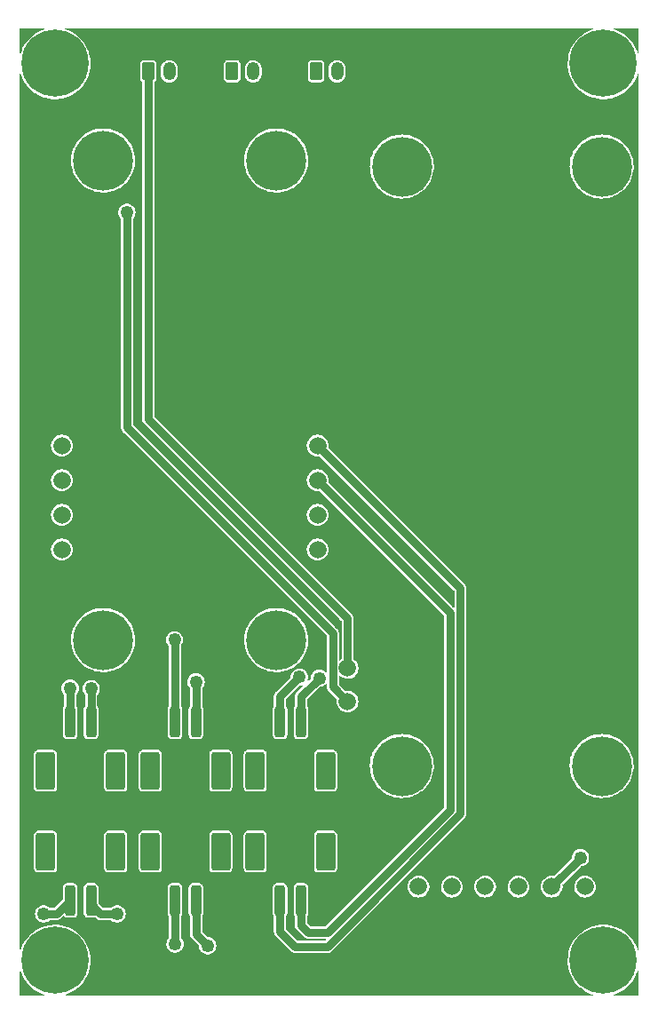
<source format=gbr>
%TF.GenerationSoftware,KiCad,Pcbnew,6.0.2*%
%TF.CreationDate,2022-02-14T22:33:09-06:00*%
%TF.ProjectId,ALTIMETER_HOLDER,414c5449-4d45-4544-9552-5f484f4c4445,rev?*%
%TF.SameCoordinates,Original*%
%TF.FileFunction,Copper,L1,Top*%
%TF.FilePolarity,Positive*%
%FSLAX46Y46*%
G04 Gerber Fmt 4.6, Leading zero omitted, Abs format (unit mm)*
G04 Created by KiCad (PCBNEW 6.0.2) date 2022-02-14 22:33:09*
%MOMM*%
%LPD*%
G01*
G04 APERTURE LIST*
G04 Aperture macros list*
%AMRoundRect*
0 Rectangle with rounded corners*
0 $1 Rounding radius*
0 $2 $3 $4 $5 $6 $7 $8 $9 X,Y pos of 4 corners*
0 Add a 4 corners polygon primitive as box body*
4,1,4,$2,$3,$4,$5,$6,$7,$8,$9,$2,$3,0*
0 Add four circle primitives for the rounded corners*
1,1,$1+$1,$2,$3*
1,1,$1+$1,$4,$5*
1,1,$1+$1,$6,$7*
1,1,$1+$1,$8,$9*
0 Add four rect primitives between the rounded corners*
20,1,$1+$1,$2,$3,$4,$5,0*
20,1,$1+$1,$4,$5,$6,$7,0*
20,1,$1+$1,$6,$7,$8,$9,0*
20,1,$1+$1,$8,$9,$2,$3,0*%
G04 Aperture macros list end*
%TA.AperFunction,SMDPad,CuDef*%
%ADD10RoundRect,0.250000X0.250000X1.200000X-0.250000X1.200000X-0.250000X-1.200000X0.250000X-1.200000X0*%
%TD*%
%TA.AperFunction,SMDPad,CuDef*%
%ADD11RoundRect,0.250000X0.650000X1.550000X-0.650000X1.550000X-0.650000X-1.550000X0.650000X-1.550000X0*%
%TD*%
%TA.AperFunction,ComponentPad*%
%ADD12RoundRect,0.250000X-0.350000X-0.625000X0.350000X-0.625000X0.350000X0.625000X-0.350000X0.625000X0*%
%TD*%
%TA.AperFunction,ComponentPad*%
%ADD13O,1.200000X1.750000*%
%TD*%
%TA.AperFunction,ComponentPad*%
%ADD14C,0.800000*%
%TD*%
%TA.AperFunction,ComponentPad*%
%ADD15C,6.400000*%
%TD*%
%TA.AperFunction,ComponentPad*%
%ADD16C,1.660000*%
%TD*%
%TA.AperFunction,ConnectorPad*%
%ADD17C,5.700000*%
%TD*%
%TA.AperFunction,ComponentPad*%
%ADD18C,3.600000*%
%TD*%
%TA.AperFunction,SMDPad,CuDef*%
%ADD19RoundRect,0.250000X-0.250000X-1.200000X0.250000X-1.200000X0.250000X1.200000X-0.250000X1.200000X0*%
%TD*%
%TA.AperFunction,SMDPad,CuDef*%
%ADD20RoundRect,0.250000X-0.650000X-1.550000X0.650000X-1.550000X0.650000X1.550000X-0.650000X1.550000X0*%
%TD*%
%TA.AperFunction,ViaPad*%
%ADD21C,1.250000*%
%TD*%
%TA.AperFunction,Conductor*%
%ADD22C,0.750000*%
%TD*%
G04 APERTURE END LIST*
D10*
%TO.P,J4,1,Pin_1*%
%TO.N,/TM_SWITCH_P*%
X6950000Y-66275000D03*
%TO.P,J4,2,Pin_2*%
%TO.N,/TM_SWITCH_N*%
X4950000Y-66275000D03*
D11*
%TO.P,J4,MP*%
%TO.N,N/C*%
X2600000Y-70925000D03*
X9300000Y-70925000D03*
%TD*%
D10*
%TO.P,J6,1,Pin_1*%
%TO.N,/TM_DROGUE_P*%
X26950000Y-66275000D03*
%TO.P,J6,2,Pin_2*%
%TO.N,/TM_DROGUE_N*%
X24950000Y-66275000D03*
D11*
%TO.P,J6,MP*%
%TO.N,N/C*%
X29300000Y-70925000D03*
X22600000Y-70925000D03*
%TD*%
D12*
%TO.P,J3,1,Pin_1*%
%TO.N,Net-(J2-Pad2)*%
X28400000Y-4250000D03*
D13*
%TO.P,J3,2,Pin_2*%
%TO.N,SL_POWER_NEGATIVE*%
X30400000Y-4250000D03*
%TD*%
D14*
%TO.P,REF\u002A\u002A,1*%
%TO.N,N/C*%
X58190000Y-3500000D03*
D15*
X55790000Y-3500000D03*
D14*
X57487056Y-1802944D03*
X55790000Y-1100000D03*
X53390000Y-3500000D03*
X54092944Y-1802944D03*
X57487056Y-5197056D03*
X55790000Y-5900000D03*
X54092944Y-5197056D03*
%TD*%
D16*
%TO.P,A2,1,SWITCH0*%
%TO.N,/SL_SWITCH_P*%
X4162000Y-39918000D03*
%TO.P,A2,2,SWITCH1*%
%TO.N,/SL_SWITCH_N*%
X4162000Y-43220000D03*
%TO.P,A2,3,POSITIVE*%
%TO.N,SL_POWER_POSITIVE*%
X4162000Y-46522000D03*
%TO.P,A2,4,NEGATIVE*%
%TO.N,SL_POWER_NEGATIVE*%
X4162000Y-49824000D03*
%TO.P,A2,5,DROGUE0*%
%TO.N,/SL_DROGUE_P*%
X28538000Y-39918000D03*
%TO.P,A2,6,DROGUE1*%
%TO.N,/SL_DROGUE_N*%
X28538000Y-43220000D03*
%TO.P,A2,7,MAIN0*%
%TO.N,/SL_MAIN_P*%
X28538000Y-46522000D03*
%TO.P,A2,8,MAIN1*%
%TO.N,/SL_MAIN_N*%
X28538000Y-49824000D03*
D17*
%TO.P,A2,~*%
%TO.N,N/C*%
X8095000Y-12740000D03*
D18*
X24605000Y-12740000D03*
D17*
X24605000Y-12740000D03*
D18*
X8095000Y-58460000D03*
D17*
X24605000Y-58460000D03*
D18*
X24605000Y-58460000D03*
D17*
X8095000Y-58460000D03*
D18*
X8095000Y-12740000D03*
%TD*%
D12*
%TO.P,J1,1,Pin_1*%
%TO.N,TM_POWER_POSITIVE*%
X12400000Y-4250000D03*
D13*
%TO.P,J1,2,Pin_2*%
%TO.N,TM_POWER_NEGATIVE*%
X14400000Y-4250000D03*
%TD*%
D10*
%TO.P,J5,1,Pin_1*%
%TO.N,/TM_MAIN_P*%
X16950000Y-66275000D03*
%TO.P,J5,2,Pin_2*%
%TO.N,/TM_MAIN_N*%
X14950000Y-66275000D03*
D11*
%TO.P,J5,MP*%
%TO.N,N/C*%
X12600000Y-70925000D03*
X19300000Y-70925000D03*
%TD*%
D12*
%TO.P,J2,1,Pin_1*%
%TO.N,SL_POWER_POSITIVE*%
X20400000Y-4250000D03*
D13*
%TO.P,J2,2,Pin_2*%
%TO.N,Net-(J2-Pad2)*%
X22400000Y-4250000D03*
%TD*%
D14*
%TO.P,REF\u002A\u002A,1*%
%TO.N,N/C*%
X3500000Y-5900000D03*
X5197056Y-5197056D03*
X5197056Y-1802944D03*
X1802944Y-1802944D03*
D15*
X3500000Y-3500000D03*
D14*
X5900000Y-3500000D03*
X1802944Y-5197056D03*
X3500000Y-1100000D03*
X1100000Y-3500000D03*
%TD*%
D19*
%TO.P,J9,1,Pin_1*%
%TO.N,/SL_DROGUE_P*%
X24950000Y-83275000D03*
%TO.P,J9,2,Pin_2*%
%TO.N,/SL_DROGUE_N*%
X26950000Y-83275000D03*
D20*
%TO.P,J9,MP*%
%TO.N,N/C*%
X22600000Y-78625000D03*
X29300000Y-78625000D03*
%TD*%
D19*
%TO.P,J8,1,Pin_1*%
%TO.N,/SL_MAIN_P*%
X14950000Y-83275000D03*
%TO.P,J8,2,Pin_2*%
%TO.N,/SL_MAIN_N*%
X16950000Y-83275000D03*
D20*
%TO.P,J8,MP*%
%TO.N,N/C*%
X19300000Y-78625000D03*
X12600000Y-78625000D03*
%TD*%
D19*
%TO.P,J7,1,Pin_1*%
%TO.N,/SL_SWITCH_P*%
X4950000Y-83275000D03*
%TO.P,J7,2,Pin_2*%
%TO.N,/SL_SWITCH_N*%
X6950000Y-83275000D03*
D20*
%TO.P,J7,MP*%
%TO.N,N/C*%
X9300000Y-78625000D03*
X2600000Y-78625000D03*
%TD*%
D16*
%TO.P,A1,1,POSITIVE*%
%TO.N,TM_POWER_POSITIVE*%
X31400000Y-61140900D03*
%TO.P,A1,2,NEGATIVE*%
%TO.N,TM_POWER_NEGATIVE*%
X31400000Y-64315900D03*
%TO.P,A1,3,SWITCH0*%
%TO.N,/TM_SWITCH_P*%
X38162500Y-81975000D03*
%TO.P,A1,4,SWITCH1*%
%TO.N,/TM_SWITCH_N*%
X41337500Y-81975000D03*
%TO.P,A1,5,MAIN0*%
%TO.N,/TM_MAIN_P*%
X44512500Y-81975000D03*
%TO.P,A1,6,MAIN1*%
%TO.N,/TM_MAIN_N*%
X47687500Y-81975000D03*
%TO.P,A1,7,DROGUE0*%
%TO.N,/TM_DROGUE_P*%
X50862500Y-81975000D03*
%TO.P,A1,8,DROGUE1*%
%TO.N,/TM_DROGUE_N*%
X54037500Y-81975000D03*
D17*
%TO.P,A1,~*%
%TO.N,N/C*%
X36575000Y-70475400D03*
D18*
X36575000Y-70475400D03*
D17*
X36575000Y-13325400D03*
D18*
X55625000Y-13325400D03*
X55625000Y-70475400D03*
D17*
X55625000Y-13325400D03*
D18*
X36575000Y-13325400D03*
D17*
X55625000Y-70475400D03*
%TD*%
D14*
%TO.P,REF\u002A\u002A,1*%
%TO.N,N/C*%
X1792944Y-87312944D03*
X5890000Y-89010000D03*
X1792944Y-90707056D03*
X3490000Y-91410000D03*
X1090000Y-89010000D03*
X5187056Y-87312944D03*
X5187056Y-90707056D03*
X3490000Y-86610000D03*
D15*
X3490000Y-89010000D03*
%TD*%
D14*
%TO.P,REF\u002A\u002A,1*%
%TO.N,N/C*%
X54092944Y-87302944D03*
X58190000Y-89000000D03*
X53390000Y-89000000D03*
X57487056Y-87302944D03*
D15*
X55790000Y-89000000D03*
D14*
X54092944Y-90697056D03*
X57487056Y-90697056D03*
X55790000Y-91400000D03*
X55790000Y-86600000D03*
%TD*%
D21*
%TO.N,/TM_SWITCH_P*%
X6950000Y-63100000D03*
%TO.N,/TM_SWITCH_N*%
X4950000Y-63050000D03*
%TO.N,/TM_MAIN_P*%
X16950000Y-62450000D03*
%TO.N,/TM_MAIN_N*%
X14900000Y-58450000D03*
%TO.N,/TM_DROGUE_P*%
X53600000Y-79200000D03*
X28700000Y-62100000D03*
%TO.N,/TM_DROGUE_N*%
X26800000Y-62000000D03*
%TO.N,TM_POWER_NEGATIVE*%
X10350000Y-17700000D03*
%TO.N,/SL_SWITCH_P*%
X2425000Y-84575000D03*
%TO.N,/SL_SWITCH_N*%
X9425000Y-84575000D03*
%TO.N,/SL_MAIN_P*%
X14950000Y-87450000D03*
%TO.N,/SL_MAIN_N*%
X18050000Y-87600000D03*
%TD*%
D22*
%TO.N,/TM_SWITCH_P*%
X6950000Y-63100000D02*
X6950000Y-66275000D01*
%TO.N,/TM_SWITCH_N*%
X4950000Y-66275000D02*
X4950000Y-63050000D01*
%TO.N,/TM_MAIN_P*%
X16950000Y-66275000D02*
X16950000Y-62450000D01*
%TO.N,/TM_MAIN_N*%
X14950000Y-58500000D02*
X14900000Y-58450000D01*
X14950000Y-66275000D02*
X14950000Y-58500000D01*
%TO.N,/TM_DROGUE_P*%
X53600000Y-79200000D02*
X53600000Y-79237500D01*
X53600000Y-79237500D02*
X50862500Y-81975000D01*
X28700000Y-62100000D02*
X26950000Y-63850000D01*
X26950000Y-63850000D02*
X26950000Y-66275000D01*
%TO.N,/TM_DROGUE_N*%
X24950000Y-63850000D02*
X24950000Y-66275000D01*
X26800000Y-62000000D02*
X24950000Y-63850000D01*
%TO.N,TM_POWER_POSITIVE*%
X31400000Y-56400000D02*
X31400000Y-61140900D01*
X12400000Y-4250000D02*
X12400000Y-37400000D01*
X12400000Y-37400000D02*
X31400000Y-56400000D01*
%TO.N,TM_POWER_NEGATIVE*%
X31400000Y-64315900D02*
X29995489Y-62911389D01*
X10350000Y-38150000D02*
X10350000Y-17700000D01*
X29995489Y-62911389D02*
X29995489Y-57795489D01*
X29995489Y-57795489D02*
X10350000Y-38150000D01*
%TO.N,/SL_DROGUE_P*%
X29492824Y-87700000D02*
X42149520Y-75043304D01*
X24950000Y-86250000D02*
X26400000Y-87700000D01*
X24950000Y-83275000D02*
X24950000Y-86250000D01*
X42149520Y-53529520D02*
X28538000Y-39918000D01*
X26400000Y-87700000D02*
X29492824Y-87700000D01*
X42149520Y-75043304D02*
X42149520Y-53529520D01*
%TO.N,/SL_DROGUE_N*%
X41200000Y-55882000D02*
X28538000Y-43220000D01*
X29500000Y-86350000D02*
X41200000Y-74650000D01*
X41200000Y-74650000D02*
X41200000Y-55882000D01*
X27650000Y-86350000D02*
X29500000Y-86350000D01*
X26950000Y-85650000D02*
X27650000Y-86350000D01*
X26950000Y-83275000D02*
X26950000Y-85650000D01*
%TO.N,/SL_SWITCH_P*%
X3650000Y-84575000D02*
X4950000Y-83275000D01*
X2425000Y-84575000D02*
X3650000Y-84575000D01*
%TO.N,/SL_SWITCH_N*%
X9425000Y-84575000D02*
X7850000Y-84575000D01*
X6950000Y-83675000D02*
X6950000Y-83275000D01*
X7850000Y-84575000D02*
X6950000Y-83675000D01*
%TO.N,SL_POWER_NEGATIVE*%
X30400000Y-3975000D02*
X30399200Y-3974200D01*
%TO.N,/SL_MAIN_P*%
X14950000Y-83275000D02*
X14950000Y-87450000D01*
%TO.N,/SL_MAIN_N*%
X16950000Y-83275000D02*
X16950000Y-86500000D01*
X16950000Y-86500000D02*
X18050000Y-87600000D01*
%TD*%
%TA.AperFunction,NonConductor*%
G36*
X2507284Y-148745D02*
G01*
X2526029Y-194000D01*
X2507284Y-239255D01*
X2482337Y-254693D01*
X2247991Y-333104D01*
X2247987Y-333106D01*
X2246354Y-333652D01*
X2244786Y-334373D01*
X2244784Y-334374D01*
X2235211Y-338777D01*
X1911723Y-487565D01*
X1910253Y-488445D01*
X1910245Y-488449D01*
X1597169Y-675822D01*
X1595672Y-676718D01*
X1301898Y-898897D01*
X1300635Y-900087D01*
X1300634Y-900088D01*
X1292479Y-907773D01*
X1033837Y-1151505D01*
X794626Y-1431585D01*
X793653Y-1433012D01*
X793651Y-1433014D01*
X749924Y-1497115D01*
X587062Y-1735862D01*
X413574Y-2060776D01*
X412935Y-2062367D01*
X412933Y-2062370D01*
X341637Y-2239727D01*
X276192Y-2402526D01*
X275724Y-2404192D01*
X275723Y-2404194D01*
X255612Y-2475741D01*
X225320Y-2514235D01*
X176681Y-2520034D01*
X138187Y-2489742D01*
X130000Y-2458422D01*
X130000Y-194000D01*
X148745Y-148745D01*
X194000Y-130000D01*
X2462029Y-130000D01*
X2507284Y-148745D01*
G37*
%TD.AperFunction*%
%TA.AperFunction,NonConductor*%
G36*
X59141255Y-148745D02*
G01*
X59160000Y-194000D01*
X59160000Y-2456930D01*
X59141255Y-2502185D01*
X59096000Y-2520930D01*
X59050745Y-2502185D01*
X59034328Y-2474033D01*
X59018083Y-2415457D01*
X59017620Y-2413786D01*
X59012501Y-2400922D01*
X58882073Y-2073170D01*
X58882069Y-2073162D01*
X58881431Y-2071558D01*
X58880626Y-2070037D01*
X58880622Y-2070029D01*
X58709884Y-1747563D01*
X58709883Y-1747561D01*
X58709078Y-1746041D01*
X58502578Y-1441041D01*
X58493445Y-1430271D01*
X58265457Y-1161438D01*
X58264346Y-1160128D01*
X57997168Y-906586D01*
X57995801Y-905544D01*
X57995792Y-905537D01*
X57705554Y-684435D01*
X57704172Y-683382D01*
X57388783Y-493127D01*
X57231797Y-420257D01*
X57056265Y-338777D01*
X57056255Y-338773D01*
X57054691Y-338047D01*
X57053046Y-337490D01*
X57053043Y-337489D01*
X56808219Y-254621D01*
X56771363Y-222357D01*
X56768117Y-173481D01*
X56800381Y-136625D01*
X56828738Y-130000D01*
X59096000Y-130000D01*
X59141255Y-148745D01*
G37*
%TD.AperFunction*%
%TA.AperFunction,NonConductor*%
G36*
X239255Y-90046061D02*
G01*
X255732Y-90074428D01*
X258608Y-90084941D01*
X271255Y-90117048D01*
X392966Y-90426029D01*
X392970Y-90426039D01*
X393602Y-90427642D01*
X564817Y-90753759D01*
X565781Y-90755193D01*
X565783Y-90755197D01*
X762571Y-91048047D01*
X770252Y-91059477D01*
X1007502Y-91341221D01*
X1008747Y-91342410D01*
X1008750Y-91342414D01*
X1033196Y-91365775D01*
X1273792Y-91595694D01*
X1566008Y-91819919D01*
X1567487Y-91820818D01*
X1567491Y-91820821D01*
X1598892Y-91839913D01*
X1880731Y-92011274D01*
X2133247Y-92129561D01*
X2191354Y-92156780D01*
X2214279Y-92167519D01*
X2215921Y-92168081D01*
X2215928Y-92168084D01*
X2441899Y-92245451D01*
X2478642Y-92277844D01*
X2481717Y-92326731D01*
X2449324Y-92363474D01*
X2421168Y-92370000D01*
X194000Y-92370000D01*
X148745Y-92351255D01*
X130000Y-92306000D01*
X130000Y-90091316D01*
X148745Y-90046061D01*
X194000Y-90027316D01*
X239255Y-90046061D01*
G37*
%TD.AperFunction*%
%TA.AperFunction,NonConductor*%
G36*
X54797284Y-148745D02*
G01*
X54816029Y-194000D01*
X54797284Y-239255D01*
X54772337Y-254693D01*
X54537991Y-333104D01*
X54537987Y-333106D01*
X54536354Y-333652D01*
X54534786Y-334373D01*
X54534784Y-334374D01*
X54525211Y-338777D01*
X54201723Y-487565D01*
X54200253Y-488445D01*
X54200245Y-488449D01*
X53887169Y-675822D01*
X53885672Y-676718D01*
X53591898Y-898897D01*
X53590635Y-900087D01*
X53590634Y-900088D01*
X53582479Y-907773D01*
X53323837Y-1151505D01*
X53084626Y-1431585D01*
X53083653Y-1433012D01*
X53083651Y-1433014D01*
X53039924Y-1497115D01*
X52877062Y-1735862D01*
X52703574Y-2060776D01*
X52702935Y-2062367D01*
X52702933Y-2062370D01*
X52631637Y-2239727D01*
X52566192Y-2402526D01*
X52466521Y-2757115D01*
X52405729Y-3120393D01*
X52384527Y-3488113D01*
X52384615Y-3489850D01*
X52387334Y-3543514D01*
X52403162Y-3855971D01*
X52403437Y-3857686D01*
X52403437Y-3857689D01*
X52415281Y-3931631D01*
X52461416Y-4219665D01*
X52558608Y-4574941D01*
X52559244Y-4576555D01*
X52692966Y-4916029D01*
X52692970Y-4916039D01*
X52693602Y-4917642D01*
X52864817Y-5243759D01*
X52865781Y-5245193D01*
X52865783Y-5245197D01*
X52919745Y-5325500D01*
X53070252Y-5549477D01*
X53307502Y-5831221D01*
X53573792Y-6085694D01*
X53866008Y-6309919D01*
X53867487Y-6310818D01*
X53867491Y-6310821D01*
X53898892Y-6329913D01*
X54180731Y-6501274D01*
X54514279Y-6657519D01*
X54515921Y-6658081D01*
X54515928Y-6658084D01*
X54807560Y-6757932D01*
X54862751Y-6776828D01*
X55222070Y-6857804D01*
X55274214Y-6863745D01*
X55586310Y-6899304D01*
X55586316Y-6899304D01*
X55588033Y-6899500D01*
X55767666Y-6900440D01*
X55954618Y-6901419D01*
X55954620Y-6901419D01*
X55956358Y-6901428D01*
X56322737Y-6863567D01*
X56566312Y-6811349D01*
X56681187Y-6786722D01*
X56681190Y-6786721D01*
X56682884Y-6786358D01*
X56684527Y-6785815D01*
X56684533Y-6785813D01*
X57030939Y-6671250D01*
X57030944Y-6671248D01*
X57032586Y-6670705D01*
X57367752Y-6517961D01*
X57369228Y-6517085D01*
X57369233Y-6517082D01*
X57682987Y-6330788D01*
X57684461Y-6329913D01*
X57979009Y-6108760D01*
X57980273Y-6107577D01*
X57980278Y-6107573D01*
X58246685Y-5858273D01*
X58246687Y-5858271D01*
X58247950Y-5857089D01*
X58488138Y-5577846D01*
X58507636Y-5549477D01*
X58695782Y-5275721D01*
X58695782Y-5275720D01*
X58696762Y-5274295D01*
X58709717Y-5250236D01*
X58757404Y-5161671D01*
X58871383Y-4949989D01*
X59009958Y-4608720D01*
X59034449Y-4522743D01*
X59064874Y-4484355D01*
X59113533Y-4478725D01*
X59151921Y-4509150D01*
X59160000Y-4540276D01*
X59160000Y-87956930D01*
X59141255Y-88002185D01*
X59096000Y-88020930D01*
X59050745Y-88002185D01*
X59034328Y-87974033D01*
X59022906Y-87932846D01*
X59017620Y-87913786D01*
X59012501Y-87900922D01*
X58882073Y-87573170D01*
X58882069Y-87573162D01*
X58881431Y-87571558D01*
X58880626Y-87570037D01*
X58880622Y-87570029D01*
X58709884Y-87247563D01*
X58709883Y-87247561D01*
X58709078Y-87246041D01*
X58518812Y-86965018D01*
X58503541Y-86942463D01*
X58503539Y-86942460D01*
X58502578Y-86941041D01*
X58498792Y-86936576D01*
X58265457Y-86661438D01*
X58264346Y-86660128D01*
X58007706Y-86416586D01*
X57998419Y-86407773D01*
X57998417Y-86407772D01*
X57997168Y-86406586D01*
X57995801Y-86405544D01*
X57995792Y-86405537D01*
X57717299Y-86193382D01*
X57704172Y-86183382D01*
X57405360Y-86003127D01*
X57390272Y-85994025D01*
X57390269Y-85994023D01*
X57388783Y-85993127D01*
X57231797Y-85920257D01*
X57056265Y-85838777D01*
X57056255Y-85838773D01*
X57054691Y-85838047D01*
X57053046Y-85837490D01*
X57053043Y-85837489D01*
X56942983Y-85800236D01*
X56705805Y-85719956D01*
X56551886Y-85685833D01*
X56347895Y-85640608D01*
X56347887Y-85640607D01*
X56346206Y-85640234D01*
X56130689Y-85616441D01*
X55981806Y-85600004D01*
X55981800Y-85600004D01*
X55980100Y-85599816D01*
X55841352Y-85599574D01*
X55613491Y-85599176D01*
X55611770Y-85599173D01*
X55352506Y-85626880D01*
X55247237Y-85638130D01*
X55247234Y-85638130D01*
X55245526Y-85638313D01*
X55243845Y-85638679D01*
X55243842Y-85638680D01*
X55017284Y-85688078D01*
X54885650Y-85716779D01*
X54769163Y-85755755D01*
X54537991Y-85833104D01*
X54537987Y-85833106D01*
X54536354Y-85833652D01*
X54534786Y-85834373D01*
X54534784Y-85834374D01*
X54203286Y-85986846D01*
X54201723Y-85987565D01*
X54200253Y-85988445D01*
X54200245Y-85988449D01*
X53887169Y-86175822D01*
X53885672Y-86176718D01*
X53591898Y-86398897D01*
X53590635Y-86400087D01*
X53590634Y-86400088D01*
X53582479Y-86407773D01*
X53323837Y-86651505D01*
X53322714Y-86652820D01*
X53322712Y-86652822D01*
X53086050Y-86929918D01*
X53084626Y-86931585D01*
X53083653Y-86933012D01*
X53083651Y-86933014D01*
X53050794Y-86981181D01*
X52877062Y-87235862D01*
X52703574Y-87560776D01*
X52702935Y-87562367D01*
X52702933Y-87562370D01*
X52631637Y-87739727D01*
X52566192Y-87902526D01*
X52466521Y-88257115D01*
X52466235Y-88258826D01*
X52466234Y-88258829D01*
X52428327Y-88485355D01*
X52405729Y-88620393D01*
X52384527Y-88988113D01*
X52403162Y-89355971D01*
X52403437Y-89357686D01*
X52403437Y-89357689D01*
X52420951Y-89467032D01*
X52461416Y-89719665D01*
X52558608Y-90074941D01*
X52575853Y-90118720D01*
X52692966Y-90416029D01*
X52692970Y-90416039D01*
X52693602Y-90417642D01*
X52864817Y-90743759D01*
X52865781Y-90745193D01*
X52865783Y-90745197D01*
X52891035Y-90782776D01*
X53070252Y-91049477D01*
X53307502Y-91331221D01*
X53308747Y-91332410D01*
X53308750Y-91332414D01*
X53457995Y-91475036D01*
X53573792Y-91585694D01*
X53575158Y-91586742D01*
X53575159Y-91586743D01*
X53616884Y-91618760D01*
X53866008Y-91809919D01*
X53867487Y-91810818D01*
X53867491Y-91810821D01*
X53915339Y-91839913D01*
X54180731Y-92001274D01*
X54514279Y-92157519D01*
X54515921Y-92158081D01*
X54515928Y-92158084D01*
X54771107Y-92245451D01*
X54807850Y-92277844D01*
X54810925Y-92326731D01*
X54778532Y-92363474D01*
X54750376Y-92370000D01*
X4557555Y-92370000D01*
X4512300Y-92351255D01*
X4493555Y-92306000D01*
X4512300Y-92260745D01*
X4537460Y-92245237D01*
X4730934Y-92181252D01*
X4730945Y-92181248D01*
X4732586Y-92180705D01*
X5067752Y-92027961D01*
X5069228Y-92027085D01*
X5069233Y-92027082D01*
X5382987Y-91840788D01*
X5384461Y-91839913D01*
X5679009Y-91618760D01*
X5680273Y-91617577D01*
X5680278Y-91617573D01*
X5946685Y-91368273D01*
X5946687Y-91368271D01*
X5947950Y-91367089D01*
X6188138Y-91087846D01*
X6207636Y-91059477D01*
X6395782Y-90785721D01*
X6395782Y-90785720D01*
X6396762Y-90784295D01*
X6402147Y-90774295D01*
X6570567Y-90461504D01*
X6571383Y-90459989D01*
X6709958Y-90118720D01*
X6810865Y-89764482D01*
X6850343Y-89533527D01*
X6872635Y-89403117D01*
X6872636Y-89403109D01*
X6872925Y-89401418D01*
X6895411Y-89033775D01*
X6895494Y-89010000D01*
X6875575Y-88642209D01*
X6816052Y-88278720D01*
X6814966Y-88274802D01*
X6735611Y-87988659D01*
X6717620Y-87923786D01*
X6716979Y-87922175D01*
X6582073Y-87583170D01*
X6582069Y-87583162D01*
X6581431Y-87581558D01*
X6580626Y-87580037D01*
X6580622Y-87580029D01*
X6511775Y-87450000D01*
X14119953Y-87450000D01*
X14120304Y-87453339D01*
X14133781Y-87581558D01*
X14138092Y-87622576D01*
X14164903Y-87705093D01*
X14190678Y-87784424D01*
X14190680Y-87784428D01*
X14191714Y-87787611D01*
X14278478Y-87937889D01*
X14394590Y-88066845D01*
X14534976Y-88168842D01*
X14538040Y-88170206D01*
X14690441Y-88238060D01*
X14690444Y-88238061D01*
X14693501Y-88239422D01*
X14863236Y-88275500D01*
X15036764Y-88275500D01*
X15206499Y-88239422D01*
X15209556Y-88238061D01*
X15209559Y-88238060D01*
X15361960Y-88170206D01*
X15365024Y-88168842D01*
X15505410Y-88066845D01*
X15621522Y-87937889D01*
X15708286Y-87787611D01*
X15709320Y-87784428D01*
X15709322Y-87784424D01*
X15735097Y-87705093D01*
X15761908Y-87622576D01*
X15766220Y-87581558D01*
X15779696Y-87453339D01*
X15780047Y-87450000D01*
X15761908Y-87277424D01*
X15712221Y-87124500D01*
X15709322Y-87115576D01*
X15709320Y-87115572D01*
X15708286Y-87112389D01*
X15621522Y-86962111D01*
X15541938Y-86873723D01*
X15525500Y-86830900D01*
X15525500Y-84813687D01*
X15538020Y-84775663D01*
X15541151Y-84771425D01*
X15602634Y-84688184D01*
X15604219Y-84683671D01*
X15646227Y-84564049D01*
X15646228Y-84564047D01*
X15647519Y-84560369D01*
X15650500Y-84528834D01*
X16249500Y-84528834D01*
X16252481Y-84560369D01*
X16253772Y-84564047D01*
X16253773Y-84564049D01*
X16295781Y-84683671D01*
X16297366Y-84688184D01*
X16358850Y-84771425D01*
X16361980Y-84775663D01*
X16374500Y-84813687D01*
X16374500Y-86458088D01*
X16373953Y-86466441D01*
X16369535Y-86500000D01*
X16370082Y-86504155D01*
X16374500Y-86537714D01*
X16371739Y-86538078D01*
X16371741Y-86538083D01*
X16374500Y-86537720D01*
X16386685Y-86630271D01*
X16389313Y-86650236D01*
X16390918Y-86654110D01*
X16390918Y-86654111D01*
X16433438Y-86756762D01*
X16444560Y-86783612D01*
X16447302Y-86790233D01*
X16449855Y-86793560D01*
X16516385Y-86880265D01*
X16516391Y-86880271D01*
X16539549Y-86910451D01*
X16542876Y-86913004D01*
X16566402Y-86931056D01*
X16572696Y-86936576D01*
X17202029Y-87565909D01*
X17220423Y-87604474D01*
X17238092Y-87772576D01*
X17264903Y-87855093D01*
X17290678Y-87934424D01*
X17290680Y-87934428D01*
X17291714Y-87937611D01*
X17378478Y-88087889D01*
X17494590Y-88216845D01*
X17634976Y-88318842D01*
X17638040Y-88320206D01*
X17790441Y-88388060D01*
X17790444Y-88388061D01*
X17793501Y-88389422D01*
X17963236Y-88425500D01*
X18136764Y-88425500D01*
X18306499Y-88389422D01*
X18309556Y-88388061D01*
X18309559Y-88388060D01*
X18461960Y-88320206D01*
X18465024Y-88318842D01*
X18605410Y-88216845D01*
X18721522Y-88087889D01*
X18808286Y-87937611D01*
X18809320Y-87934428D01*
X18809322Y-87934424D01*
X18835097Y-87855093D01*
X18861908Y-87772576D01*
X18880047Y-87600000D01*
X18861908Y-87427424D01*
X18812136Y-87274237D01*
X18809322Y-87265576D01*
X18809320Y-87265572D01*
X18808286Y-87262389D01*
X18721522Y-87112111D01*
X18605410Y-86983155D01*
X18465024Y-86881158D01*
X18352143Y-86830900D01*
X18309559Y-86811940D01*
X18309556Y-86811939D01*
X18306499Y-86810578D01*
X18136764Y-86774500D01*
X18064890Y-86774500D01*
X18019635Y-86755755D01*
X17544245Y-86280365D01*
X17525500Y-86235110D01*
X17525500Y-84813687D01*
X17538020Y-84775663D01*
X17541151Y-84771425D01*
X17602634Y-84688184D01*
X17604219Y-84683671D01*
X17646227Y-84564049D01*
X17646228Y-84564047D01*
X17647519Y-84560369D01*
X17650500Y-84528834D01*
X24249500Y-84528834D01*
X24252481Y-84560369D01*
X24253772Y-84564047D01*
X24253773Y-84564049D01*
X24295781Y-84683671D01*
X24297366Y-84688184D01*
X24358850Y-84771425D01*
X24361980Y-84775663D01*
X24374500Y-84813687D01*
X24374500Y-86208088D01*
X24373953Y-86216441D01*
X24369535Y-86250000D01*
X24370082Y-86254155D01*
X24374500Y-86287714D01*
X24371739Y-86288078D01*
X24371741Y-86288083D01*
X24374500Y-86287720D01*
X24389313Y-86400236D01*
X24390918Y-86404110D01*
X24390918Y-86404111D01*
X24393394Y-86410088D01*
X24426811Y-86490764D01*
X24447302Y-86540233D01*
X24449855Y-86543560D01*
X24516385Y-86630265D01*
X24516391Y-86630271D01*
X24539549Y-86660451D01*
X24542876Y-86663004D01*
X24566402Y-86681056D01*
X24572696Y-86686576D01*
X25963424Y-88077304D01*
X25968943Y-88083597D01*
X25989549Y-88110451D01*
X26019729Y-88133609D01*
X26019732Y-88133612D01*
X26109768Y-88202699D01*
X26113639Y-88204302D01*
X26113640Y-88204303D01*
X26137892Y-88214348D01*
X26191776Y-88236667D01*
X26249764Y-88260687D01*
X26253920Y-88261234D01*
X26253923Y-88261235D01*
X26356978Y-88274802D01*
X26362280Y-88275500D01*
X26400000Y-88280466D01*
X26404162Y-88279918D01*
X26433558Y-88276048D01*
X26441912Y-88275500D01*
X29450912Y-88275500D01*
X29459265Y-88276047D01*
X29492824Y-88280465D01*
X29530538Y-88275500D01*
X29530902Y-88278261D01*
X29530907Y-88278259D01*
X29530544Y-88275500D01*
X29535846Y-88274802D01*
X29638901Y-88261235D01*
X29638904Y-88261234D01*
X29643060Y-88260687D01*
X29748904Y-88216845D01*
X29779180Y-88204304D01*
X29779182Y-88204303D01*
X29783057Y-88202698D01*
X29810091Y-88181954D01*
X29873092Y-88133612D01*
X29873095Y-88133609D01*
X29903275Y-88110451D01*
X29923881Y-88083597D01*
X29929400Y-88077304D01*
X36046162Y-81960542D01*
X37127115Y-81960542D01*
X37144026Y-82161925D01*
X37199729Y-82356188D01*
X37292105Y-82535931D01*
X37417634Y-82694309D01*
X37420018Y-82696338D01*
X37420020Y-82696340D01*
X37455808Y-82726798D01*
X37571534Y-82825289D01*
X37747944Y-82923881D01*
X37750922Y-82924849D01*
X37750923Y-82924849D01*
X37937174Y-82985365D01*
X37937177Y-82985366D01*
X37940145Y-82986330D01*
X37943248Y-82986700D01*
X38137707Y-83009889D01*
X38137712Y-83009889D01*
X38140814Y-83010259D01*
X38143934Y-83010019D01*
X38143937Y-83010019D01*
X38339183Y-82994996D01*
X38339187Y-82994995D01*
X38342310Y-82994755D01*
X38345326Y-82993913D01*
X38345331Y-82993912D01*
X38435427Y-82968756D01*
X38536957Y-82940408D01*
X38539744Y-82939000D01*
X38539747Y-82938999D01*
X38714552Y-82850699D01*
X38714553Y-82850698D01*
X38717341Y-82849290D01*
X38876591Y-82724870D01*
X38905093Y-82691851D01*
X39006597Y-82574257D01*
X39008642Y-82571888D01*
X39108464Y-82396170D01*
X39121765Y-82356188D01*
X39171266Y-82207380D01*
X39172254Y-82204410D01*
X39177242Y-82164931D01*
X39197357Y-82005695D01*
X39197357Y-82005691D01*
X39197582Y-82003912D01*
X39197986Y-81975000D01*
X39196568Y-81960542D01*
X40302115Y-81960542D01*
X40319026Y-82161925D01*
X40374729Y-82356188D01*
X40467105Y-82535931D01*
X40592634Y-82694309D01*
X40595018Y-82696338D01*
X40595020Y-82696340D01*
X40630808Y-82726798D01*
X40746534Y-82825289D01*
X40922944Y-82923881D01*
X40925922Y-82924849D01*
X40925923Y-82924849D01*
X41112174Y-82985365D01*
X41112177Y-82985366D01*
X41115145Y-82986330D01*
X41118248Y-82986700D01*
X41312707Y-83009889D01*
X41312712Y-83009889D01*
X41315814Y-83010259D01*
X41318934Y-83010019D01*
X41318937Y-83010019D01*
X41514183Y-82994996D01*
X41514187Y-82994995D01*
X41517310Y-82994755D01*
X41520326Y-82993913D01*
X41520331Y-82993912D01*
X41610427Y-82968756D01*
X41711957Y-82940408D01*
X41714744Y-82939000D01*
X41714747Y-82938999D01*
X41889552Y-82850699D01*
X41889553Y-82850698D01*
X41892341Y-82849290D01*
X42051591Y-82724870D01*
X42080093Y-82691851D01*
X42181597Y-82574257D01*
X42183642Y-82571888D01*
X42283464Y-82396170D01*
X42296765Y-82356188D01*
X42346266Y-82207380D01*
X42347254Y-82204410D01*
X42352242Y-82164931D01*
X42372357Y-82005695D01*
X42372357Y-82005691D01*
X42372582Y-82003912D01*
X42372986Y-81975000D01*
X42371568Y-81960542D01*
X43477115Y-81960542D01*
X43494026Y-82161925D01*
X43549729Y-82356188D01*
X43642105Y-82535931D01*
X43767634Y-82694309D01*
X43770018Y-82696338D01*
X43770020Y-82696340D01*
X43805808Y-82726798D01*
X43921534Y-82825289D01*
X44097944Y-82923881D01*
X44100922Y-82924849D01*
X44100923Y-82924849D01*
X44287174Y-82985365D01*
X44287177Y-82985366D01*
X44290145Y-82986330D01*
X44293248Y-82986700D01*
X44487707Y-83009889D01*
X44487712Y-83009889D01*
X44490814Y-83010259D01*
X44493934Y-83010019D01*
X44493937Y-83010019D01*
X44689183Y-82994996D01*
X44689187Y-82994995D01*
X44692310Y-82994755D01*
X44695326Y-82993913D01*
X44695331Y-82993912D01*
X44785427Y-82968756D01*
X44886957Y-82940408D01*
X44889744Y-82939000D01*
X44889747Y-82938999D01*
X45064552Y-82850699D01*
X45064553Y-82850698D01*
X45067341Y-82849290D01*
X45226591Y-82724870D01*
X45255093Y-82691851D01*
X45356597Y-82574257D01*
X45358642Y-82571888D01*
X45458464Y-82396170D01*
X45471765Y-82356188D01*
X45521266Y-82207380D01*
X45522254Y-82204410D01*
X45527242Y-82164931D01*
X45547357Y-82005695D01*
X45547357Y-82005691D01*
X45547582Y-82003912D01*
X45547986Y-81975000D01*
X45546568Y-81960542D01*
X46652115Y-81960542D01*
X46669026Y-82161925D01*
X46724729Y-82356188D01*
X46817105Y-82535931D01*
X46942634Y-82694309D01*
X46945018Y-82696338D01*
X46945020Y-82696340D01*
X46980808Y-82726798D01*
X47096534Y-82825289D01*
X47272944Y-82923881D01*
X47275922Y-82924849D01*
X47275923Y-82924849D01*
X47462174Y-82985365D01*
X47462177Y-82985366D01*
X47465145Y-82986330D01*
X47468248Y-82986700D01*
X47662707Y-83009889D01*
X47662712Y-83009889D01*
X47665814Y-83010259D01*
X47668934Y-83010019D01*
X47668937Y-83010019D01*
X47864183Y-82994996D01*
X47864187Y-82994995D01*
X47867310Y-82994755D01*
X47870326Y-82993913D01*
X47870331Y-82993912D01*
X47960427Y-82968756D01*
X48061957Y-82940408D01*
X48064744Y-82939000D01*
X48064747Y-82938999D01*
X48239552Y-82850699D01*
X48239553Y-82850698D01*
X48242341Y-82849290D01*
X48401591Y-82724870D01*
X48430093Y-82691851D01*
X48531597Y-82574257D01*
X48533642Y-82571888D01*
X48633464Y-82396170D01*
X48646765Y-82356188D01*
X48696266Y-82207380D01*
X48697254Y-82204410D01*
X48702242Y-82164931D01*
X48722357Y-82005695D01*
X48722357Y-82005691D01*
X48722582Y-82003912D01*
X48722986Y-81975000D01*
X48721568Y-81960542D01*
X49827115Y-81960542D01*
X49844026Y-82161925D01*
X49899729Y-82356188D01*
X49992105Y-82535931D01*
X50117634Y-82694309D01*
X50120018Y-82696338D01*
X50120020Y-82696340D01*
X50155808Y-82726798D01*
X50271534Y-82825289D01*
X50447944Y-82923881D01*
X50450922Y-82924849D01*
X50450923Y-82924849D01*
X50637174Y-82985365D01*
X50637177Y-82985366D01*
X50640145Y-82986330D01*
X50643248Y-82986700D01*
X50837707Y-83009889D01*
X50837712Y-83009889D01*
X50840814Y-83010259D01*
X50843934Y-83010019D01*
X50843937Y-83010019D01*
X51039183Y-82994996D01*
X51039187Y-82994995D01*
X51042310Y-82994755D01*
X51045326Y-82993913D01*
X51045331Y-82993912D01*
X51135427Y-82968756D01*
X51236957Y-82940408D01*
X51239744Y-82939000D01*
X51239747Y-82938999D01*
X51414552Y-82850699D01*
X51414553Y-82850698D01*
X51417341Y-82849290D01*
X51576591Y-82724870D01*
X51605093Y-82691851D01*
X51706597Y-82574257D01*
X51708642Y-82571888D01*
X51808464Y-82396170D01*
X51821765Y-82356188D01*
X51871266Y-82207380D01*
X51872254Y-82204410D01*
X51877242Y-82164931D01*
X51897357Y-82005695D01*
X51897357Y-82005691D01*
X51897582Y-82003912D01*
X51897986Y-81975000D01*
X51896568Y-81960542D01*
X53002115Y-81960542D01*
X53019026Y-82161925D01*
X53074729Y-82356188D01*
X53167105Y-82535931D01*
X53292634Y-82694309D01*
X53295018Y-82696338D01*
X53295020Y-82696340D01*
X53330808Y-82726798D01*
X53446534Y-82825289D01*
X53622944Y-82923881D01*
X53625922Y-82924849D01*
X53625923Y-82924849D01*
X53812174Y-82985365D01*
X53812177Y-82985366D01*
X53815145Y-82986330D01*
X53818248Y-82986700D01*
X54012707Y-83009889D01*
X54012712Y-83009889D01*
X54015814Y-83010259D01*
X54018934Y-83010019D01*
X54018937Y-83010019D01*
X54214183Y-82994996D01*
X54214187Y-82994995D01*
X54217310Y-82994755D01*
X54220326Y-82993913D01*
X54220331Y-82993912D01*
X54310427Y-82968756D01*
X54411957Y-82940408D01*
X54414744Y-82939000D01*
X54414747Y-82938999D01*
X54589552Y-82850699D01*
X54589553Y-82850698D01*
X54592341Y-82849290D01*
X54751591Y-82724870D01*
X54780093Y-82691851D01*
X54881597Y-82574257D01*
X54883642Y-82571888D01*
X54983464Y-82396170D01*
X54996765Y-82356188D01*
X55046266Y-82207380D01*
X55047254Y-82204410D01*
X55052242Y-82164931D01*
X55072357Y-82005695D01*
X55072357Y-82005691D01*
X55072582Y-82003912D01*
X55072986Y-81975000D01*
X55053265Y-81773873D01*
X55052362Y-81770882D01*
X55052361Y-81770877D01*
X55022140Y-81670781D01*
X54994854Y-81580407D01*
X54993389Y-81577651D01*
X54993387Y-81577647D01*
X54901448Y-81404735D01*
X54901446Y-81404732D01*
X54899978Y-81401971D01*
X54772251Y-81245361D01*
X54616536Y-81116543D01*
X54601739Y-81108542D01*
X54577498Y-81095435D01*
X54438767Y-81020424D01*
X54245713Y-80960664D01*
X54044729Y-80939539D01*
X54041619Y-80939822D01*
X54041618Y-80939822D01*
X53995653Y-80944005D01*
X53843469Y-80957855D01*
X53840472Y-80958737D01*
X53840467Y-80958738D01*
X53652606Y-81014029D01*
X53652603Y-81014030D01*
X53649600Y-81014914D01*
X53636216Y-81021911D01*
X53473277Y-81107093D01*
X53473274Y-81107095D01*
X53470506Y-81108542D01*
X53313008Y-81235174D01*
X53183107Y-81389985D01*
X53085748Y-81567079D01*
X53084803Y-81570057D01*
X53084802Y-81570060D01*
X53025597Y-81756699D01*
X53024642Y-81759710D01*
X53002115Y-81960542D01*
X51896568Y-81960542D01*
X51881149Y-81803290D01*
X51895389Y-81756423D01*
X51899589Y-81751791D01*
X53607135Y-80044245D01*
X53652390Y-80025500D01*
X53686764Y-80025500D01*
X53856499Y-79989422D01*
X53859556Y-79988061D01*
X53859559Y-79988060D01*
X54011960Y-79920206D01*
X54015024Y-79918842D01*
X54155410Y-79816845D01*
X54271522Y-79687889D01*
X54358286Y-79537611D01*
X54359320Y-79534428D01*
X54359322Y-79534424D01*
X54385097Y-79455093D01*
X54411908Y-79372576D01*
X54430047Y-79200000D01*
X54411908Y-79027424D01*
X54385097Y-78944907D01*
X54359322Y-78865576D01*
X54359320Y-78865572D01*
X54358286Y-78862389D01*
X54271522Y-78712111D01*
X54155410Y-78583155D01*
X54015024Y-78481158D01*
X53964286Y-78458568D01*
X53859559Y-78411940D01*
X53859556Y-78411939D01*
X53856499Y-78410578D01*
X53686764Y-78374500D01*
X53513236Y-78374500D01*
X53343501Y-78410578D01*
X53340444Y-78411939D01*
X53340441Y-78411940D01*
X53236530Y-78458205D01*
X53184977Y-78481158D01*
X53044590Y-78583155D01*
X52928478Y-78712111D01*
X52841714Y-78862389D01*
X52840680Y-78865572D01*
X52840678Y-78865576D01*
X52814903Y-78944906D01*
X52788092Y-79027424D01*
X52769953Y-79200000D01*
X52770304Y-79203339D01*
X52770304Y-79203341D01*
X52771866Y-79218204D01*
X52757954Y-79265170D01*
X52753472Y-79270148D01*
X51085279Y-80938341D01*
X51040024Y-80957086D01*
X51033334Y-80956735D01*
X50872840Y-80939866D01*
X50869729Y-80939539D01*
X50866619Y-80939822D01*
X50866618Y-80939822D01*
X50820653Y-80944005D01*
X50668469Y-80957855D01*
X50665472Y-80958737D01*
X50665467Y-80958738D01*
X50477606Y-81014029D01*
X50477603Y-81014030D01*
X50474600Y-81014914D01*
X50461216Y-81021911D01*
X50298277Y-81107093D01*
X50298274Y-81107095D01*
X50295506Y-81108542D01*
X50138008Y-81235174D01*
X50008107Y-81389985D01*
X49910748Y-81567079D01*
X49909803Y-81570057D01*
X49909802Y-81570060D01*
X49850597Y-81756699D01*
X49849642Y-81759710D01*
X49827115Y-81960542D01*
X48721568Y-81960542D01*
X48703265Y-81773873D01*
X48702362Y-81770882D01*
X48702361Y-81770877D01*
X48672140Y-81670781D01*
X48644854Y-81580407D01*
X48643389Y-81577651D01*
X48643387Y-81577647D01*
X48551448Y-81404735D01*
X48551446Y-81404732D01*
X48549978Y-81401971D01*
X48422251Y-81245361D01*
X48266536Y-81116543D01*
X48251739Y-81108542D01*
X48227498Y-81095435D01*
X48088767Y-81020424D01*
X47895713Y-80960664D01*
X47694729Y-80939539D01*
X47691619Y-80939822D01*
X47691618Y-80939822D01*
X47645653Y-80944005D01*
X47493469Y-80957855D01*
X47490472Y-80958737D01*
X47490467Y-80958738D01*
X47302606Y-81014029D01*
X47302603Y-81014030D01*
X47299600Y-81014914D01*
X47286216Y-81021911D01*
X47123277Y-81107093D01*
X47123274Y-81107095D01*
X47120506Y-81108542D01*
X46963008Y-81235174D01*
X46833107Y-81389985D01*
X46735748Y-81567079D01*
X46734803Y-81570057D01*
X46734802Y-81570060D01*
X46675597Y-81756699D01*
X46674642Y-81759710D01*
X46652115Y-81960542D01*
X45546568Y-81960542D01*
X45528265Y-81773873D01*
X45527362Y-81770882D01*
X45527361Y-81770877D01*
X45497140Y-81670781D01*
X45469854Y-81580407D01*
X45468389Y-81577651D01*
X45468387Y-81577647D01*
X45376448Y-81404735D01*
X45376446Y-81404732D01*
X45374978Y-81401971D01*
X45247251Y-81245361D01*
X45091536Y-81116543D01*
X45076739Y-81108542D01*
X45052498Y-81095435D01*
X44913767Y-81020424D01*
X44720713Y-80960664D01*
X44519729Y-80939539D01*
X44516619Y-80939822D01*
X44516618Y-80939822D01*
X44470653Y-80944005D01*
X44318469Y-80957855D01*
X44315472Y-80958737D01*
X44315467Y-80958738D01*
X44127606Y-81014029D01*
X44127603Y-81014030D01*
X44124600Y-81014914D01*
X44111216Y-81021911D01*
X43948277Y-81107093D01*
X43948274Y-81107095D01*
X43945506Y-81108542D01*
X43788008Y-81235174D01*
X43658107Y-81389985D01*
X43560748Y-81567079D01*
X43559803Y-81570057D01*
X43559802Y-81570060D01*
X43500597Y-81756699D01*
X43499642Y-81759710D01*
X43477115Y-81960542D01*
X42371568Y-81960542D01*
X42353265Y-81773873D01*
X42352362Y-81770882D01*
X42352361Y-81770877D01*
X42322140Y-81670781D01*
X42294854Y-81580407D01*
X42293389Y-81577651D01*
X42293387Y-81577647D01*
X42201448Y-81404735D01*
X42201446Y-81404732D01*
X42199978Y-81401971D01*
X42072251Y-81245361D01*
X41916536Y-81116543D01*
X41901739Y-81108542D01*
X41877498Y-81095435D01*
X41738767Y-81020424D01*
X41545713Y-80960664D01*
X41344729Y-80939539D01*
X41341619Y-80939822D01*
X41341618Y-80939822D01*
X41295653Y-80944005D01*
X41143469Y-80957855D01*
X41140472Y-80958737D01*
X41140467Y-80958738D01*
X40952606Y-81014029D01*
X40952603Y-81014030D01*
X40949600Y-81014914D01*
X40936216Y-81021911D01*
X40773277Y-81107093D01*
X40773274Y-81107095D01*
X40770506Y-81108542D01*
X40613008Y-81235174D01*
X40483107Y-81389985D01*
X40385748Y-81567079D01*
X40384803Y-81570057D01*
X40384802Y-81570060D01*
X40325597Y-81756699D01*
X40324642Y-81759710D01*
X40302115Y-81960542D01*
X39196568Y-81960542D01*
X39178265Y-81773873D01*
X39177362Y-81770882D01*
X39177361Y-81770877D01*
X39147140Y-81670781D01*
X39119854Y-81580407D01*
X39118389Y-81577651D01*
X39118387Y-81577647D01*
X39026448Y-81404735D01*
X39026446Y-81404732D01*
X39024978Y-81401971D01*
X38897251Y-81245361D01*
X38741536Y-81116543D01*
X38726739Y-81108542D01*
X38702498Y-81095435D01*
X38563767Y-81020424D01*
X38370713Y-80960664D01*
X38169729Y-80939539D01*
X38166619Y-80939822D01*
X38166618Y-80939822D01*
X38120653Y-80944005D01*
X37968469Y-80957855D01*
X37965472Y-80958737D01*
X37965467Y-80958738D01*
X37777606Y-81014029D01*
X37777603Y-81014030D01*
X37774600Y-81014914D01*
X37761216Y-81021911D01*
X37598277Y-81107093D01*
X37598274Y-81107095D01*
X37595506Y-81108542D01*
X37438008Y-81235174D01*
X37308107Y-81389985D01*
X37210748Y-81567079D01*
X37209803Y-81570057D01*
X37209802Y-81570060D01*
X37150597Y-81756699D01*
X37149642Y-81759710D01*
X37127115Y-81960542D01*
X36046162Y-81960542D01*
X42526824Y-75479880D01*
X42533118Y-75474360D01*
X42556644Y-75456308D01*
X42559971Y-75453755D01*
X42583129Y-75423575D01*
X42583135Y-75423569D01*
X42649665Y-75336864D01*
X42652218Y-75333537D01*
X42710207Y-75193540D01*
X42715584Y-75152698D01*
X42725020Y-75081024D01*
X42727779Y-75081387D01*
X42727781Y-75081383D01*
X42725020Y-75081019D01*
X42729438Y-75047459D01*
X42729985Y-75043304D01*
X42725567Y-75009745D01*
X42725020Y-75001392D01*
X42725020Y-70432741D01*
X52569991Y-70432741D01*
X52584275Y-70773546D01*
X52584548Y-70775307D01*
X52584548Y-70775311D01*
X52603947Y-70900617D01*
X52636459Y-71110634D01*
X52636929Y-71112364D01*
X52669834Y-71233474D01*
X52725892Y-71439805D01*
X52851461Y-71756955D01*
X53011600Y-72058132D01*
X53204312Y-72339581D01*
X53205475Y-72340928D01*
X53205477Y-72340931D01*
X53290398Y-72439313D01*
X53427196Y-72597795D01*
X53677474Y-72829555D01*
X53952026Y-73031972D01*
X54247431Y-73202524D01*
X54560005Y-73339084D01*
X54885854Y-73439951D01*
X54887605Y-73440285D01*
X54887613Y-73440287D01*
X55219148Y-73503531D01*
X55219153Y-73503532D01*
X55220916Y-73503868D01*
X55561014Y-73530037D01*
X55901910Y-73518133D01*
X56145022Y-73482233D01*
X56237582Y-73468565D01*
X56237585Y-73468564D01*
X56239355Y-73468303D01*
X56241077Y-73467848D01*
X56241082Y-73467847D01*
X56567416Y-73381626D01*
X56569142Y-73381170D01*
X56887161Y-73257818D01*
X57189448Y-73099786D01*
X57190933Y-73098785D01*
X57190937Y-73098782D01*
X57470744Y-72910050D01*
X57470751Y-72910044D01*
X57472236Y-72909043D01*
X57507279Y-72879219D01*
X57730633Y-72689130D01*
X57730637Y-72689126D01*
X57731999Y-72687967D01*
X57733221Y-72686666D01*
X57733227Y-72686660D01*
X57964277Y-72440616D01*
X57965501Y-72439313D01*
X57966563Y-72437893D01*
X57966570Y-72437885D01*
X58168763Y-72167608D01*
X58168767Y-72167602D01*
X58169830Y-72166181D01*
X58234153Y-72056546D01*
X58341534Y-71873518D01*
X58342440Y-71871974D01*
X58481179Y-71560361D01*
X58584319Y-71235224D01*
X58650573Y-70900617D01*
X58650721Y-70898858D01*
X58650722Y-70898849D01*
X58679023Y-70561818D01*
X58679023Y-70561814D01*
X58679116Y-70560709D01*
X58680307Y-70475400D01*
X58661266Y-70134828D01*
X58654102Y-70092468D01*
X58604679Y-69800263D01*
X58604381Y-69798501D01*
X58591980Y-69755251D01*
X58510852Y-69472326D01*
X58510851Y-69472322D01*
X58510360Y-69470611D01*
X58493121Y-69428785D01*
X58478313Y-69392860D01*
X58380375Y-69155245D01*
X58216047Y-68856334D01*
X58019424Y-68577603D01*
X57792956Y-68322526D01*
X57539467Y-68094283D01*
X57538011Y-68093240D01*
X57538004Y-68093235D01*
X57263576Y-67896765D01*
X57262115Y-67895719D01*
X56964358Y-67729308D01*
X56649908Y-67597125D01*
X56648196Y-67596621D01*
X56324406Y-67501325D01*
X56324399Y-67501323D01*
X56322682Y-67500818D01*
X56320918Y-67500507D01*
X56320914Y-67500506D01*
X56171709Y-67474197D01*
X55986760Y-67441586D01*
X55843860Y-67432595D01*
X55648101Y-67420278D01*
X55648093Y-67420278D01*
X55646330Y-67420167D01*
X55418150Y-67431327D01*
X55307408Y-67436743D01*
X55307405Y-67436743D01*
X55305633Y-67436830D01*
X55303882Y-67437114D01*
X55303878Y-67437114D01*
X54970683Y-67491080D01*
X54970681Y-67491081D01*
X54968918Y-67491366D01*
X54967194Y-67491847D01*
X54967191Y-67491848D01*
X54933249Y-67501325D01*
X54640379Y-67583096D01*
X54638729Y-67583763D01*
X54638728Y-67583763D01*
X54325769Y-67710207D01*
X54325764Y-67710209D01*
X54324114Y-67710876D01*
X54322550Y-67711722D01*
X54322545Y-67711724D01*
X54025624Y-67872268D01*
X54025618Y-67872272D01*
X54024062Y-67873113D01*
X54022608Y-67874123D01*
X54022604Y-67874126D01*
X53745432Y-68066765D01*
X53745427Y-68066769D01*
X53743965Y-68067785D01*
X53742619Y-68068963D01*
X53742613Y-68068968D01*
X53712320Y-68095488D01*
X53487314Y-68292467D01*
X53486104Y-68293792D01*
X53486101Y-68293795D01*
X53384398Y-68405174D01*
X53257307Y-68544356D01*
X53056811Y-68820315D01*
X53035459Y-68857902D01*
X52922527Y-69056699D01*
X52888326Y-69116903D01*
X52887621Y-69118549D01*
X52887619Y-69118552D01*
X52812630Y-69293514D01*
X52753951Y-69430423D01*
X52753435Y-69432133D01*
X52753434Y-69432135D01*
X52741300Y-69472326D01*
X52655361Y-69756969D01*
X52655039Y-69758721D01*
X52655038Y-69758727D01*
X52647738Y-69798501D01*
X52593785Y-70092468D01*
X52593661Y-70094245D01*
X52593660Y-70094251D01*
X52590823Y-70134828D01*
X52569991Y-70432741D01*
X42725020Y-70432741D01*
X42725020Y-53571432D01*
X42725567Y-53563079D01*
X42729438Y-53533675D01*
X42729985Y-53529520D01*
X42725020Y-53491805D01*
X42727781Y-53491441D01*
X42727779Y-53491437D01*
X42725020Y-53491800D01*
X42710755Y-53383443D01*
X42710754Y-53383440D01*
X42710207Y-53379284D01*
X42652218Y-53239287D01*
X42583132Y-53149252D01*
X42583129Y-53149249D01*
X42583126Y-53149245D01*
X42562527Y-53122399D01*
X42562524Y-53122396D01*
X42559971Y-53119069D01*
X42533117Y-53098463D01*
X42526824Y-53092944D01*
X29573685Y-40139805D01*
X29554940Y-40094550D01*
X29555445Y-40086529D01*
X29572857Y-39948695D01*
X29572857Y-39948691D01*
X29573082Y-39946912D01*
X29573486Y-39918000D01*
X29553765Y-39716873D01*
X29552862Y-39713882D01*
X29552861Y-39713877D01*
X29524560Y-39620140D01*
X29495354Y-39523407D01*
X29493889Y-39520651D01*
X29493887Y-39520647D01*
X29401948Y-39347735D01*
X29401946Y-39347732D01*
X29400478Y-39344971D01*
X29272751Y-39188361D01*
X29117036Y-39059543D01*
X29102239Y-39051542D01*
X29077998Y-39038435D01*
X28939267Y-38963424D01*
X28746213Y-38903664D01*
X28545229Y-38882539D01*
X28542119Y-38882822D01*
X28542118Y-38882822D01*
X28496153Y-38887005D01*
X28343969Y-38900855D01*
X28340972Y-38901737D01*
X28340967Y-38901738D01*
X28153106Y-38957029D01*
X28153103Y-38957030D01*
X28150100Y-38957914D01*
X28136716Y-38964911D01*
X27973777Y-39050093D01*
X27973774Y-39050095D01*
X27971006Y-39051542D01*
X27813508Y-39178174D01*
X27683607Y-39332985D01*
X27586248Y-39510079D01*
X27585303Y-39513057D01*
X27585302Y-39513060D01*
X27526087Y-39699730D01*
X27525142Y-39702710D01*
X27502615Y-39903542D01*
X27519526Y-40104925D01*
X27575229Y-40299188D01*
X27667605Y-40478931D01*
X27793134Y-40637309D01*
X27795518Y-40639338D01*
X27795520Y-40639340D01*
X27831308Y-40669798D01*
X27947034Y-40768289D01*
X28123444Y-40866881D01*
X28126422Y-40867849D01*
X28126423Y-40867849D01*
X28312674Y-40928365D01*
X28312677Y-40928366D01*
X28315645Y-40929330D01*
X28318748Y-40929700D01*
X28513207Y-40952889D01*
X28513212Y-40952889D01*
X28516314Y-40953259D01*
X28519434Y-40953019D01*
X28519437Y-40953019D01*
X28660488Y-40942166D01*
X28712662Y-40938151D01*
X28762827Y-40956707D01*
X41555275Y-53749155D01*
X41574020Y-53794410D01*
X41574020Y-55287630D01*
X41555275Y-55332885D01*
X41510020Y-55351630D01*
X41464765Y-55332885D01*
X29573685Y-43441805D01*
X29554940Y-43396550D01*
X29555445Y-43388529D01*
X29572857Y-43250695D01*
X29572857Y-43250691D01*
X29573082Y-43248912D01*
X29573486Y-43220000D01*
X29553765Y-43018873D01*
X29552862Y-43015882D01*
X29552861Y-43015877D01*
X29524560Y-42922140D01*
X29495354Y-42825407D01*
X29493889Y-42822651D01*
X29493887Y-42822647D01*
X29401948Y-42649735D01*
X29401946Y-42649732D01*
X29400478Y-42646971D01*
X29272751Y-42490361D01*
X29117036Y-42361543D01*
X29102239Y-42353542D01*
X29077998Y-42340435D01*
X28939267Y-42265424D01*
X28746213Y-42205664D01*
X28545229Y-42184539D01*
X28542119Y-42184822D01*
X28542118Y-42184822D01*
X28496153Y-42189005D01*
X28343969Y-42202855D01*
X28340972Y-42203737D01*
X28340967Y-42203738D01*
X28153106Y-42259029D01*
X28153103Y-42259030D01*
X28150100Y-42259914D01*
X28136716Y-42266911D01*
X27973777Y-42352093D01*
X27973774Y-42352095D01*
X27971006Y-42353542D01*
X27813508Y-42480174D01*
X27683607Y-42634985D01*
X27586248Y-42812079D01*
X27585303Y-42815057D01*
X27585302Y-42815060D01*
X27526087Y-43001730D01*
X27525142Y-43004710D01*
X27502615Y-43205542D01*
X27519526Y-43406925D01*
X27575229Y-43601188D01*
X27667605Y-43780931D01*
X27793134Y-43939309D01*
X27795518Y-43941338D01*
X27795520Y-43941340D01*
X27831308Y-43971798D01*
X27947034Y-44070289D01*
X28123444Y-44168881D01*
X28126422Y-44169849D01*
X28126423Y-44169849D01*
X28312674Y-44230365D01*
X28312677Y-44230366D01*
X28315645Y-44231330D01*
X28318748Y-44231700D01*
X28513207Y-44254889D01*
X28513212Y-44254889D01*
X28516314Y-44255259D01*
X28519434Y-44255019D01*
X28519437Y-44255019D01*
X28660488Y-44244166D01*
X28712662Y-44240151D01*
X28762827Y-44258707D01*
X40605755Y-56101635D01*
X40624500Y-56146890D01*
X40624500Y-74385110D01*
X40605755Y-74430365D01*
X29280365Y-85755755D01*
X29235110Y-85774500D01*
X27914890Y-85774500D01*
X27869635Y-85755755D01*
X27544245Y-85430365D01*
X27525500Y-85385110D01*
X27525500Y-84813687D01*
X27538020Y-84775663D01*
X27541151Y-84771425D01*
X27602634Y-84688184D01*
X27604219Y-84683671D01*
X27646227Y-84564049D01*
X27646228Y-84564047D01*
X27647519Y-84560369D01*
X27650500Y-84528834D01*
X27650500Y-82021166D01*
X27647519Y-81989631D01*
X27641759Y-81973227D01*
X27604219Y-81866329D01*
X27604219Y-81866328D01*
X27602634Y-81861816D01*
X27522150Y-81752850D01*
X27518301Y-81750007D01*
X27417031Y-81675207D01*
X27417029Y-81675206D01*
X27413184Y-81672366D01*
X27408671Y-81670781D01*
X27289049Y-81628773D01*
X27289047Y-81628772D01*
X27285369Y-81627481D01*
X27253834Y-81624500D01*
X26646166Y-81624500D01*
X26614631Y-81627481D01*
X26610953Y-81628772D01*
X26610951Y-81628773D01*
X26491329Y-81670781D01*
X26486816Y-81672366D01*
X26482971Y-81675206D01*
X26482969Y-81675207D01*
X26381699Y-81750007D01*
X26377850Y-81752850D01*
X26297366Y-81861816D01*
X26295781Y-81866328D01*
X26295781Y-81866329D01*
X26258242Y-81973227D01*
X26252481Y-81989631D01*
X26249500Y-82021166D01*
X26249500Y-84528834D01*
X26252481Y-84560369D01*
X26253772Y-84564047D01*
X26253773Y-84564049D01*
X26295781Y-84683671D01*
X26297366Y-84688184D01*
X26358850Y-84771425D01*
X26361980Y-84775663D01*
X26374500Y-84813687D01*
X26374500Y-85608088D01*
X26373953Y-85616441D01*
X26369535Y-85650000D01*
X26370082Y-85654155D01*
X26374500Y-85687714D01*
X26371739Y-85688078D01*
X26371741Y-85688083D01*
X26374500Y-85687720D01*
X26385925Y-85774500D01*
X26389313Y-85800236D01*
X26409117Y-85848047D01*
X26447302Y-85940233D01*
X26449855Y-85943560D01*
X26516385Y-86030265D01*
X26516391Y-86030271D01*
X26539549Y-86060451D01*
X26542876Y-86063004D01*
X26566402Y-86081056D01*
X26572696Y-86086576D01*
X27213424Y-86727304D01*
X27218943Y-86733597D01*
X27239549Y-86760451D01*
X27269729Y-86783609D01*
X27269732Y-86783612D01*
X27330794Y-86830466D01*
X27359767Y-86852698D01*
X27363644Y-86854304D01*
X27363646Y-86854305D01*
X27428475Y-86881158D01*
X27499764Y-86910687D01*
X27503920Y-86911234D01*
X27503923Y-86911235D01*
X27612280Y-86925500D01*
X27611917Y-86928259D01*
X27611921Y-86928261D01*
X27612285Y-86925500D01*
X27650000Y-86930465D01*
X27683559Y-86926047D01*
X27691912Y-86925500D01*
X29298934Y-86925500D01*
X29344189Y-86944245D01*
X29362934Y-86989500D01*
X29344189Y-87034755D01*
X29273189Y-87105755D01*
X29227934Y-87124500D01*
X26664890Y-87124500D01*
X26619635Y-87105755D01*
X25544245Y-86030365D01*
X25525500Y-85985110D01*
X25525500Y-84813687D01*
X25538020Y-84775663D01*
X25541151Y-84771425D01*
X25602634Y-84688184D01*
X25604219Y-84683671D01*
X25646227Y-84564049D01*
X25646228Y-84564047D01*
X25647519Y-84560369D01*
X25650500Y-84528834D01*
X25650500Y-82021166D01*
X25647519Y-81989631D01*
X25641759Y-81973227D01*
X25604219Y-81866329D01*
X25604219Y-81866328D01*
X25602634Y-81861816D01*
X25522150Y-81752850D01*
X25518301Y-81750007D01*
X25417031Y-81675207D01*
X25417029Y-81675206D01*
X25413184Y-81672366D01*
X25408671Y-81670781D01*
X25289049Y-81628773D01*
X25289047Y-81628772D01*
X25285369Y-81627481D01*
X25253834Y-81624500D01*
X24646166Y-81624500D01*
X24614631Y-81627481D01*
X24610953Y-81628772D01*
X24610951Y-81628773D01*
X24491329Y-81670781D01*
X24486816Y-81672366D01*
X24482971Y-81675206D01*
X24482969Y-81675207D01*
X24381699Y-81750007D01*
X24377850Y-81752850D01*
X24297366Y-81861816D01*
X24295781Y-81866328D01*
X24295781Y-81866329D01*
X24258242Y-81973227D01*
X24252481Y-81989631D01*
X24249500Y-82021166D01*
X24249500Y-84528834D01*
X17650500Y-84528834D01*
X17650500Y-82021166D01*
X17647519Y-81989631D01*
X17641759Y-81973227D01*
X17604219Y-81866329D01*
X17604219Y-81866328D01*
X17602634Y-81861816D01*
X17522150Y-81752850D01*
X17518301Y-81750007D01*
X17417031Y-81675207D01*
X17417029Y-81675206D01*
X17413184Y-81672366D01*
X17408671Y-81670781D01*
X17289049Y-81628773D01*
X17289047Y-81628772D01*
X17285369Y-81627481D01*
X17253834Y-81624500D01*
X16646166Y-81624500D01*
X16614631Y-81627481D01*
X16610953Y-81628772D01*
X16610951Y-81628773D01*
X16491329Y-81670781D01*
X16486816Y-81672366D01*
X16482971Y-81675206D01*
X16482969Y-81675207D01*
X16381699Y-81750007D01*
X16377850Y-81752850D01*
X16297366Y-81861816D01*
X16295781Y-81866328D01*
X16295781Y-81866329D01*
X16258242Y-81973227D01*
X16252481Y-81989631D01*
X16249500Y-82021166D01*
X16249500Y-84528834D01*
X15650500Y-84528834D01*
X15650500Y-82021166D01*
X15647519Y-81989631D01*
X15641759Y-81973227D01*
X15604219Y-81866329D01*
X15604219Y-81866328D01*
X15602634Y-81861816D01*
X15522150Y-81752850D01*
X15518301Y-81750007D01*
X15417031Y-81675207D01*
X15417029Y-81675206D01*
X15413184Y-81672366D01*
X15408671Y-81670781D01*
X15289049Y-81628773D01*
X15289047Y-81628772D01*
X15285369Y-81627481D01*
X15253834Y-81624500D01*
X14646166Y-81624500D01*
X14614631Y-81627481D01*
X14610953Y-81628772D01*
X14610951Y-81628773D01*
X14491329Y-81670781D01*
X14486816Y-81672366D01*
X14482971Y-81675206D01*
X14482969Y-81675207D01*
X14381699Y-81750007D01*
X14377850Y-81752850D01*
X14297366Y-81861816D01*
X14295781Y-81866328D01*
X14295781Y-81866329D01*
X14258242Y-81973227D01*
X14252481Y-81989631D01*
X14249500Y-82021166D01*
X14249500Y-84528834D01*
X14252481Y-84560369D01*
X14253772Y-84564047D01*
X14253773Y-84564049D01*
X14295781Y-84683671D01*
X14297366Y-84688184D01*
X14358850Y-84771425D01*
X14361980Y-84775663D01*
X14374500Y-84813687D01*
X14374500Y-86830900D01*
X14358062Y-86873723D01*
X14278478Y-86962111D01*
X14191714Y-87112389D01*
X14190680Y-87115572D01*
X14190678Y-87115576D01*
X14187779Y-87124500D01*
X14138092Y-87277424D01*
X14119953Y-87450000D01*
X6511775Y-87450000D01*
X6409884Y-87257563D01*
X6409883Y-87257561D01*
X6409078Y-87256041D01*
X6266756Y-87045832D01*
X6203541Y-86952463D01*
X6203539Y-86952460D01*
X6202578Y-86951041D01*
X6195304Y-86942463D01*
X5965457Y-86671438D01*
X5964346Y-86670128D01*
X5697168Y-86416586D01*
X5695801Y-86415544D01*
X5695792Y-86415537D01*
X5405554Y-86194435D01*
X5404172Y-86193382D01*
X5088783Y-86003127D01*
X4931797Y-85930257D01*
X4756265Y-85848777D01*
X4756255Y-85848773D01*
X4754691Y-85848047D01*
X4753046Y-85847490D01*
X4753043Y-85847489D01*
X4613439Y-85800236D01*
X4405805Y-85729956D01*
X4216930Y-85688083D01*
X4047895Y-85650608D01*
X4047887Y-85650607D01*
X4046206Y-85650234D01*
X3839210Y-85627382D01*
X3681806Y-85610004D01*
X3681800Y-85610004D01*
X3680100Y-85609816D01*
X3541353Y-85609574D01*
X3313491Y-85609176D01*
X3311770Y-85609173D01*
X3052506Y-85636880D01*
X2947237Y-85648130D01*
X2947234Y-85648130D01*
X2945526Y-85648313D01*
X2943845Y-85648679D01*
X2943842Y-85648680D01*
X2587342Y-85726410D01*
X2585650Y-85726779D01*
X2499050Y-85755755D01*
X2237991Y-85843104D01*
X2237987Y-85843106D01*
X2236354Y-85843652D01*
X2234786Y-85844373D01*
X2234784Y-85844374D01*
X1903286Y-85996846D01*
X1901723Y-85997565D01*
X1900253Y-85998445D01*
X1900245Y-85998449D01*
X1587169Y-86185822D01*
X1585672Y-86186718D01*
X1291898Y-86408897D01*
X1290635Y-86410087D01*
X1290634Y-86410088D01*
X1154809Y-86538083D01*
X1023837Y-86661505D01*
X1022714Y-86662820D01*
X1022712Y-86662822D01*
X786208Y-86939733D01*
X784626Y-86941585D01*
X783653Y-86943012D01*
X783651Y-86943014D01*
X772322Y-86959622D01*
X577062Y-87245862D01*
X403574Y-87570776D01*
X402935Y-87572367D01*
X402933Y-87572370D01*
X381469Y-87625763D01*
X266192Y-87912526D01*
X265724Y-87914192D01*
X265723Y-87914194D01*
X255612Y-87950165D01*
X225320Y-87988659D01*
X176681Y-87994458D01*
X138187Y-87964166D01*
X130000Y-87932846D01*
X130000Y-84575000D01*
X1594953Y-84575000D01*
X1595304Y-84578339D01*
X1610074Y-84718858D01*
X1613092Y-84747576D01*
X1627949Y-84793301D01*
X1665678Y-84909424D01*
X1665680Y-84909428D01*
X1666714Y-84912611D01*
X1753478Y-85062889D01*
X1869590Y-85191845D01*
X2009976Y-85293842D01*
X2013040Y-85295206D01*
X2165441Y-85363060D01*
X2165444Y-85363061D01*
X2168501Y-85364422D01*
X2338236Y-85400500D01*
X2511764Y-85400500D01*
X2681499Y-85364422D01*
X2684556Y-85363061D01*
X2684559Y-85363060D01*
X2836960Y-85295206D01*
X2840024Y-85293842D01*
X2980410Y-85191845D01*
X2998571Y-85171675D01*
X3046131Y-85150500D01*
X3608088Y-85150500D01*
X3616441Y-85151047D01*
X3650000Y-85155465D01*
X3687714Y-85150500D01*
X3688078Y-85153261D01*
X3688083Y-85153259D01*
X3687720Y-85150500D01*
X3796077Y-85136235D01*
X3796080Y-85136234D01*
X3800236Y-85135687D01*
X3940233Y-85077698D01*
X3950871Y-85069535D01*
X4030268Y-85008612D01*
X4030271Y-85008610D01*
X4030271Y-85008609D01*
X4057124Y-84988004D01*
X4060451Y-84985451D01*
X4081057Y-84958597D01*
X4086576Y-84952304D01*
X4267455Y-84771425D01*
X4312710Y-84752680D01*
X4357965Y-84771425D01*
X4364190Y-84778656D01*
X4377850Y-84797150D01*
X4381699Y-84799993D01*
X4482969Y-84874793D01*
X4482971Y-84874794D01*
X4486816Y-84877634D01*
X4491328Y-84879219D01*
X4491329Y-84879219D01*
X4610951Y-84921227D01*
X4610953Y-84921228D01*
X4614631Y-84922519D01*
X4646166Y-84925500D01*
X5253834Y-84925500D01*
X5285369Y-84922519D01*
X5289047Y-84921228D01*
X5289049Y-84921227D01*
X5408671Y-84879219D01*
X5408672Y-84879219D01*
X5413184Y-84877634D01*
X5417029Y-84874794D01*
X5417031Y-84874793D01*
X5518301Y-84799993D01*
X5522150Y-84797150D01*
X5602634Y-84688184D01*
X5604219Y-84683671D01*
X5646227Y-84564049D01*
X5646228Y-84564047D01*
X5647519Y-84560369D01*
X5650500Y-84528834D01*
X6249500Y-84528834D01*
X6252481Y-84560369D01*
X6253772Y-84564047D01*
X6253773Y-84564049D01*
X6295781Y-84683671D01*
X6297366Y-84688184D01*
X6377850Y-84797150D01*
X6381699Y-84799993D01*
X6482969Y-84874793D01*
X6482971Y-84874794D01*
X6486816Y-84877634D01*
X6491328Y-84879219D01*
X6491329Y-84879219D01*
X6610951Y-84921227D01*
X6610953Y-84921228D01*
X6614631Y-84922519D01*
X6646166Y-84925500D01*
X7253834Y-84925500D01*
X7267384Y-84924219D01*
X7281488Y-84922886D01*
X7281489Y-84922886D01*
X7285369Y-84922519D01*
X7289047Y-84921227D01*
X7289053Y-84921226D01*
X7320108Y-84910320D01*
X7369017Y-84913010D01*
X7386569Y-84925449D01*
X7413424Y-84952304D01*
X7418943Y-84958597D01*
X7439549Y-84985451D01*
X7469729Y-85008609D01*
X7469732Y-85008612D01*
X7549129Y-85069535D01*
X7559767Y-85077698D01*
X7699764Y-85135687D01*
X7703920Y-85136234D01*
X7703923Y-85136235D01*
X7812280Y-85150500D01*
X7811917Y-85153259D01*
X7811921Y-85153261D01*
X7812285Y-85150500D01*
X7850000Y-85155465D01*
X7883559Y-85151047D01*
X7891912Y-85150500D01*
X8803869Y-85150500D01*
X8851429Y-85171675D01*
X8869590Y-85191845D01*
X9009976Y-85293842D01*
X9013040Y-85295206D01*
X9165441Y-85363060D01*
X9165444Y-85363061D01*
X9168501Y-85364422D01*
X9338236Y-85400500D01*
X9511764Y-85400500D01*
X9681499Y-85364422D01*
X9684556Y-85363061D01*
X9684559Y-85363060D01*
X9836960Y-85295206D01*
X9840024Y-85293842D01*
X9980410Y-85191845D01*
X10096522Y-85062889D01*
X10183286Y-84912611D01*
X10184320Y-84909428D01*
X10184322Y-84909424D01*
X10222051Y-84793301D01*
X10236908Y-84747576D01*
X10239927Y-84718858D01*
X10254696Y-84578339D01*
X10255047Y-84575000D01*
X10236908Y-84402424D01*
X10210097Y-84319907D01*
X10184322Y-84240576D01*
X10184320Y-84240572D01*
X10183286Y-84237389D01*
X10096522Y-84087111D01*
X9980410Y-83958155D01*
X9840024Y-83856158D01*
X9789286Y-83833568D01*
X9684559Y-83786940D01*
X9684556Y-83786939D01*
X9681499Y-83785578D01*
X9511764Y-83749500D01*
X9338236Y-83749500D01*
X9168501Y-83785578D01*
X9165444Y-83786939D01*
X9165441Y-83786940D01*
X9061530Y-83833205D01*
X9009977Y-83856158D01*
X8869590Y-83958155D01*
X8851429Y-83978325D01*
X8803869Y-83999500D01*
X8114890Y-83999500D01*
X8069635Y-83980755D01*
X7669245Y-83580365D01*
X7650500Y-83535110D01*
X7650500Y-82021166D01*
X7647519Y-81989631D01*
X7641759Y-81973227D01*
X7604219Y-81866329D01*
X7604219Y-81866328D01*
X7602634Y-81861816D01*
X7522150Y-81752850D01*
X7518301Y-81750007D01*
X7417031Y-81675207D01*
X7417029Y-81675206D01*
X7413184Y-81672366D01*
X7408671Y-81670781D01*
X7289049Y-81628773D01*
X7289047Y-81628772D01*
X7285369Y-81627481D01*
X7253834Y-81624500D01*
X6646166Y-81624500D01*
X6614631Y-81627481D01*
X6610953Y-81628772D01*
X6610951Y-81628773D01*
X6491329Y-81670781D01*
X6486816Y-81672366D01*
X6482971Y-81675206D01*
X6482969Y-81675207D01*
X6381699Y-81750007D01*
X6377850Y-81752850D01*
X6297366Y-81861816D01*
X6295781Y-81866328D01*
X6295781Y-81866329D01*
X6258242Y-81973227D01*
X6252481Y-81989631D01*
X6249500Y-82021166D01*
X6249500Y-84528834D01*
X5650500Y-84528834D01*
X5650500Y-82021166D01*
X5647519Y-81989631D01*
X5641759Y-81973227D01*
X5604219Y-81866329D01*
X5604219Y-81866328D01*
X5602634Y-81861816D01*
X5522150Y-81752850D01*
X5518301Y-81750007D01*
X5417031Y-81675207D01*
X5417029Y-81675206D01*
X5413184Y-81672366D01*
X5408671Y-81670781D01*
X5289049Y-81628773D01*
X5289047Y-81628772D01*
X5285369Y-81627481D01*
X5253834Y-81624500D01*
X4646166Y-81624500D01*
X4614631Y-81627481D01*
X4610953Y-81628772D01*
X4610951Y-81628773D01*
X4491329Y-81670781D01*
X4486816Y-81672366D01*
X4482971Y-81675206D01*
X4482969Y-81675207D01*
X4381699Y-81750007D01*
X4377850Y-81752850D01*
X4297366Y-81861816D01*
X4295781Y-81866328D01*
X4295781Y-81866329D01*
X4258242Y-81973227D01*
X4252481Y-81989631D01*
X4249500Y-82021166D01*
X4249500Y-83135110D01*
X4230755Y-83180365D01*
X3430365Y-83980755D01*
X3385110Y-83999500D01*
X3046131Y-83999500D01*
X2998571Y-83978325D01*
X2980410Y-83958155D01*
X2840024Y-83856158D01*
X2789286Y-83833568D01*
X2684559Y-83786940D01*
X2684556Y-83786939D01*
X2681499Y-83785578D01*
X2511764Y-83749500D01*
X2338236Y-83749500D01*
X2168501Y-83785578D01*
X2165444Y-83786939D01*
X2165441Y-83786940D01*
X2061530Y-83833205D01*
X2009977Y-83856158D01*
X1869590Y-83958155D01*
X1753478Y-84087111D01*
X1666714Y-84237389D01*
X1665680Y-84240572D01*
X1665678Y-84240576D01*
X1639903Y-84319907D01*
X1613092Y-84402424D01*
X1594953Y-84575000D01*
X130000Y-84575000D01*
X130000Y-80228834D01*
X1499500Y-80228834D01*
X1502481Y-80260369D01*
X1547366Y-80388184D01*
X1627850Y-80497150D01*
X1631699Y-80499993D01*
X1732969Y-80574793D01*
X1732971Y-80574794D01*
X1736816Y-80577634D01*
X1741328Y-80579219D01*
X1741329Y-80579219D01*
X1860951Y-80621227D01*
X1860953Y-80621228D01*
X1864631Y-80622519D01*
X1896166Y-80625500D01*
X3303834Y-80625500D01*
X3335369Y-80622519D01*
X3339047Y-80621228D01*
X3339049Y-80621227D01*
X3458671Y-80579219D01*
X3458672Y-80579219D01*
X3463184Y-80577634D01*
X3467029Y-80574794D01*
X3467031Y-80574793D01*
X3568301Y-80499993D01*
X3572150Y-80497150D01*
X3652634Y-80388184D01*
X3697519Y-80260369D01*
X3700500Y-80228834D01*
X8199500Y-80228834D01*
X8202481Y-80260369D01*
X8247366Y-80388184D01*
X8327850Y-80497150D01*
X8331699Y-80499993D01*
X8432969Y-80574793D01*
X8432971Y-80574794D01*
X8436816Y-80577634D01*
X8441328Y-80579219D01*
X8441329Y-80579219D01*
X8560951Y-80621227D01*
X8560953Y-80621228D01*
X8564631Y-80622519D01*
X8596166Y-80625500D01*
X10003834Y-80625500D01*
X10035369Y-80622519D01*
X10039047Y-80621228D01*
X10039049Y-80621227D01*
X10158671Y-80579219D01*
X10158672Y-80579219D01*
X10163184Y-80577634D01*
X10167029Y-80574794D01*
X10167031Y-80574793D01*
X10268301Y-80499993D01*
X10272150Y-80497150D01*
X10352634Y-80388184D01*
X10397519Y-80260369D01*
X10400500Y-80228834D01*
X11499500Y-80228834D01*
X11502481Y-80260369D01*
X11547366Y-80388184D01*
X11627850Y-80497150D01*
X11631699Y-80499993D01*
X11732969Y-80574793D01*
X11732971Y-80574794D01*
X11736816Y-80577634D01*
X11741328Y-80579219D01*
X11741329Y-80579219D01*
X11860951Y-80621227D01*
X11860953Y-80621228D01*
X11864631Y-80622519D01*
X11896166Y-80625500D01*
X13303834Y-80625500D01*
X13335369Y-80622519D01*
X13339047Y-80621228D01*
X13339049Y-80621227D01*
X13458671Y-80579219D01*
X13458672Y-80579219D01*
X13463184Y-80577634D01*
X13467029Y-80574794D01*
X13467031Y-80574793D01*
X13568301Y-80499993D01*
X13572150Y-80497150D01*
X13652634Y-80388184D01*
X13697519Y-80260369D01*
X13700500Y-80228834D01*
X18199500Y-80228834D01*
X18202481Y-80260369D01*
X18247366Y-80388184D01*
X18327850Y-80497150D01*
X18331699Y-80499993D01*
X18432969Y-80574793D01*
X18432971Y-80574794D01*
X18436816Y-80577634D01*
X18441328Y-80579219D01*
X18441329Y-80579219D01*
X18560951Y-80621227D01*
X18560953Y-80621228D01*
X18564631Y-80622519D01*
X18596166Y-80625500D01*
X20003834Y-80625500D01*
X20035369Y-80622519D01*
X20039047Y-80621228D01*
X20039049Y-80621227D01*
X20158671Y-80579219D01*
X20158672Y-80579219D01*
X20163184Y-80577634D01*
X20167029Y-80574794D01*
X20167031Y-80574793D01*
X20268301Y-80499993D01*
X20272150Y-80497150D01*
X20352634Y-80388184D01*
X20397519Y-80260369D01*
X20400500Y-80228834D01*
X21499500Y-80228834D01*
X21502481Y-80260369D01*
X21547366Y-80388184D01*
X21627850Y-80497150D01*
X21631699Y-80499993D01*
X21732969Y-80574793D01*
X21732971Y-80574794D01*
X21736816Y-80577634D01*
X21741328Y-80579219D01*
X21741329Y-80579219D01*
X21860951Y-80621227D01*
X21860953Y-80621228D01*
X21864631Y-80622519D01*
X21896166Y-80625500D01*
X23303834Y-80625500D01*
X23335369Y-80622519D01*
X23339047Y-80621228D01*
X23339049Y-80621227D01*
X23458671Y-80579219D01*
X23458672Y-80579219D01*
X23463184Y-80577634D01*
X23467029Y-80574794D01*
X23467031Y-80574793D01*
X23568301Y-80499993D01*
X23572150Y-80497150D01*
X23652634Y-80388184D01*
X23697519Y-80260369D01*
X23700500Y-80228834D01*
X28199500Y-80228834D01*
X28202481Y-80260369D01*
X28247366Y-80388184D01*
X28327850Y-80497150D01*
X28331699Y-80499993D01*
X28432969Y-80574793D01*
X28432971Y-80574794D01*
X28436816Y-80577634D01*
X28441328Y-80579219D01*
X28441329Y-80579219D01*
X28560951Y-80621227D01*
X28560953Y-80621228D01*
X28564631Y-80622519D01*
X28596166Y-80625500D01*
X30003834Y-80625500D01*
X30035369Y-80622519D01*
X30039047Y-80621228D01*
X30039049Y-80621227D01*
X30158671Y-80579219D01*
X30158672Y-80579219D01*
X30163184Y-80577634D01*
X30167029Y-80574794D01*
X30167031Y-80574793D01*
X30268301Y-80499993D01*
X30272150Y-80497150D01*
X30352634Y-80388184D01*
X30397519Y-80260369D01*
X30400500Y-80228834D01*
X30400500Y-77021166D01*
X30397519Y-76989631D01*
X30352634Y-76861816D01*
X30272150Y-76752850D01*
X30268301Y-76750007D01*
X30167031Y-76675207D01*
X30167029Y-76675206D01*
X30163184Y-76672366D01*
X30158671Y-76670781D01*
X30039049Y-76628773D01*
X30039047Y-76628772D01*
X30035369Y-76627481D01*
X30003834Y-76624500D01*
X28596166Y-76624500D01*
X28564631Y-76627481D01*
X28560953Y-76628772D01*
X28560951Y-76628773D01*
X28441329Y-76670781D01*
X28436816Y-76672366D01*
X28432971Y-76675206D01*
X28432969Y-76675207D01*
X28331699Y-76750007D01*
X28327850Y-76752850D01*
X28247366Y-76861816D01*
X28202481Y-76989631D01*
X28199500Y-77021166D01*
X28199500Y-80228834D01*
X23700500Y-80228834D01*
X23700500Y-77021166D01*
X23697519Y-76989631D01*
X23652634Y-76861816D01*
X23572150Y-76752850D01*
X23568301Y-76750007D01*
X23467031Y-76675207D01*
X23467029Y-76675206D01*
X23463184Y-76672366D01*
X23458671Y-76670781D01*
X23339049Y-76628773D01*
X23339047Y-76628772D01*
X23335369Y-76627481D01*
X23303834Y-76624500D01*
X21896166Y-76624500D01*
X21864631Y-76627481D01*
X21860953Y-76628772D01*
X21860951Y-76628773D01*
X21741329Y-76670781D01*
X21736816Y-76672366D01*
X21732971Y-76675206D01*
X21732969Y-76675207D01*
X21631699Y-76750007D01*
X21627850Y-76752850D01*
X21547366Y-76861816D01*
X21502481Y-76989631D01*
X21499500Y-77021166D01*
X21499500Y-80228834D01*
X20400500Y-80228834D01*
X20400500Y-77021166D01*
X20397519Y-76989631D01*
X20352634Y-76861816D01*
X20272150Y-76752850D01*
X20268301Y-76750007D01*
X20167031Y-76675207D01*
X20167029Y-76675206D01*
X20163184Y-76672366D01*
X20158671Y-76670781D01*
X20039049Y-76628773D01*
X20039047Y-76628772D01*
X20035369Y-76627481D01*
X20003834Y-76624500D01*
X18596166Y-76624500D01*
X18564631Y-76627481D01*
X18560953Y-76628772D01*
X18560951Y-76628773D01*
X18441329Y-76670781D01*
X18436816Y-76672366D01*
X18432971Y-76675206D01*
X18432969Y-76675207D01*
X18331699Y-76750007D01*
X18327850Y-76752850D01*
X18247366Y-76861816D01*
X18202481Y-76989631D01*
X18199500Y-77021166D01*
X18199500Y-80228834D01*
X13700500Y-80228834D01*
X13700500Y-77021166D01*
X13697519Y-76989631D01*
X13652634Y-76861816D01*
X13572150Y-76752850D01*
X13568301Y-76750007D01*
X13467031Y-76675207D01*
X13467029Y-76675206D01*
X13463184Y-76672366D01*
X13458671Y-76670781D01*
X13339049Y-76628773D01*
X13339047Y-76628772D01*
X13335369Y-76627481D01*
X13303834Y-76624500D01*
X11896166Y-76624500D01*
X11864631Y-76627481D01*
X11860953Y-76628772D01*
X11860951Y-76628773D01*
X11741329Y-76670781D01*
X11736816Y-76672366D01*
X11732971Y-76675206D01*
X11732969Y-76675207D01*
X11631699Y-76750007D01*
X11627850Y-76752850D01*
X11547366Y-76861816D01*
X11502481Y-76989631D01*
X11499500Y-77021166D01*
X11499500Y-80228834D01*
X10400500Y-80228834D01*
X10400500Y-77021166D01*
X10397519Y-76989631D01*
X10352634Y-76861816D01*
X10272150Y-76752850D01*
X10268301Y-76750007D01*
X10167031Y-76675207D01*
X10167029Y-76675206D01*
X10163184Y-76672366D01*
X10158671Y-76670781D01*
X10039049Y-76628773D01*
X10039047Y-76628772D01*
X10035369Y-76627481D01*
X10003834Y-76624500D01*
X8596166Y-76624500D01*
X8564631Y-76627481D01*
X8560953Y-76628772D01*
X8560951Y-76628773D01*
X8441329Y-76670781D01*
X8436816Y-76672366D01*
X8432971Y-76675206D01*
X8432969Y-76675207D01*
X8331699Y-76750007D01*
X8327850Y-76752850D01*
X8247366Y-76861816D01*
X8202481Y-76989631D01*
X8199500Y-77021166D01*
X8199500Y-80228834D01*
X3700500Y-80228834D01*
X3700500Y-77021166D01*
X3697519Y-76989631D01*
X3652634Y-76861816D01*
X3572150Y-76752850D01*
X3568301Y-76750007D01*
X3467031Y-76675207D01*
X3467029Y-76675206D01*
X3463184Y-76672366D01*
X3458671Y-76670781D01*
X3339049Y-76628773D01*
X3339047Y-76628772D01*
X3335369Y-76627481D01*
X3303834Y-76624500D01*
X1896166Y-76624500D01*
X1864631Y-76627481D01*
X1860953Y-76628772D01*
X1860951Y-76628773D01*
X1741329Y-76670781D01*
X1736816Y-76672366D01*
X1732971Y-76675206D01*
X1732969Y-76675207D01*
X1631699Y-76750007D01*
X1627850Y-76752850D01*
X1547366Y-76861816D01*
X1502481Y-76989631D01*
X1499500Y-77021166D01*
X1499500Y-80228834D01*
X130000Y-80228834D01*
X130000Y-72528834D01*
X1499500Y-72528834D01*
X1502481Y-72560369D01*
X1503772Y-72564047D01*
X1503773Y-72564049D01*
X1515624Y-72597795D01*
X1547366Y-72688184D01*
X1627850Y-72797150D01*
X1631699Y-72799993D01*
X1732969Y-72874793D01*
X1732971Y-72874794D01*
X1736816Y-72877634D01*
X1741328Y-72879219D01*
X1741329Y-72879219D01*
X1860951Y-72921227D01*
X1860953Y-72921228D01*
X1864631Y-72922519D01*
X1896166Y-72925500D01*
X3303834Y-72925500D01*
X3335369Y-72922519D01*
X3339047Y-72921228D01*
X3339049Y-72921227D01*
X3458671Y-72879219D01*
X3458672Y-72879219D01*
X3463184Y-72877634D01*
X3467029Y-72874794D01*
X3467031Y-72874793D01*
X3568301Y-72799993D01*
X3572150Y-72797150D01*
X3652634Y-72688184D01*
X3684376Y-72597795D01*
X3696227Y-72564049D01*
X3696228Y-72564047D01*
X3697519Y-72560369D01*
X3700500Y-72528834D01*
X8199500Y-72528834D01*
X8202481Y-72560369D01*
X8203772Y-72564047D01*
X8203773Y-72564049D01*
X8215624Y-72597795D01*
X8247366Y-72688184D01*
X8327850Y-72797150D01*
X8331699Y-72799993D01*
X8432969Y-72874793D01*
X8432971Y-72874794D01*
X8436816Y-72877634D01*
X8441328Y-72879219D01*
X8441329Y-72879219D01*
X8560951Y-72921227D01*
X8560953Y-72921228D01*
X8564631Y-72922519D01*
X8596166Y-72925500D01*
X10003834Y-72925500D01*
X10035369Y-72922519D01*
X10039047Y-72921228D01*
X10039049Y-72921227D01*
X10158671Y-72879219D01*
X10158672Y-72879219D01*
X10163184Y-72877634D01*
X10167029Y-72874794D01*
X10167031Y-72874793D01*
X10268301Y-72799993D01*
X10272150Y-72797150D01*
X10352634Y-72688184D01*
X10384376Y-72597795D01*
X10396227Y-72564049D01*
X10396228Y-72564047D01*
X10397519Y-72560369D01*
X10400500Y-72528834D01*
X11499500Y-72528834D01*
X11502481Y-72560369D01*
X11503772Y-72564047D01*
X11503773Y-72564049D01*
X11515624Y-72597795D01*
X11547366Y-72688184D01*
X11627850Y-72797150D01*
X11631699Y-72799993D01*
X11732969Y-72874793D01*
X11732971Y-72874794D01*
X11736816Y-72877634D01*
X11741328Y-72879219D01*
X11741329Y-72879219D01*
X11860951Y-72921227D01*
X11860953Y-72921228D01*
X11864631Y-72922519D01*
X11896166Y-72925500D01*
X13303834Y-72925500D01*
X13335369Y-72922519D01*
X13339047Y-72921228D01*
X13339049Y-72921227D01*
X13458671Y-72879219D01*
X13458672Y-72879219D01*
X13463184Y-72877634D01*
X13467029Y-72874794D01*
X13467031Y-72874793D01*
X13568301Y-72799993D01*
X13572150Y-72797150D01*
X13652634Y-72688184D01*
X13684376Y-72597795D01*
X13696227Y-72564049D01*
X13696228Y-72564047D01*
X13697519Y-72560369D01*
X13700500Y-72528834D01*
X18199500Y-72528834D01*
X18202481Y-72560369D01*
X18203772Y-72564047D01*
X18203773Y-72564049D01*
X18215624Y-72597795D01*
X18247366Y-72688184D01*
X18327850Y-72797150D01*
X18331699Y-72799993D01*
X18432969Y-72874793D01*
X18432971Y-72874794D01*
X18436816Y-72877634D01*
X18441328Y-72879219D01*
X18441329Y-72879219D01*
X18560951Y-72921227D01*
X18560953Y-72921228D01*
X18564631Y-72922519D01*
X18596166Y-72925500D01*
X20003834Y-72925500D01*
X20035369Y-72922519D01*
X20039047Y-72921228D01*
X20039049Y-72921227D01*
X20158671Y-72879219D01*
X20158672Y-72879219D01*
X20163184Y-72877634D01*
X20167029Y-72874794D01*
X20167031Y-72874793D01*
X20268301Y-72799993D01*
X20272150Y-72797150D01*
X20352634Y-72688184D01*
X20384376Y-72597795D01*
X20396227Y-72564049D01*
X20396228Y-72564047D01*
X20397519Y-72560369D01*
X20400500Y-72528834D01*
X21499500Y-72528834D01*
X21502481Y-72560369D01*
X21503772Y-72564047D01*
X21503773Y-72564049D01*
X21515624Y-72597795D01*
X21547366Y-72688184D01*
X21627850Y-72797150D01*
X21631699Y-72799993D01*
X21732969Y-72874793D01*
X21732971Y-72874794D01*
X21736816Y-72877634D01*
X21741328Y-72879219D01*
X21741329Y-72879219D01*
X21860951Y-72921227D01*
X21860953Y-72921228D01*
X21864631Y-72922519D01*
X21896166Y-72925500D01*
X23303834Y-72925500D01*
X23335369Y-72922519D01*
X23339047Y-72921228D01*
X23339049Y-72921227D01*
X23458671Y-72879219D01*
X23458672Y-72879219D01*
X23463184Y-72877634D01*
X23467029Y-72874794D01*
X23467031Y-72874793D01*
X23568301Y-72799993D01*
X23572150Y-72797150D01*
X23652634Y-72688184D01*
X23684376Y-72597795D01*
X23696227Y-72564049D01*
X23696228Y-72564047D01*
X23697519Y-72560369D01*
X23700500Y-72528834D01*
X28199500Y-72528834D01*
X28202481Y-72560369D01*
X28203772Y-72564047D01*
X28203773Y-72564049D01*
X28215624Y-72597795D01*
X28247366Y-72688184D01*
X28327850Y-72797150D01*
X28331699Y-72799993D01*
X28432969Y-72874793D01*
X28432971Y-72874794D01*
X28436816Y-72877634D01*
X28441328Y-72879219D01*
X28441329Y-72879219D01*
X28560951Y-72921227D01*
X28560953Y-72921228D01*
X28564631Y-72922519D01*
X28596166Y-72925500D01*
X30003834Y-72925500D01*
X30035369Y-72922519D01*
X30039047Y-72921228D01*
X30039049Y-72921227D01*
X30158671Y-72879219D01*
X30158672Y-72879219D01*
X30163184Y-72877634D01*
X30167029Y-72874794D01*
X30167031Y-72874793D01*
X30268301Y-72799993D01*
X30272150Y-72797150D01*
X30352634Y-72688184D01*
X30384376Y-72597795D01*
X30396227Y-72564049D01*
X30396228Y-72564047D01*
X30397519Y-72560369D01*
X30400500Y-72528834D01*
X30400500Y-70432741D01*
X33519991Y-70432741D01*
X33534275Y-70773546D01*
X33534548Y-70775307D01*
X33534548Y-70775311D01*
X33553947Y-70900617D01*
X33586459Y-71110634D01*
X33586929Y-71112364D01*
X33619834Y-71233474D01*
X33675892Y-71439805D01*
X33801461Y-71756955D01*
X33961600Y-72058132D01*
X34154312Y-72339581D01*
X34155475Y-72340928D01*
X34155477Y-72340931D01*
X34240398Y-72439313D01*
X34377196Y-72597795D01*
X34627474Y-72829555D01*
X34902026Y-73031972D01*
X35197431Y-73202524D01*
X35510005Y-73339084D01*
X35835854Y-73439951D01*
X35837605Y-73440285D01*
X35837613Y-73440287D01*
X36169148Y-73503531D01*
X36169153Y-73503532D01*
X36170916Y-73503868D01*
X36511014Y-73530037D01*
X36851910Y-73518133D01*
X37095022Y-73482233D01*
X37187582Y-73468565D01*
X37187585Y-73468564D01*
X37189355Y-73468303D01*
X37191077Y-73467848D01*
X37191082Y-73467847D01*
X37517416Y-73381626D01*
X37519142Y-73381170D01*
X37837161Y-73257818D01*
X38139448Y-73099786D01*
X38140933Y-73098785D01*
X38140937Y-73098782D01*
X38420744Y-72910050D01*
X38420751Y-72910044D01*
X38422236Y-72909043D01*
X38457279Y-72879219D01*
X38680633Y-72689130D01*
X38680637Y-72689126D01*
X38681999Y-72687967D01*
X38683221Y-72686666D01*
X38683227Y-72686660D01*
X38914277Y-72440616D01*
X38915501Y-72439313D01*
X38916563Y-72437893D01*
X38916570Y-72437885D01*
X39118763Y-72167608D01*
X39118767Y-72167602D01*
X39119830Y-72166181D01*
X39184153Y-72056546D01*
X39291534Y-71873518D01*
X39292440Y-71871974D01*
X39431179Y-71560361D01*
X39534319Y-71235224D01*
X39600573Y-70900617D01*
X39600721Y-70898858D01*
X39600722Y-70898849D01*
X39629023Y-70561818D01*
X39629023Y-70561814D01*
X39629116Y-70560709D01*
X39630307Y-70475400D01*
X39611266Y-70134828D01*
X39604102Y-70092468D01*
X39554679Y-69800263D01*
X39554381Y-69798501D01*
X39541980Y-69755251D01*
X39460852Y-69472326D01*
X39460851Y-69472322D01*
X39460360Y-69470611D01*
X39443121Y-69428785D01*
X39428313Y-69392860D01*
X39330375Y-69155245D01*
X39166047Y-68856334D01*
X38969424Y-68577603D01*
X38742956Y-68322526D01*
X38489467Y-68094283D01*
X38488011Y-68093240D01*
X38488004Y-68093235D01*
X38213576Y-67896765D01*
X38212115Y-67895719D01*
X37914358Y-67729308D01*
X37599908Y-67597125D01*
X37598196Y-67596621D01*
X37274406Y-67501325D01*
X37274399Y-67501323D01*
X37272682Y-67500818D01*
X37270918Y-67500507D01*
X37270914Y-67500506D01*
X37121709Y-67474197D01*
X36936760Y-67441586D01*
X36793860Y-67432595D01*
X36598101Y-67420278D01*
X36598093Y-67420278D01*
X36596330Y-67420167D01*
X36368150Y-67431327D01*
X36257408Y-67436743D01*
X36257405Y-67436743D01*
X36255633Y-67436830D01*
X36253882Y-67437114D01*
X36253878Y-67437114D01*
X35920683Y-67491080D01*
X35920681Y-67491081D01*
X35918918Y-67491366D01*
X35917194Y-67491847D01*
X35917191Y-67491848D01*
X35883249Y-67501325D01*
X35590379Y-67583096D01*
X35588729Y-67583763D01*
X35588728Y-67583763D01*
X35275769Y-67710207D01*
X35275764Y-67710209D01*
X35274114Y-67710876D01*
X35272550Y-67711722D01*
X35272545Y-67711724D01*
X34975624Y-67872268D01*
X34975618Y-67872272D01*
X34974062Y-67873113D01*
X34972608Y-67874123D01*
X34972604Y-67874126D01*
X34695432Y-68066765D01*
X34695427Y-68066769D01*
X34693965Y-68067785D01*
X34692619Y-68068963D01*
X34692613Y-68068968D01*
X34662320Y-68095488D01*
X34437314Y-68292467D01*
X34436104Y-68293792D01*
X34436101Y-68293795D01*
X34334398Y-68405174D01*
X34207307Y-68544356D01*
X34006811Y-68820315D01*
X33985459Y-68857902D01*
X33872527Y-69056699D01*
X33838326Y-69116903D01*
X33837621Y-69118549D01*
X33837619Y-69118552D01*
X33762630Y-69293514D01*
X33703951Y-69430423D01*
X33703435Y-69432133D01*
X33703434Y-69432135D01*
X33691300Y-69472326D01*
X33605361Y-69756969D01*
X33605039Y-69758721D01*
X33605038Y-69758727D01*
X33597738Y-69798501D01*
X33543785Y-70092468D01*
X33543661Y-70094245D01*
X33543660Y-70094251D01*
X33540823Y-70134828D01*
X33519991Y-70432741D01*
X30400500Y-70432741D01*
X30400500Y-69321166D01*
X30397519Y-69289631D01*
X30352634Y-69161816D01*
X30318309Y-69115343D01*
X30274993Y-69056699D01*
X30272150Y-69052850D01*
X30268301Y-69050007D01*
X30167031Y-68975207D01*
X30167029Y-68975206D01*
X30163184Y-68972366D01*
X30158671Y-68970781D01*
X30039049Y-68928773D01*
X30039047Y-68928772D01*
X30035369Y-68927481D01*
X30003834Y-68924500D01*
X28596166Y-68924500D01*
X28564631Y-68927481D01*
X28560953Y-68928772D01*
X28560951Y-68928773D01*
X28441329Y-68970781D01*
X28436816Y-68972366D01*
X28432971Y-68975206D01*
X28432969Y-68975207D01*
X28331699Y-69050007D01*
X28327850Y-69052850D01*
X28325007Y-69056699D01*
X28281692Y-69115343D01*
X28247366Y-69161816D01*
X28202481Y-69289631D01*
X28199500Y-69321166D01*
X28199500Y-72528834D01*
X23700500Y-72528834D01*
X23700500Y-69321166D01*
X23697519Y-69289631D01*
X23652634Y-69161816D01*
X23618309Y-69115343D01*
X23574993Y-69056699D01*
X23572150Y-69052850D01*
X23568301Y-69050007D01*
X23467031Y-68975207D01*
X23467029Y-68975206D01*
X23463184Y-68972366D01*
X23458671Y-68970781D01*
X23339049Y-68928773D01*
X23339047Y-68928772D01*
X23335369Y-68927481D01*
X23303834Y-68924500D01*
X21896166Y-68924500D01*
X21864631Y-68927481D01*
X21860953Y-68928772D01*
X21860951Y-68928773D01*
X21741329Y-68970781D01*
X21736816Y-68972366D01*
X21732971Y-68975206D01*
X21732969Y-68975207D01*
X21631699Y-69050007D01*
X21627850Y-69052850D01*
X21625007Y-69056699D01*
X21581692Y-69115343D01*
X21547366Y-69161816D01*
X21502481Y-69289631D01*
X21499500Y-69321166D01*
X21499500Y-72528834D01*
X20400500Y-72528834D01*
X20400500Y-69321166D01*
X20397519Y-69289631D01*
X20352634Y-69161816D01*
X20318309Y-69115343D01*
X20274993Y-69056699D01*
X20272150Y-69052850D01*
X20268301Y-69050007D01*
X20167031Y-68975207D01*
X20167029Y-68975206D01*
X20163184Y-68972366D01*
X20158671Y-68970781D01*
X20039049Y-68928773D01*
X20039047Y-68928772D01*
X20035369Y-68927481D01*
X20003834Y-68924500D01*
X18596166Y-68924500D01*
X18564631Y-68927481D01*
X18560953Y-68928772D01*
X18560951Y-68928773D01*
X18441329Y-68970781D01*
X18436816Y-68972366D01*
X18432971Y-68975206D01*
X18432969Y-68975207D01*
X18331699Y-69050007D01*
X18327850Y-69052850D01*
X18325007Y-69056699D01*
X18281692Y-69115343D01*
X18247366Y-69161816D01*
X18202481Y-69289631D01*
X18199500Y-69321166D01*
X18199500Y-72528834D01*
X13700500Y-72528834D01*
X13700500Y-69321166D01*
X13697519Y-69289631D01*
X13652634Y-69161816D01*
X13618309Y-69115343D01*
X13574993Y-69056699D01*
X13572150Y-69052850D01*
X13568301Y-69050007D01*
X13467031Y-68975207D01*
X13467029Y-68975206D01*
X13463184Y-68972366D01*
X13458671Y-68970781D01*
X13339049Y-68928773D01*
X13339047Y-68928772D01*
X13335369Y-68927481D01*
X13303834Y-68924500D01*
X11896166Y-68924500D01*
X11864631Y-68927481D01*
X11860953Y-68928772D01*
X11860951Y-68928773D01*
X11741329Y-68970781D01*
X11736816Y-68972366D01*
X11732971Y-68975206D01*
X11732969Y-68975207D01*
X11631699Y-69050007D01*
X11627850Y-69052850D01*
X11625007Y-69056699D01*
X11581692Y-69115343D01*
X11547366Y-69161816D01*
X11502481Y-69289631D01*
X11499500Y-69321166D01*
X11499500Y-72528834D01*
X10400500Y-72528834D01*
X10400500Y-69321166D01*
X10397519Y-69289631D01*
X10352634Y-69161816D01*
X10318309Y-69115343D01*
X10274993Y-69056699D01*
X10272150Y-69052850D01*
X10268301Y-69050007D01*
X10167031Y-68975207D01*
X10167029Y-68975206D01*
X10163184Y-68972366D01*
X10158671Y-68970781D01*
X10039049Y-68928773D01*
X10039047Y-68928772D01*
X10035369Y-68927481D01*
X10003834Y-68924500D01*
X8596166Y-68924500D01*
X8564631Y-68927481D01*
X8560953Y-68928772D01*
X8560951Y-68928773D01*
X8441329Y-68970781D01*
X8436816Y-68972366D01*
X8432971Y-68975206D01*
X8432969Y-68975207D01*
X8331699Y-69050007D01*
X8327850Y-69052850D01*
X8325007Y-69056699D01*
X8281692Y-69115343D01*
X8247366Y-69161816D01*
X8202481Y-69289631D01*
X8199500Y-69321166D01*
X8199500Y-72528834D01*
X3700500Y-72528834D01*
X3700500Y-69321166D01*
X3697519Y-69289631D01*
X3652634Y-69161816D01*
X3618309Y-69115343D01*
X3574993Y-69056699D01*
X3572150Y-69052850D01*
X3568301Y-69050007D01*
X3467031Y-68975207D01*
X3467029Y-68975206D01*
X3463184Y-68972366D01*
X3458671Y-68970781D01*
X3339049Y-68928773D01*
X3339047Y-68928772D01*
X3335369Y-68927481D01*
X3303834Y-68924500D01*
X1896166Y-68924500D01*
X1864631Y-68927481D01*
X1860953Y-68928772D01*
X1860951Y-68928773D01*
X1741329Y-68970781D01*
X1736816Y-68972366D01*
X1732971Y-68975206D01*
X1732969Y-68975207D01*
X1631699Y-69050007D01*
X1627850Y-69052850D01*
X1625007Y-69056699D01*
X1581692Y-69115343D01*
X1547366Y-69161816D01*
X1502481Y-69289631D01*
X1499500Y-69321166D01*
X1499500Y-72528834D01*
X130000Y-72528834D01*
X130000Y-63050000D01*
X4119953Y-63050000D01*
X4120304Y-63053339D01*
X4135890Y-63201622D01*
X4138092Y-63222576D01*
X4156999Y-63280766D01*
X4190678Y-63384424D01*
X4190680Y-63384428D01*
X4191714Y-63387611D01*
X4278478Y-63537889D01*
X4358062Y-63626277D01*
X4374500Y-63669100D01*
X4374500Y-64736313D01*
X4361980Y-64774336D01*
X4297366Y-64861816D01*
X4252481Y-64989631D01*
X4249500Y-65021166D01*
X4249500Y-67528834D01*
X4252481Y-67560369D01*
X4253772Y-67564047D01*
X4253773Y-67564049D01*
X4295781Y-67683671D01*
X4297366Y-67688184D01*
X4300206Y-67692029D01*
X4300207Y-67692031D01*
X4327741Y-67729308D01*
X4377850Y-67797150D01*
X4381699Y-67799993D01*
X4482969Y-67874793D01*
X4482971Y-67874794D01*
X4486816Y-67877634D01*
X4491328Y-67879219D01*
X4491329Y-67879219D01*
X4610951Y-67921227D01*
X4610953Y-67921228D01*
X4614631Y-67922519D01*
X4646166Y-67925500D01*
X5253834Y-67925500D01*
X5285369Y-67922519D01*
X5289047Y-67921228D01*
X5289049Y-67921227D01*
X5408671Y-67879219D01*
X5408672Y-67879219D01*
X5413184Y-67877634D01*
X5417029Y-67874794D01*
X5417031Y-67874793D01*
X5518301Y-67799993D01*
X5522150Y-67797150D01*
X5572259Y-67729308D01*
X5599793Y-67692031D01*
X5599794Y-67692029D01*
X5602634Y-67688184D01*
X5604219Y-67683671D01*
X5646227Y-67564049D01*
X5646228Y-67564047D01*
X5647519Y-67560369D01*
X5650500Y-67528834D01*
X5650500Y-65021166D01*
X5647519Y-64989631D01*
X5602634Y-64861816D01*
X5538020Y-64774336D01*
X5525500Y-64736313D01*
X5525500Y-63669100D01*
X5541938Y-63626277D01*
X5621522Y-63537889D01*
X5708286Y-63387611D01*
X5709320Y-63384428D01*
X5709322Y-63384424D01*
X5743001Y-63280766D01*
X5761908Y-63222576D01*
X5764111Y-63201622D01*
X5774792Y-63100000D01*
X6119953Y-63100000D01*
X6120304Y-63103339D01*
X6133172Y-63225763D01*
X6138092Y-63272576D01*
X6147511Y-63301564D01*
X6190678Y-63434424D01*
X6190680Y-63434428D01*
X6191714Y-63437611D01*
X6278478Y-63587889D01*
X6358062Y-63676277D01*
X6374500Y-63719100D01*
X6374500Y-64736313D01*
X6361980Y-64774336D01*
X6297366Y-64861816D01*
X6252481Y-64989631D01*
X6249500Y-65021166D01*
X6249500Y-67528834D01*
X6252481Y-67560369D01*
X6253772Y-67564047D01*
X6253773Y-67564049D01*
X6295781Y-67683671D01*
X6297366Y-67688184D01*
X6300206Y-67692029D01*
X6300207Y-67692031D01*
X6327741Y-67729308D01*
X6377850Y-67797150D01*
X6381699Y-67799993D01*
X6482969Y-67874793D01*
X6482971Y-67874794D01*
X6486816Y-67877634D01*
X6491328Y-67879219D01*
X6491329Y-67879219D01*
X6610951Y-67921227D01*
X6610953Y-67921228D01*
X6614631Y-67922519D01*
X6646166Y-67925500D01*
X7253834Y-67925500D01*
X7285369Y-67922519D01*
X7289047Y-67921228D01*
X7289049Y-67921227D01*
X7408671Y-67879219D01*
X7408672Y-67879219D01*
X7413184Y-67877634D01*
X7417029Y-67874794D01*
X7417031Y-67874793D01*
X7518301Y-67799993D01*
X7522150Y-67797150D01*
X7572259Y-67729308D01*
X7599793Y-67692031D01*
X7599794Y-67692029D01*
X7602634Y-67688184D01*
X7604219Y-67683671D01*
X7646227Y-67564049D01*
X7646228Y-67564047D01*
X7647519Y-67560369D01*
X7650500Y-67528834D01*
X7650500Y-65021166D01*
X7647519Y-64989631D01*
X7602634Y-64861816D01*
X7538020Y-64774336D01*
X7525500Y-64736313D01*
X7525500Y-63719100D01*
X7541938Y-63676277D01*
X7621522Y-63587889D01*
X7708286Y-63437611D01*
X7709320Y-63434428D01*
X7709322Y-63434424D01*
X7752489Y-63301564D01*
X7761908Y-63272576D01*
X7766829Y-63225763D01*
X7779696Y-63103339D01*
X7780047Y-63100000D01*
X7772298Y-63026276D01*
X7762259Y-62930760D01*
X7762258Y-62930757D01*
X7761908Y-62927424D01*
X7728565Y-62824802D01*
X7709322Y-62765576D01*
X7709320Y-62765572D01*
X7708286Y-62762389D01*
X7621522Y-62612111D01*
X7505410Y-62483155D01*
X7365024Y-62381158D01*
X7257152Y-62333130D01*
X7209559Y-62311940D01*
X7209556Y-62311939D01*
X7206499Y-62310578D01*
X7036764Y-62274500D01*
X6863236Y-62274500D01*
X6693501Y-62310578D01*
X6690444Y-62311939D01*
X6690441Y-62311940D01*
X6632784Y-62337611D01*
X6534977Y-62381158D01*
X6394590Y-62483155D01*
X6278478Y-62612111D01*
X6191714Y-62762389D01*
X6190680Y-62765572D01*
X6190678Y-62765576D01*
X6171435Y-62824802D01*
X6138092Y-62927424D01*
X6137742Y-62930757D01*
X6137741Y-62930760D01*
X6127702Y-63026276D01*
X6119953Y-63100000D01*
X5774792Y-63100000D01*
X5779696Y-63053339D01*
X5780047Y-63050000D01*
X5769442Y-62949103D01*
X5762259Y-62880760D01*
X5762258Y-62880757D01*
X5761908Y-62877424D01*
X5724532Y-62762389D01*
X5709322Y-62715576D01*
X5709320Y-62715572D01*
X5708286Y-62712389D01*
X5621522Y-62562111D01*
X5505410Y-62433155D01*
X5365024Y-62331158D01*
X5298420Y-62301504D01*
X5209559Y-62261940D01*
X5209556Y-62261939D01*
X5206499Y-62260578D01*
X5036764Y-62224500D01*
X4863236Y-62224500D01*
X4693501Y-62260578D01*
X4690444Y-62261939D01*
X4690441Y-62261940D01*
X4643682Y-62282759D01*
X4534977Y-62331158D01*
X4394590Y-62433155D01*
X4278478Y-62562111D01*
X4191714Y-62712389D01*
X4190680Y-62715572D01*
X4190678Y-62715576D01*
X4175468Y-62762389D01*
X4138092Y-62877424D01*
X4137742Y-62880757D01*
X4137741Y-62880760D01*
X4130558Y-62949103D01*
X4119953Y-63050000D01*
X130000Y-63050000D01*
X130000Y-58417341D01*
X5039991Y-58417341D01*
X5054275Y-58758146D01*
X5054548Y-58759907D01*
X5054548Y-58759911D01*
X5102461Y-59069406D01*
X5106459Y-59095234D01*
X5106929Y-59096964D01*
X5139834Y-59218074D01*
X5195892Y-59424405D01*
X5321461Y-59741555D01*
X5481600Y-60042732D01*
X5674312Y-60324181D01*
X5675475Y-60325528D01*
X5675477Y-60325531D01*
X5760398Y-60423913D01*
X5897196Y-60582395D01*
X6147474Y-60814155D01*
X6422026Y-61016572D01*
X6717431Y-61187124D01*
X7030005Y-61323684D01*
X7031716Y-61324214D01*
X7031717Y-61324214D01*
X7215674Y-61381158D01*
X7355854Y-61424551D01*
X7357605Y-61424885D01*
X7357613Y-61424887D01*
X7689148Y-61488131D01*
X7689153Y-61488132D01*
X7690916Y-61488468D01*
X8031014Y-61514637D01*
X8371910Y-61502733D01*
X8615022Y-61466833D01*
X8707582Y-61453165D01*
X8707585Y-61453164D01*
X8709355Y-61452903D01*
X8711077Y-61452448D01*
X8711082Y-61452447D01*
X9037416Y-61366226D01*
X9039142Y-61365770D01*
X9272650Y-61275198D01*
X9355493Y-61243065D01*
X9357161Y-61242418D01*
X9419399Y-61209881D01*
X9657860Y-61085216D01*
X9659448Y-61084386D01*
X9660933Y-61083385D01*
X9660937Y-61083382D01*
X9940744Y-60894650D01*
X9940751Y-60894644D01*
X9942236Y-60893643D01*
X9943604Y-60892479D01*
X10200633Y-60673730D01*
X10200637Y-60673726D01*
X10201999Y-60672567D01*
X10203221Y-60671266D01*
X10203227Y-60671260D01*
X10434277Y-60425216D01*
X10435501Y-60423913D01*
X10436563Y-60422493D01*
X10436570Y-60422485D01*
X10638763Y-60152208D01*
X10638767Y-60152202D01*
X10639830Y-60150781D01*
X10704153Y-60041146D01*
X10811534Y-59858118D01*
X10812440Y-59856574D01*
X10951179Y-59544961D01*
X11054319Y-59219824D01*
X11120573Y-58885217D01*
X11120721Y-58883458D01*
X11120722Y-58883449D01*
X11149023Y-58546418D01*
X11149023Y-58546414D01*
X11149116Y-58545309D01*
X11150307Y-58460000D01*
X11149748Y-58450000D01*
X14069953Y-58450000D01*
X14070304Y-58453339D01*
X14079971Y-58545309D01*
X14088092Y-58622576D01*
X14114903Y-58705093D01*
X14140678Y-58784424D01*
X14140680Y-58784428D01*
X14141714Y-58787611D01*
X14228478Y-58937889D01*
X14344590Y-59066845D01*
X14348117Y-59069407D01*
X14348309Y-59069721D01*
X14349797Y-59071061D01*
X14349400Y-59071502D01*
X14373712Y-59111170D01*
X14374500Y-59121185D01*
X14374500Y-64736313D01*
X14361980Y-64774336D01*
X14297366Y-64861816D01*
X14252481Y-64989631D01*
X14249500Y-65021166D01*
X14249500Y-67528834D01*
X14252481Y-67560369D01*
X14253772Y-67564047D01*
X14253773Y-67564049D01*
X14295781Y-67683671D01*
X14297366Y-67688184D01*
X14300206Y-67692029D01*
X14300207Y-67692031D01*
X14327741Y-67729308D01*
X14377850Y-67797150D01*
X14381699Y-67799993D01*
X14482969Y-67874793D01*
X14482971Y-67874794D01*
X14486816Y-67877634D01*
X14491328Y-67879219D01*
X14491329Y-67879219D01*
X14610951Y-67921227D01*
X14610953Y-67921228D01*
X14614631Y-67922519D01*
X14646166Y-67925500D01*
X15253834Y-67925500D01*
X15285369Y-67922519D01*
X15289047Y-67921228D01*
X15289049Y-67921227D01*
X15408671Y-67879219D01*
X15408672Y-67879219D01*
X15413184Y-67877634D01*
X15417029Y-67874794D01*
X15417031Y-67874793D01*
X15518301Y-67799993D01*
X15522150Y-67797150D01*
X15572259Y-67729308D01*
X15599793Y-67692031D01*
X15599794Y-67692029D01*
X15602634Y-67688184D01*
X15604219Y-67683671D01*
X15646227Y-67564049D01*
X15646228Y-67564047D01*
X15647519Y-67560369D01*
X15650500Y-67528834D01*
X15650500Y-65021166D01*
X15647519Y-64989631D01*
X15602634Y-64861816D01*
X15538020Y-64774336D01*
X15525500Y-64736313D01*
X15525500Y-62450000D01*
X16119953Y-62450000D01*
X16120304Y-62453339D01*
X16137490Y-62616845D01*
X16138092Y-62622576D01*
X16160569Y-62691754D01*
X16190678Y-62784424D01*
X16190680Y-62784428D01*
X16191714Y-62787611D01*
X16278478Y-62937889D01*
X16358062Y-63026277D01*
X16374500Y-63069100D01*
X16374500Y-64736313D01*
X16361980Y-64774336D01*
X16297366Y-64861816D01*
X16252481Y-64989631D01*
X16249500Y-65021166D01*
X16249500Y-67528834D01*
X16252481Y-67560369D01*
X16253772Y-67564047D01*
X16253773Y-67564049D01*
X16295781Y-67683671D01*
X16297366Y-67688184D01*
X16300206Y-67692029D01*
X16300207Y-67692031D01*
X16327741Y-67729308D01*
X16377850Y-67797150D01*
X16381699Y-67799993D01*
X16482969Y-67874793D01*
X16482971Y-67874794D01*
X16486816Y-67877634D01*
X16491328Y-67879219D01*
X16491329Y-67879219D01*
X16610951Y-67921227D01*
X16610953Y-67921228D01*
X16614631Y-67922519D01*
X16646166Y-67925500D01*
X17253834Y-67925500D01*
X17285369Y-67922519D01*
X17289047Y-67921228D01*
X17289049Y-67921227D01*
X17408671Y-67879219D01*
X17408672Y-67879219D01*
X17413184Y-67877634D01*
X17417029Y-67874794D01*
X17417031Y-67874793D01*
X17518301Y-67799993D01*
X17522150Y-67797150D01*
X17572259Y-67729308D01*
X17599793Y-67692031D01*
X17599794Y-67692029D01*
X17602634Y-67688184D01*
X17604219Y-67683671D01*
X17646227Y-67564049D01*
X17646228Y-67564047D01*
X17647519Y-67560369D01*
X17650500Y-67528834D01*
X17650500Y-65021166D01*
X17647519Y-64989631D01*
X17602634Y-64861816D01*
X17538020Y-64774336D01*
X17525500Y-64736313D01*
X17525500Y-63069100D01*
X17541938Y-63026277D01*
X17621522Y-62937889D01*
X17708286Y-62787611D01*
X17709320Y-62784428D01*
X17709322Y-62784424D01*
X17739431Y-62691754D01*
X17761908Y-62622576D01*
X17762511Y-62616845D01*
X17779696Y-62453339D01*
X17780047Y-62450000D01*
X17777704Y-62427713D01*
X17762259Y-62280760D01*
X17762258Y-62280757D01*
X17761908Y-62277424D01*
X17728928Y-62175919D01*
X17709322Y-62115576D01*
X17709320Y-62115572D01*
X17708286Y-62112389D01*
X17621522Y-61962111D01*
X17505410Y-61833155D01*
X17365024Y-61731158D01*
X17286186Y-61696057D01*
X17209559Y-61661940D01*
X17209556Y-61661939D01*
X17206499Y-61660578D01*
X17201348Y-61659483D01*
X17178477Y-61654622D01*
X17036764Y-61624500D01*
X16863236Y-61624500D01*
X16721523Y-61654622D01*
X16698653Y-61659483D01*
X16693501Y-61660578D01*
X16690444Y-61661939D01*
X16690441Y-61661940D01*
X16586530Y-61708205D01*
X16534977Y-61731158D01*
X16394590Y-61833155D01*
X16278478Y-61962111D01*
X16191714Y-62112389D01*
X16190680Y-62115572D01*
X16190678Y-62115576D01*
X16171072Y-62175919D01*
X16138092Y-62277424D01*
X16137742Y-62280757D01*
X16137741Y-62280760D01*
X16122296Y-62427713D01*
X16119953Y-62450000D01*
X15525500Y-62450000D01*
X15525500Y-59013569D01*
X15541938Y-58970746D01*
X15571522Y-58937889D01*
X15658286Y-58787611D01*
X15659320Y-58784428D01*
X15659322Y-58784424D01*
X15685097Y-58705094D01*
X15711908Y-58622576D01*
X15720030Y-58545309D01*
X15729696Y-58453339D01*
X15730047Y-58450000D01*
X15726614Y-58417341D01*
X21549991Y-58417341D01*
X21564275Y-58758146D01*
X21564548Y-58759907D01*
X21564548Y-58759911D01*
X21612461Y-59069406D01*
X21616459Y-59095234D01*
X21616929Y-59096964D01*
X21649834Y-59218074D01*
X21705892Y-59424405D01*
X21831461Y-59741555D01*
X21991600Y-60042732D01*
X22184312Y-60324181D01*
X22185475Y-60325528D01*
X22185477Y-60325531D01*
X22270398Y-60423913D01*
X22407196Y-60582395D01*
X22657474Y-60814155D01*
X22932026Y-61016572D01*
X23227431Y-61187124D01*
X23540005Y-61323684D01*
X23541716Y-61324214D01*
X23541717Y-61324214D01*
X23725674Y-61381158D01*
X23865854Y-61424551D01*
X23867605Y-61424885D01*
X23867613Y-61424887D01*
X24199148Y-61488131D01*
X24199153Y-61488132D01*
X24200916Y-61488468D01*
X24541014Y-61514637D01*
X24881910Y-61502733D01*
X25125022Y-61466833D01*
X25217582Y-61453165D01*
X25217585Y-61453164D01*
X25219355Y-61452903D01*
X25221077Y-61452448D01*
X25221082Y-61452447D01*
X25547416Y-61366226D01*
X25549142Y-61365770D01*
X25782650Y-61275198D01*
X25865493Y-61243065D01*
X25867161Y-61242418D01*
X25929399Y-61209881D01*
X26167860Y-61085216D01*
X26169448Y-61084386D01*
X26170933Y-61083385D01*
X26170937Y-61083382D01*
X26450744Y-60894650D01*
X26450751Y-60894644D01*
X26452236Y-60893643D01*
X26453604Y-60892479D01*
X26710633Y-60673730D01*
X26710637Y-60673726D01*
X26711999Y-60672567D01*
X26713221Y-60671266D01*
X26713227Y-60671260D01*
X26944277Y-60425216D01*
X26945501Y-60423913D01*
X26946563Y-60422493D01*
X26946570Y-60422485D01*
X27148763Y-60152208D01*
X27148767Y-60152202D01*
X27149830Y-60150781D01*
X27214153Y-60041146D01*
X27321534Y-59858118D01*
X27322440Y-59856574D01*
X27461179Y-59544961D01*
X27564319Y-59219824D01*
X27630573Y-58885217D01*
X27630721Y-58883458D01*
X27630722Y-58883449D01*
X27659023Y-58546418D01*
X27659023Y-58546414D01*
X27659116Y-58545309D01*
X27660307Y-58460000D01*
X27641266Y-58119428D01*
X27640615Y-58115576D01*
X27584679Y-57784863D01*
X27584381Y-57783101D01*
X27569487Y-57731158D01*
X27490852Y-57456926D01*
X27490851Y-57456922D01*
X27490360Y-57455211D01*
X27473121Y-57413385D01*
X27361054Y-57141493D01*
X27360375Y-57139845D01*
X27196047Y-56840934D01*
X26999424Y-56562203D01*
X26772956Y-56307126D01*
X26519467Y-56078883D01*
X26518011Y-56077840D01*
X26518004Y-56077835D01*
X26243576Y-55881365D01*
X26242115Y-55880319D01*
X25944358Y-55713908D01*
X25629908Y-55581725D01*
X25628196Y-55581221D01*
X25304406Y-55485925D01*
X25304399Y-55485923D01*
X25302682Y-55485418D01*
X25300918Y-55485107D01*
X25300914Y-55485106D01*
X25151709Y-55458797D01*
X24966760Y-55426186D01*
X24823860Y-55417195D01*
X24628101Y-55404878D01*
X24628093Y-55404878D01*
X24626330Y-55404767D01*
X24398150Y-55415927D01*
X24287408Y-55421343D01*
X24287405Y-55421343D01*
X24285633Y-55421430D01*
X24283882Y-55421714D01*
X24283878Y-55421714D01*
X23950683Y-55475680D01*
X23950681Y-55475681D01*
X23948918Y-55475966D01*
X23947194Y-55476447D01*
X23947191Y-55476448D01*
X23913249Y-55485925D01*
X23620379Y-55567696D01*
X23618729Y-55568363D01*
X23618728Y-55568363D01*
X23305769Y-55694807D01*
X23305764Y-55694809D01*
X23304114Y-55695476D01*
X23302550Y-55696322D01*
X23302545Y-55696324D01*
X23005624Y-55856868D01*
X23005618Y-55856872D01*
X23004062Y-55857713D01*
X23002608Y-55858723D01*
X23002604Y-55858726D01*
X22725432Y-56051365D01*
X22725427Y-56051369D01*
X22723965Y-56052385D01*
X22722619Y-56053563D01*
X22722613Y-56053568D01*
X22646295Y-56120380D01*
X22467314Y-56277067D01*
X22466104Y-56278392D01*
X22466101Y-56278395D01*
X22364398Y-56389774D01*
X22237307Y-56528956D01*
X22036811Y-56804915D01*
X21868326Y-57101503D01*
X21867621Y-57103149D01*
X21867619Y-57103152D01*
X21851186Y-57141493D01*
X21733951Y-57415023D01*
X21733435Y-57416733D01*
X21733434Y-57416735D01*
X21721300Y-57456926D01*
X21635361Y-57741569D01*
X21635039Y-57743321D01*
X21635038Y-57743327D01*
X21618543Y-57833203D01*
X21573785Y-58077068D01*
X21573661Y-58078845D01*
X21573660Y-58078851D01*
X21550116Y-58415552D01*
X21549991Y-58417341D01*
X15726614Y-58417341D01*
X15711908Y-58277424D01*
X15685097Y-58194907D01*
X15659322Y-58115576D01*
X15659320Y-58115572D01*
X15658286Y-58112389D01*
X15571522Y-57962111D01*
X15455410Y-57833155D01*
X15315024Y-57731158D01*
X15264286Y-57708568D01*
X15159559Y-57661940D01*
X15159556Y-57661939D01*
X15156499Y-57660578D01*
X14986764Y-57624500D01*
X14813236Y-57624500D01*
X14643501Y-57660578D01*
X14640444Y-57661939D01*
X14640441Y-57661940D01*
X14536530Y-57708205D01*
X14484977Y-57731158D01*
X14344590Y-57833155D01*
X14228478Y-57962111D01*
X14141714Y-58112389D01*
X14140680Y-58115572D01*
X14140678Y-58115576D01*
X14114903Y-58194907D01*
X14088092Y-58277424D01*
X14069953Y-58450000D01*
X11149748Y-58450000D01*
X11131266Y-58119428D01*
X11130615Y-58115576D01*
X11074679Y-57784863D01*
X11074381Y-57783101D01*
X11059487Y-57731158D01*
X10980852Y-57456926D01*
X10980851Y-57456922D01*
X10980360Y-57455211D01*
X10963121Y-57413385D01*
X10851054Y-57141493D01*
X10850375Y-57139845D01*
X10686047Y-56840934D01*
X10489424Y-56562203D01*
X10262956Y-56307126D01*
X10009467Y-56078883D01*
X10008011Y-56077840D01*
X10008004Y-56077835D01*
X9733576Y-55881365D01*
X9732115Y-55880319D01*
X9434358Y-55713908D01*
X9119908Y-55581725D01*
X9118196Y-55581221D01*
X8794406Y-55485925D01*
X8794399Y-55485923D01*
X8792682Y-55485418D01*
X8790918Y-55485107D01*
X8790914Y-55485106D01*
X8641709Y-55458797D01*
X8456760Y-55426186D01*
X8313860Y-55417195D01*
X8118101Y-55404878D01*
X8118093Y-55404878D01*
X8116330Y-55404767D01*
X7888150Y-55415927D01*
X7777408Y-55421343D01*
X7777405Y-55421343D01*
X7775633Y-55421430D01*
X7773882Y-55421714D01*
X7773878Y-55421714D01*
X7440683Y-55475680D01*
X7440681Y-55475681D01*
X7438918Y-55475966D01*
X7437194Y-55476447D01*
X7437191Y-55476448D01*
X7403249Y-55485925D01*
X7110379Y-55567696D01*
X7108729Y-55568363D01*
X7108728Y-55568363D01*
X6795769Y-55694807D01*
X6795764Y-55694809D01*
X6794114Y-55695476D01*
X6792550Y-55696322D01*
X6792545Y-55696324D01*
X6495624Y-55856868D01*
X6495618Y-55856872D01*
X6494062Y-55857713D01*
X6492608Y-55858723D01*
X6492604Y-55858726D01*
X6215432Y-56051365D01*
X6215427Y-56051369D01*
X6213965Y-56052385D01*
X6212619Y-56053563D01*
X6212613Y-56053568D01*
X6136295Y-56120380D01*
X5957314Y-56277067D01*
X5956104Y-56278392D01*
X5956101Y-56278395D01*
X5854398Y-56389774D01*
X5727307Y-56528956D01*
X5526811Y-56804915D01*
X5358326Y-57101503D01*
X5357621Y-57103149D01*
X5357619Y-57103152D01*
X5341186Y-57141493D01*
X5223951Y-57415023D01*
X5223435Y-57416733D01*
X5223434Y-57416735D01*
X5211300Y-57456926D01*
X5125361Y-57741569D01*
X5125039Y-57743321D01*
X5125038Y-57743327D01*
X5108543Y-57833203D01*
X5063785Y-58077068D01*
X5063661Y-58078845D01*
X5063660Y-58078851D01*
X5040116Y-58415552D01*
X5039991Y-58417341D01*
X130000Y-58417341D01*
X130000Y-49809542D01*
X3126615Y-49809542D01*
X3143526Y-50010925D01*
X3199229Y-50205188D01*
X3291605Y-50384931D01*
X3417134Y-50543309D01*
X3419518Y-50545338D01*
X3419520Y-50545340D01*
X3455308Y-50575798D01*
X3571034Y-50674289D01*
X3747444Y-50772881D01*
X3750422Y-50773849D01*
X3750423Y-50773849D01*
X3936674Y-50834365D01*
X3936677Y-50834366D01*
X3939645Y-50835330D01*
X3942748Y-50835700D01*
X4137207Y-50858889D01*
X4137212Y-50858889D01*
X4140314Y-50859259D01*
X4143434Y-50859019D01*
X4143437Y-50859019D01*
X4338683Y-50843996D01*
X4338687Y-50843995D01*
X4341810Y-50843755D01*
X4344826Y-50842913D01*
X4344831Y-50842912D01*
X4434927Y-50817756D01*
X4536457Y-50789408D01*
X4539244Y-50788000D01*
X4539247Y-50787999D01*
X4714052Y-50699699D01*
X4714053Y-50699698D01*
X4716841Y-50698290D01*
X4876091Y-50573870D01*
X4904593Y-50540851D01*
X5006097Y-50423257D01*
X5008142Y-50420888D01*
X5107964Y-50245170D01*
X5121265Y-50205188D01*
X5170766Y-50056380D01*
X5171754Y-50053410D01*
X5176742Y-50013931D01*
X5196857Y-49854695D01*
X5196857Y-49854691D01*
X5197082Y-49852912D01*
X5197486Y-49824000D01*
X5177765Y-49622873D01*
X5176862Y-49619882D01*
X5176861Y-49619877D01*
X5148560Y-49526140D01*
X5119354Y-49429407D01*
X5117889Y-49426651D01*
X5117887Y-49426647D01*
X5025948Y-49253735D01*
X5025946Y-49253732D01*
X5024478Y-49250971D01*
X4896751Y-49094361D01*
X4741036Y-48965543D01*
X4726239Y-48957542D01*
X4701998Y-48944435D01*
X4563267Y-48869424D01*
X4370213Y-48809664D01*
X4169229Y-48788539D01*
X4166119Y-48788822D01*
X4166118Y-48788822D01*
X4120153Y-48793005D01*
X3967969Y-48806855D01*
X3964972Y-48807737D01*
X3964967Y-48807738D01*
X3777106Y-48863029D01*
X3777103Y-48863030D01*
X3774100Y-48863914D01*
X3760716Y-48870911D01*
X3597777Y-48956093D01*
X3597774Y-48956095D01*
X3595006Y-48957542D01*
X3437508Y-49084174D01*
X3307607Y-49238985D01*
X3210248Y-49416079D01*
X3209303Y-49419057D01*
X3209302Y-49419060D01*
X3150087Y-49605730D01*
X3149142Y-49608710D01*
X3126615Y-49809542D01*
X130000Y-49809542D01*
X130000Y-46507542D01*
X3126615Y-46507542D01*
X3143526Y-46708925D01*
X3199229Y-46903188D01*
X3291605Y-47082931D01*
X3417134Y-47241309D01*
X3419518Y-47243338D01*
X3419520Y-47243340D01*
X3455308Y-47273798D01*
X3571034Y-47372289D01*
X3747444Y-47470881D01*
X3750422Y-47471849D01*
X3750423Y-47471849D01*
X3936674Y-47532365D01*
X3936677Y-47532366D01*
X3939645Y-47533330D01*
X3942748Y-47533700D01*
X4137207Y-47556889D01*
X4137212Y-47556889D01*
X4140314Y-47557259D01*
X4143434Y-47557019D01*
X4143437Y-47557019D01*
X4338683Y-47541996D01*
X4338687Y-47541995D01*
X4341810Y-47541755D01*
X4344826Y-47540913D01*
X4344831Y-47540912D01*
X4434927Y-47515756D01*
X4536457Y-47487408D01*
X4539244Y-47486000D01*
X4539247Y-47485999D01*
X4714052Y-47397699D01*
X4714053Y-47397698D01*
X4716841Y-47396290D01*
X4876091Y-47271870D01*
X4904593Y-47238851D01*
X5006097Y-47121257D01*
X5008142Y-47118888D01*
X5107964Y-46943170D01*
X5121265Y-46903188D01*
X5170766Y-46754380D01*
X5171754Y-46751410D01*
X5176742Y-46711931D01*
X5196857Y-46552695D01*
X5196857Y-46552691D01*
X5197082Y-46550912D01*
X5197486Y-46522000D01*
X5177765Y-46320873D01*
X5176862Y-46317882D01*
X5176861Y-46317877D01*
X5148560Y-46224140D01*
X5119354Y-46127407D01*
X5117889Y-46124651D01*
X5117887Y-46124647D01*
X5025948Y-45951735D01*
X5025946Y-45951732D01*
X5024478Y-45948971D01*
X4896751Y-45792361D01*
X4741036Y-45663543D01*
X4726239Y-45655542D01*
X4701998Y-45642435D01*
X4563267Y-45567424D01*
X4370213Y-45507664D01*
X4169229Y-45486539D01*
X4166119Y-45486822D01*
X4166118Y-45486822D01*
X4120153Y-45491005D01*
X3967969Y-45504855D01*
X3964972Y-45505737D01*
X3964967Y-45505738D01*
X3777106Y-45561029D01*
X3777103Y-45561030D01*
X3774100Y-45561914D01*
X3760716Y-45568911D01*
X3597777Y-45654093D01*
X3597774Y-45654095D01*
X3595006Y-45655542D01*
X3437508Y-45782174D01*
X3307607Y-45936985D01*
X3210248Y-46114079D01*
X3209303Y-46117057D01*
X3209302Y-46117060D01*
X3150087Y-46303730D01*
X3149142Y-46306710D01*
X3126615Y-46507542D01*
X130000Y-46507542D01*
X130000Y-43205542D01*
X3126615Y-43205542D01*
X3143526Y-43406925D01*
X3199229Y-43601188D01*
X3291605Y-43780931D01*
X3417134Y-43939309D01*
X3419518Y-43941338D01*
X3419520Y-43941340D01*
X3455308Y-43971798D01*
X3571034Y-44070289D01*
X3747444Y-44168881D01*
X3750422Y-44169849D01*
X3750423Y-44169849D01*
X3936674Y-44230365D01*
X3936677Y-44230366D01*
X3939645Y-44231330D01*
X3942748Y-44231700D01*
X4137207Y-44254889D01*
X4137212Y-44254889D01*
X4140314Y-44255259D01*
X4143434Y-44255019D01*
X4143437Y-44255019D01*
X4338683Y-44239996D01*
X4338687Y-44239995D01*
X4341810Y-44239755D01*
X4344826Y-44238913D01*
X4344831Y-44238912D01*
X4434927Y-44213756D01*
X4536457Y-44185408D01*
X4539244Y-44184000D01*
X4539247Y-44183999D01*
X4714052Y-44095699D01*
X4714053Y-44095698D01*
X4716841Y-44094290D01*
X4876091Y-43969870D01*
X4904593Y-43936851D01*
X5006097Y-43819257D01*
X5008142Y-43816888D01*
X5107964Y-43641170D01*
X5121265Y-43601188D01*
X5170766Y-43452380D01*
X5171754Y-43449410D01*
X5175516Y-43419635D01*
X5196857Y-43250695D01*
X5196857Y-43250691D01*
X5197082Y-43248912D01*
X5197486Y-43220000D01*
X5177765Y-43018873D01*
X5176862Y-43015882D01*
X5176861Y-43015877D01*
X5148560Y-42922140D01*
X5119354Y-42825407D01*
X5117889Y-42822651D01*
X5117887Y-42822647D01*
X5025948Y-42649735D01*
X5025946Y-42649732D01*
X5024478Y-42646971D01*
X4896751Y-42490361D01*
X4741036Y-42361543D01*
X4726239Y-42353542D01*
X4701998Y-42340435D01*
X4563267Y-42265424D01*
X4370213Y-42205664D01*
X4169229Y-42184539D01*
X4166119Y-42184822D01*
X4166118Y-42184822D01*
X4120153Y-42189005D01*
X3967969Y-42202855D01*
X3964972Y-42203737D01*
X3964967Y-42203738D01*
X3777106Y-42259029D01*
X3777103Y-42259030D01*
X3774100Y-42259914D01*
X3760716Y-42266911D01*
X3597777Y-42352093D01*
X3597774Y-42352095D01*
X3595006Y-42353542D01*
X3437508Y-42480174D01*
X3307607Y-42634985D01*
X3210248Y-42812079D01*
X3209303Y-42815057D01*
X3209302Y-42815060D01*
X3150087Y-43001730D01*
X3149142Y-43004710D01*
X3126615Y-43205542D01*
X130000Y-43205542D01*
X130000Y-39903542D01*
X3126615Y-39903542D01*
X3143526Y-40104925D01*
X3199229Y-40299188D01*
X3291605Y-40478931D01*
X3417134Y-40637309D01*
X3419518Y-40639338D01*
X3419520Y-40639340D01*
X3455308Y-40669798D01*
X3571034Y-40768289D01*
X3747444Y-40866881D01*
X3750422Y-40867849D01*
X3750423Y-40867849D01*
X3936674Y-40928365D01*
X3936677Y-40928366D01*
X3939645Y-40929330D01*
X3942748Y-40929700D01*
X4137207Y-40952889D01*
X4137212Y-40952889D01*
X4140314Y-40953259D01*
X4143434Y-40953019D01*
X4143437Y-40953019D01*
X4338683Y-40937996D01*
X4338687Y-40937995D01*
X4341810Y-40937755D01*
X4344826Y-40936913D01*
X4344831Y-40936912D01*
X4434927Y-40911756D01*
X4536457Y-40883408D01*
X4539244Y-40882000D01*
X4539247Y-40881999D01*
X4714052Y-40793699D01*
X4714053Y-40793698D01*
X4716841Y-40792290D01*
X4876091Y-40667870D01*
X4904593Y-40634851D01*
X5006097Y-40517257D01*
X5008142Y-40514888D01*
X5107964Y-40339170D01*
X5121265Y-40299188D01*
X5170766Y-40150380D01*
X5171754Y-40147410D01*
X5175516Y-40117635D01*
X5196857Y-39948695D01*
X5196857Y-39948691D01*
X5197082Y-39946912D01*
X5197486Y-39918000D01*
X5177765Y-39716873D01*
X5176862Y-39713882D01*
X5176861Y-39713877D01*
X5148560Y-39620140D01*
X5119354Y-39523407D01*
X5117889Y-39520651D01*
X5117887Y-39520647D01*
X5025948Y-39347735D01*
X5025946Y-39347732D01*
X5024478Y-39344971D01*
X4896751Y-39188361D01*
X4741036Y-39059543D01*
X4726239Y-39051542D01*
X4701998Y-39038435D01*
X4563267Y-38963424D01*
X4370213Y-38903664D01*
X4169229Y-38882539D01*
X4166119Y-38882822D01*
X4166118Y-38882822D01*
X4120153Y-38887005D01*
X3967969Y-38900855D01*
X3964972Y-38901737D01*
X3964967Y-38901738D01*
X3777106Y-38957029D01*
X3777103Y-38957030D01*
X3774100Y-38957914D01*
X3760716Y-38964911D01*
X3597777Y-39050093D01*
X3597774Y-39050095D01*
X3595006Y-39051542D01*
X3437508Y-39178174D01*
X3307607Y-39332985D01*
X3210248Y-39510079D01*
X3209303Y-39513057D01*
X3209302Y-39513060D01*
X3150087Y-39699730D01*
X3149142Y-39702710D01*
X3126615Y-39903542D01*
X130000Y-39903542D01*
X130000Y-17700000D01*
X9519953Y-17700000D01*
X9538092Y-17872576D01*
X9564903Y-17955094D01*
X9590678Y-18034424D01*
X9590680Y-18034428D01*
X9591714Y-18037611D01*
X9678478Y-18187889D01*
X9758062Y-18276277D01*
X9774500Y-18319100D01*
X9774500Y-38108088D01*
X9773953Y-38116441D01*
X9769535Y-38150000D01*
X9770082Y-38154155D01*
X9774500Y-38187714D01*
X9771739Y-38188078D01*
X9771741Y-38188083D01*
X9774500Y-38187720D01*
X9789313Y-38300235D01*
X9847302Y-38440233D01*
X9849855Y-38443560D01*
X9916385Y-38530265D01*
X9916391Y-38530271D01*
X9939549Y-38560451D01*
X9942876Y-38563004D01*
X9966402Y-38581056D01*
X9972696Y-38586576D01*
X29401244Y-58015124D01*
X29419989Y-58060379D01*
X29419989Y-61499214D01*
X29401244Y-61544469D01*
X29355989Y-61563214D01*
X29308428Y-61542038D01*
X29283756Y-61514637D01*
X29255410Y-61483155D01*
X29115024Y-61381158D01*
X29064286Y-61358568D01*
X28959559Y-61311940D01*
X28959556Y-61311939D01*
X28956499Y-61310578D01*
X28786764Y-61274500D01*
X28613236Y-61274500D01*
X28443501Y-61310578D01*
X28440444Y-61311939D01*
X28440441Y-61311940D01*
X28412874Y-61324214D01*
X28284977Y-61381158D01*
X28144590Y-61483155D01*
X28028478Y-61612111D01*
X27941714Y-61762389D01*
X27940680Y-61765572D01*
X27940678Y-61765576D01*
X27921619Y-61824237D01*
X27888092Y-61927424D01*
X27887742Y-61930757D01*
X27887741Y-61930760D01*
X27870423Y-62095526D01*
X27852029Y-62134091D01*
X27703361Y-62282759D01*
X27658106Y-62301504D01*
X27612851Y-62282759D01*
X27594106Y-62237504D01*
X27597238Y-62217727D01*
X27600245Y-62208471D01*
X27611908Y-62172576D01*
X27619022Y-62104899D01*
X27629696Y-62003339D01*
X27630047Y-62000000D01*
X27617629Y-61881850D01*
X27612259Y-61830760D01*
X27612258Y-61830757D01*
X27611908Y-61827424D01*
X27569225Y-61696057D01*
X27559322Y-61665576D01*
X27559320Y-61665572D01*
X27558286Y-61662389D01*
X27471522Y-61512111D01*
X27355410Y-61383155D01*
X27215024Y-61281158D01*
X27128013Y-61242418D01*
X27059559Y-61211940D01*
X27059556Y-61211939D01*
X27056499Y-61210578D01*
X26886764Y-61174500D01*
X26713236Y-61174500D01*
X26543501Y-61210578D01*
X26540444Y-61211939D01*
X26540441Y-61211940D01*
X26436530Y-61258205D01*
X26384977Y-61281158D01*
X26244590Y-61383155D01*
X26128478Y-61512111D01*
X26041714Y-61662389D01*
X26040680Y-61665572D01*
X26040678Y-61665576D01*
X26030775Y-61696057D01*
X25988092Y-61827424D01*
X25987742Y-61830757D01*
X25987741Y-61830760D01*
X25970423Y-61995526D01*
X25952029Y-62034091D01*
X24572696Y-63413424D01*
X24566403Y-63418943D01*
X24539549Y-63439549D01*
X24536996Y-63442876D01*
X24536993Y-63442879D01*
X24525818Y-63457443D01*
X24516391Y-63469729D01*
X24516388Y-63469732D01*
X24489590Y-63504656D01*
X24447302Y-63559767D01*
X24445696Y-63563643D01*
X24445696Y-63563644D01*
X24402015Y-63669100D01*
X24389313Y-63699764D01*
X24374500Y-63812280D01*
X24371741Y-63811917D01*
X24371739Y-63811922D01*
X24374500Y-63812286D01*
X24369535Y-63850000D01*
X24370082Y-63854155D01*
X24373953Y-63883559D01*
X24374500Y-63891912D01*
X24374500Y-64736313D01*
X24361980Y-64774336D01*
X24297366Y-64861816D01*
X24252481Y-64989631D01*
X24249500Y-65021166D01*
X24249500Y-67528834D01*
X24252481Y-67560369D01*
X24253772Y-67564047D01*
X24253773Y-67564049D01*
X24295781Y-67683671D01*
X24297366Y-67688184D01*
X24300206Y-67692029D01*
X24300207Y-67692031D01*
X24327741Y-67729308D01*
X24377850Y-67797150D01*
X24381699Y-67799993D01*
X24482969Y-67874793D01*
X24482971Y-67874794D01*
X24486816Y-67877634D01*
X24491328Y-67879219D01*
X24491329Y-67879219D01*
X24610951Y-67921227D01*
X24610953Y-67921228D01*
X24614631Y-67922519D01*
X24646166Y-67925500D01*
X25253834Y-67925500D01*
X25285369Y-67922519D01*
X25289047Y-67921228D01*
X25289049Y-67921227D01*
X25408671Y-67879219D01*
X25408672Y-67879219D01*
X25413184Y-67877634D01*
X25417029Y-67874794D01*
X25417031Y-67874793D01*
X25518301Y-67799993D01*
X25522150Y-67797150D01*
X25572259Y-67729308D01*
X25599793Y-67692031D01*
X25599794Y-67692029D01*
X25602634Y-67688184D01*
X25604219Y-67683671D01*
X25646227Y-67564049D01*
X25646228Y-67564047D01*
X25647519Y-67560369D01*
X25650500Y-67528834D01*
X25650500Y-65021166D01*
X25647519Y-64989631D01*
X25602634Y-64861816D01*
X25538020Y-64774336D01*
X25525500Y-64736313D01*
X25525500Y-64114890D01*
X25544245Y-64069635D01*
X26769635Y-62844245D01*
X26814890Y-62825500D01*
X26886764Y-62825500D01*
X27023204Y-62796499D01*
X27071367Y-62805425D01*
X27099111Y-62845794D01*
X27090185Y-62893957D01*
X27081765Y-62904355D01*
X26572696Y-63413424D01*
X26566403Y-63418943D01*
X26539549Y-63439549D01*
X26536996Y-63442876D01*
X26536993Y-63442879D01*
X26525818Y-63457443D01*
X26516391Y-63469729D01*
X26516388Y-63469732D01*
X26489590Y-63504656D01*
X26447302Y-63559767D01*
X26445696Y-63563643D01*
X26445696Y-63563644D01*
X26402015Y-63669100D01*
X26389313Y-63699764D01*
X26374500Y-63812280D01*
X26371741Y-63811917D01*
X26371739Y-63811922D01*
X26374500Y-63812286D01*
X26369535Y-63850000D01*
X26370082Y-63854155D01*
X26373953Y-63883559D01*
X26374500Y-63891912D01*
X26374500Y-64736313D01*
X26361980Y-64774336D01*
X26297366Y-64861816D01*
X26252481Y-64989631D01*
X26249500Y-65021166D01*
X26249500Y-67528834D01*
X26252481Y-67560369D01*
X26253772Y-67564047D01*
X26253773Y-67564049D01*
X26295781Y-67683671D01*
X26297366Y-67688184D01*
X26300206Y-67692029D01*
X26300207Y-67692031D01*
X26327741Y-67729308D01*
X26377850Y-67797150D01*
X26381699Y-67799993D01*
X26482969Y-67874793D01*
X26482971Y-67874794D01*
X26486816Y-67877634D01*
X26491328Y-67879219D01*
X26491329Y-67879219D01*
X26610951Y-67921227D01*
X26610953Y-67921228D01*
X26614631Y-67922519D01*
X26646166Y-67925500D01*
X27253834Y-67925500D01*
X27285369Y-67922519D01*
X27289047Y-67921228D01*
X27289049Y-67921227D01*
X27408671Y-67879219D01*
X27408672Y-67879219D01*
X27413184Y-67877634D01*
X27417029Y-67874794D01*
X27417031Y-67874793D01*
X27518301Y-67799993D01*
X27522150Y-67797150D01*
X27572259Y-67729308D01*
X27599793Y-67692031D01*
X27599794Y-67692029D01*
X27602634Y-67688184D01*
X27604219Y-67683671D01*
X27646227Y-67564049D01*
X27646228Y-67564047D01*
X27647519Y-67560369D01*
X27650500Y-67528834D01*
X27650500Y-65021166D01*
X27647519Y-64989631D01*
X27602634Y-64861816D01*
X27538020Y-64774336D01*
X27525500Y-64736313D01*
X27525500Y-64114890D01*
X27544245Y-64069635D01*
X28669635Y-62944245D01*
X28714890Y-62925500D01*
X28786764Y-62925500D01*
X28956499Y-62889422D01*
X28959556Y-62888061D01*
X28959559Y-62888060D01*
X29100070Y-62825500D01*
X29115024Y-62818842D01*
X29255410Y-62716845D01*
X29308428Y-62657962D01*
X29352639Y-62636874D01*
X29398813Y-62653225D01*
X29419989Y-62700786D01*
X29419989Y-62869477D01*
X29419442Y-62877830D01*
X29415024Y-62911389D01*
X29415571Y-62915544D01*
X29419989Y-62949103D01*
X29417228Y-62949467D01*
X29417230Y-62949472D01*
X29419989Y-62949109D01*
X29433272Y-63050000D01*
X29434802Y-63061625D01*
X29450698Y-63100000D01*
X29492791Y-63201622D01*
X29495344Y-63204949D01*
X29561874Y-63291654D01*
X29561880Y-63291660D01*
X29585038Y-63321840D01*
X29588365Y-63324393D01*
X29611891Y-63342445D01*
X29618185Y-63347965D01*
X30363718Y-64093498D01*
X30382463Y-64138753D01*
X30382064Y-64145878D01*
X30364615Y-64301442D01*
X30381526Y-64502825D01*
X30437229Y-64697088D01*
X30438659Y-64699870D01*
X30524208Y-64866329D01*
X30529605Y-64876831D01*
X30655134Y-65035209D01*
X30657518Y-65037238D01*
X30657520Y-65037240D01*
X30693308Y-65067698D01*
X30809034Y-65166189D01*
X30985444Y-65264781D01*
X30988422Y-65265749D01*
X30988423Y-65265749D01*
X31174674Y-65326265D01*
X31174677Y-65326266D01*
X31177645Y-65327230D01*
X31180748Y-65327600D01*
X31375207Y-65350789D01*
X31375212Y-65350789D01*
X31378314Y-65351159D01*
X31381434Y-65350919D01*
X31381437Y-65350919D01*
X31576683Y-65335896D01*
X31576687Y-65335895D01*
X31579810Y-65335655D01*
X31582826Y-65334813D01*
X31582831Y-65334812D01*
X31672927Y-65309656D01*
X31774457Y-65281308D01*
X31777244Y-65279900D01*
X31777247Y-65279899D01*
X31952052Y-65191599D01*
X31952053Y-65191598D01*
X31954841Y-65190190D01*
X32114091Y-65065770D01*
X32142593Y-65032751D01*
X32244097Y-64915157D01*
X32246142Y-64912788D01*
X32345964Y-64737070D01*
X32359265Y-64697088D01*
X32408766Y-64548280D01*
X32409754Y-64545310D01*
X32414742Y-64505831D01*
X32434857Y-64346595D01*
X32434857Y-64346591D01*
X32435082Y-64344812D01*
X32435486Y-64315900D01*
X32415765Y-64114773D01*
X32414862Y-64111782D01*
X32414861Y-64111777D01*
X32386559Y-64018040D01*
X32357354Y-63921307D01*
X32355889Y-63918551D01*
X32355887Y-63918547D01*
X32263948Y-63745635D01*
X32263946Y-63745632D01*
X32262478Y-63742871D01*
X32134751Y-63586261D01*
X32098704Y-63556440D01*
X31981445Y-63459436D01*
X31981446Y-63459436D01*
X31979036Y-63457443D01*
X31801267Y-63361324D01*
X31608213Y-63301564D01*
X31407229Y-63280439D01*
X31404119Y-63280722D01*
X31404118Y-63280722D01*
X31227361Y-63296808D01*
X31180594Y-63282241D01*
X31176306Y-63278326D01*
X30589734Y-62691754D01*
X30570989Y-62646499D01*
X30570989Y-61927105D01*
X30589734Y-61881850D01*
X30634989Y-61863105D01*
X30676469Y-61878367D01*
X30778283Y-61965018D01*
X30809034Y-61991189D01*
X30985444Y-62089781D01*
X30988422Y-62090749D01*
X30988423Y-62090749D01*
X31174674Y-62151265D01*
X31174677Y-62151266D01*
X31177645Y-62152230D01*
X31180748Y-62152600D01*
X31375207Y-62175789D01*
X31375212Y-62175789D01*
X31378314Y-62176159D01*
X31381434Y-62175919D01*
X31381437Y-62175919D01*
X31576683Y-62160896D01*
X31576687Y-62160895D01*
X31579810Y-62160655D01*
X31582826Y-62159813D01*
X31582831Y-62159812D01*
X31674951Y-62134091D01*
X31774457Y-62106308D01*
X31777244Y-62104900D01*
X31777247Y-62104899D01*
X31952052Y-62016599D01*
X31952053Y-62016598D01*
X31954841Y-62015190D01*
X32114091Y-61890770D01*
X32165891Y-61830760D01*
X32244097Y-61740157D01*
X32246142Y-61737788D01*
X32317537Y-61612111D01*
X32344419Y-61564790D01*
X32344420Y-61564789D01*
X32345964Y-61562070D01*
X32366874Y-61499214D01*
X32408766Y-61373280D01*
X32409754Y-61370310D01*
X32421189Y-61279794D01*
X32434857Y-61171595D01*
X32434857Y-61171591D01*
X32435082Y-61169812D01*
X32435486Y-61140900D01*
X32415765Y-60939773D01*
X32414862Y-60936782D01*
X32414861Y-60936777D01*
X32378157Y-60815209D01*
X32357354Y-60746307D01*
X32355889Y-60743551D01*
X32355887Y-60743547D01*
X32263948Y-60570635D01*
X32263946Y-60570632D01*
X32262478Y-60567871D01*
X32134751Y-60411261D01*
X31998705Y-60298714D01*
X31975784Y-60255425D01*
X31975500Y-60249402D01*
X31975500Y-56441912D01*
X31976048Y-56433558D01*
X31979918Y-56404162D01*
X31980466Y-56400000D01*
X31966307Y-56292451D01*
X31961235Y-56253923D01*
X31961234Y-56253920D01*
X31960687Y-56249764D01*
X31959082Y-56245889D01*
X31936668Y-56191777D01*
X31904305Y-56113643D01*
X31904302Y-56113637D01*
X31902699Y-56109768D01*
X31833612Y-56019732D01*
X31833609Y-56019729D01*
X31833606Y-56019725D01*
X31813007Y-55992879D01*
X31813004Y-55992876D01*
X31810451Y-55989549D01*
X31783597Y-55968943D01*
X31777304Y-55963424D01*
X25623422Y-49809542D01*
X27502615Y-49809542D01*
X27519526Y-50010925D01*
X27575229Y-50205188D01*
X27667605Y-50384931D01*
X27793134Y-50543309D01*
X27795518Y-50545338D01*
X27795520Y-50545340D01*
X27831308Y-50575798D01*
X27947034Y-50674289D01*
X28123444Y-50772881D01*
X28126422Y-50773849D01*
X28126423Y-50773849D01*
X28312674Y-50834365D01*
X28312677Y-50834366D01*
X28315645Y-50835330D01*
X28318748Y-50835700D01*
X28513207Y-50858889D01*
X28513212Y-50858889D01*
X28516314Y-50859259D01*
X28519434Y-50859019D01*
X28519437Y-50859019D01*
X28714683Y-50843996D01*
X28714687Y-50843995D01*
X28717810Y-50843755D01*
X28720826Y-50842913D01*
X28720831Y-50842912D01*
X28810927Y-50817756D01*
X28912457Y-50789408D01*
X28915244Y-50788000D01*
X28915247Y-50787999D01*
X29090052Y-50699699D01*
X29090053Y-50699698D01*
X29092841Y-50698290D01*
X29252091Y-50573870D01*
X29280593Y-50540851D01*
X29382097Y-50423257D01*
X29384142Y-50420888D01*
X29483964Y-50245170D01*
X29497265Y-50205188D01*
X29546766Y-50056380D01*
X29547754Y-50053410D01*
X29552742Y-50013931D01*
X29572857Y-49854695D01*
X29572857Y-49854691D01*
X29573082Y-49852912D01*
X29573486Y-49824000D01*
X29553765Y-49622873D01*
X29552862Y-49619882D01*
X29552861Y-49619877D01*
X29524560Y-49526140D01*
X29495354Y-49429407D01*
X29493889Y-49426651D01*
X29493887Y-49426647D01*
X29401948Y-49253735D01*
X29401946Y-49253732D01*
X29400478Y-49250971D01*
X29272751Y-49094361D01*
X29117036Y-48965543D01*
X29102239Y-48957542D01*
X29077998Y-48944435D01*
X28939267Y-48869424D01*
X28746213Y-48809664D01*
X28545229Y-48788539D01*
X28542119Y-48788822D01*
X28542118Y-48788822D01*
X28496153Y-48793005D01*
X28343969Y-48806855D01*
X28340972Y-48807737D01*
X28340967Y-48807738D01*
X28153106Y-48863029D01*
X28153103Y-48863030D01*
X28150100Y-48863914D01*
X28136716Y-48870911D01*
X27973777Y-48956093D01*
X27973774Y-48956095D01*
X27971006Y-48957542D01*
X27813508Y-49084174D01*
X27683607Y-49238985D01*
X27586248Y-49416079D01*
X27585303Y-49419057D01*
X27585302Y-49419060D01*
X27526087Y-49605730D01*
X27525142Y-49608710D01*
X27502615Y-49809542D01*
X25623422Y-49809542D01*
X22321422Y-46507542D01*
X27502615Y-46507542D01*
X27519526Y-46708925D01*
X27575229Y-46903188D01*
X27667605Y-47082931D01*
X27793134Y-47241309D01*
X27795518Y-47243338D01*
X27795520Y-47243340D01*
X27831308Y-47273798D01*
X27947034Y-47372289D01*
X28123444Y-47470881D01*
X28126422Y-47471849D01*
X28126423Y-47471849D01*
X28312674Y-47532365D01*
X28312677Y-47532366D01*
X28315645Y-47533330D01*
X28318748Y-47533700D01*
X28513207Y-47556889D01*
X28513212Y-47556889D01*
X28516314Y-47557259D01*
X28519434Y-47557019D01*
X28519437Y-47557019D01*
X28714683Y-47541996D01*
X28714687Y-47541995D01*
X28717810Y-47541755D01*
X28720826Y-47540913D01*
X28720831Y-47540912D01*
X28810927Y-47515756D01*
X28912457Y-47487408D01*
X28915244Y-47486000D01*
X28915247Y-47485999D01*
X29090052Y-47397699D01*
X29090053Y-47397698D01*
X29092841Y-47396290D01*
X29252091Y-47271870D01*
X29280593Y-47238851D01*
X29382097Y-47121257D01*
X29384142Y-47118888D01*
X29483964Y-46943170D01*
X29497265Y-46903188D01*
X29546766Y-46754380D01*
X29547754Y-46751410D01*
X29552742Y-46711931D01*
X29572857Y-46552695D01*
X29572857Y-46552691D01*
X29573082Y-46550912D01*
X29573486Y-46522000D01*
X29553765Y-46320873D01*
X29552862Y-46317882D01*
X29552861Y-46317877D01*
X29524560Y-46224140D01*
X29495354Y-46127407D01*
X29493889Y-46124651D01*
X29493887Y-46124647D01*
X29401948Y-45951735D01*
X29401946Y-45951732D01*
X29400478Y-45948971D01*
X29272751Y-45792361D01*
X29117036Y-45663543D01*
X29102239Y-45655542D01*
X29077998Y-45642435D01*
X28939267Y-45567424D01*
X28746213Y-45507664D01*
X28545229Y-45486539D01*
X28542119Y-45486822D01*
X28542118Y-45486822D01*
X28496153Y-45491005D01*
X28343969Y-45504855D01*
X28340972Y-45505737D01*
X28340967Y-45505738D01*
X28153106Y-45561029D01*
X28153103Y-45561030D01*
X28150100Y-45561914D01*
X28136716Y-45568911D01*
X27973777Y-45654093D01*
X27973774Y-45654095D01*
X27971006Y-45655542D01*
X27813508Y-45782174D01*
X27683607Y-45936985D01*
X27586248Y-46114079D01*
X27585303Y-46117057D01*
X27585302Y-46117060D01*
X27526087Y-46303730D01*
X27525142Y-46306710D01*
X27502615Y-46507542D01*
X22321422Y-46507542D01*
X12994245Y-37180365D01*
X12975500Y-37135110D01*
X12975500Y-12697341D01*
X21549991Y-12697341D01*
X21550066Y-12699131D01*
X21562116Y-12986623D01*
X21564275Y-13038146D01*
X21564548Y-13039907D01*
X21564548Y-13039911D01*
X21583947Y-13165217D01*
X21616459Y-13375234D01*
X21616929Y-13376964D01*
X21684403Y-13625311D01*
X21705892Y-13704405D01*
X21706546Y-13706056D01*
X21706547Y-13706060D01*
X21752950Y-13823259D01*
X21831461Y-14021555D01*
X21991600Y-14322732D01*
X22184312Y-14604181D01*
X22185475Y-14605528D01*
X22185477Y-14605531D01*
X22270398Y-14703913D01*
X22407196Y-14862395D01*
X22657474Y-15094155D01*
X22932026Y-15296572D01*
X23227431Y-15467124D01*
X23540005Y-15603684D01*
X23541716Y-15604214D01*
X23541717Y-15604214D01*
X23781206Y-15678348D01*
X23865854Y-15704551D01*
X23867605Y-15704885D01*
X23867613Y-15704887D01*
X24199148Y-15768131D01*
X24199153Y-15768132D01*
X24200916Y-15768468D01*
X24541014Y-15794637D01*
X24881910Y-15782733D01*
X25125022Y-15746833D01*
X25217582Y-15733165D01*
X25217585Y-15733164D01*
X25219355Y-15732903D01*
X25221077Y-15732448D01*
X25221082Y-15732447D01*
X25547416Y-15646226D01*
X25549142Y-15645770D01*
X25827074Y-15537967D01*
X25865493Y-15523065D01*
X25867161Y-15522418D01*
X26169448Y-15364386D01*
X26170933Y-15363385D01*
X26170937Y-15363382D01*
X26450744Y-15174650D01*
X26450751Y-15174644D01*
X26452236Y-15173643D01*
X26453604Y-15172479D01*
X26710633Y-14953730D01*
X26710637Y-14953726D01*
X26711999Y-14952567D01*
X26713221Y-14951266D01*
X26713227Y-14951260D01*
X26855745Y-14799493D01*
X26945501Y-14703913D01*
X26946563Y-14702493D01*
X26946570Y-14702485D01*
X27148763Y-14432208D01*
X27148767Y-14432202D01*
X27149830Y-14430781D01*
X27160854Y-14411992D01*
X27321534Y-14138118D01*
X27322440Y-14136574D01*
X27461179Y-13824961D01*
X27484209Y-13752362D01*
X27563780Y-13501524D01*
X27563781Y-13501519D01*
X27564319Y-13499824D01*
X27607303Y-13282741D01*
X33519991Y-13282741D01*
X33520066Y-13284531D01*
X33523794Y-13373466D01*
X33534275Y-13623546D01*
X33534548Y-13625307D01*
X33534548Y-13625311D01*
X33565456Y-13824961D01*
X33586459Y-13960634D01*
X33586929Y-13962364D01*
X33619834Y-14083474D01*
X33675892Y-14289805D01*
X33676546Y-14291456D01*
X33676547Y-14291460D01*
X33786356Y-14568806D01*
X33801461Y-14606955D01*
X33961600Y-14908132D01*
X34154312Y-15189581D01*
X34155475Y-15190928D01*
X34155477Y-15190931D01*
X34240398Y-15289313D01*
X34377196Y-15447795D01*
X34627474Y-15679555D01*
X34902026Y-15881972D01*
X35197431Y-16052524D01*
X35510005Y-16189084D01*
X35835854Y-16289951D01*
X35837605Y-16290285D01*
X35837613Y-16290287D01*
X36169148Y-16353531D01*
X36169153Y-16353532D01*
X36170916Y-16353868D01*
X36511014Y-16380037D01*
X36851910Y-16368133D01*
X37095022Y-16332233D01*
X37187582Y-16318565D01*
X37187585Y-16318564D01*
X37189355Y-16318303D01*
X37191077Y-16317848D01*
X37191082Y-16317847D01*
X37517416Y-16231626D01*
X37519142Y-16231170D01*
X37837161Y-16107818D01*
X38139448Y-15949786D01*
X38140933Y-15948785D01*
X38140937Y-15948782D01*
X38420744Y-15760050D01*
X38420751Y-15760044D01*
X38422236Y-15759043D01*
X38423604Y-15757879D01*
X38680633Y-15539130D01*
X38680637Y-15539126D01*
X38681999Y-15537967D01*
X38683221Y-15536666D01*
X38683227Y-15536660D01*
X38845945Y-15363382D01*
X38915501Y-15289313D01*
X38916563Y-15287893D01*
X38916570Y-15287885D01*
X39118763Y-15017608D01*
X39118767Y-15017602D01*
X39119830Y-15016181D01*
X39184153Y-14906546D01*
X39291534Y-14723518D01*
X39292440Y-14721974D01*
X39421452Y-14432208D01*
X39430453Y-14411992D01*
X39430454Y-14411989D01*
X39431179Y-14410361D01*
X39534319Y-14085224D01*
X39600573Y-13750617D01*
X39600721Y-13748858D01*
X39600722Y-13748849D01*
X39629023Y-13411818D01*
X39629023Y-13411814D01*
X39629116Y-13410709D01*
X39630307Y-13325400D01*
X39627922Y-13282741D01*
X52569991Y-13282741D01*
X52570066Y-13284531D01*
X52573794Y-13373466D01*
X52584275Y-13623546D01*
X52584548Y-13625307D01*
X52584548Y-13625311D01*
X52615456Y-13824961D01*
X52636459Y-13960634D01*
X52636929Y-13962364D01*
X52669834Y-14083474D01*
X52725892Y-14289805D01*
X52726546Y-14291456D01*
X52726547Y-14291460D01*
X52836356Y-14568806D01*
X52851461Y-14606955D01*
X53011600Y-14908132D01*
X53204312Y-15189581D01*
X53205475Y-15190928D01*
X53205477Y-15190931D01*
X53290398Y-15289313D01*
X53427196Y-15447795D01*
X53677474Y-15679555D01*
X53952026Y-15881972D01*
X54247431Y-16052524D01*
X54560005Y-16189084D01*
X54885854Y-16289951D01*
X54887605Y-16290285D01*
X54887613Y-16290287D01*
X55219148Y-16353531D01*
X55219153Y-16353532D01*
X55220916Y-16353868D01*
X55561014Y-16380037D01*
X55901910Y-16368133D01*
X56145022Y-16332233D01*
X56237582Y-16318565D01*
X56237585Y-16318564D01*
X56239355Y-16318303D01*
X56241077Y-16317848D01*
X56241082Y-16317847D01*
X56567416Y-16231626D01*
X56569142Y-16231170D01*
X56887161Y-16107818D01*
X57189448Y-15949786D01*
X57190933Y-15948785D01*
X57190937Y-15948782D01*
X57470744Y-15760050D01*
X57470751Y-15760044D01*
X57472236Y-15759043D01*
X57473604Y-15757879D01*
X57730633Y-15539130D01*
X57730637Y-15539126D01*
X57731999Y-15537967D01*
X57733221Y-15536666D01*
X57733227Y-15536660D01*
X57895945Y-15363382D01*
X57965501Y-15289313D01*
X57966563Y-15287893D01*
X57966570Y-15287885D01*
X58168763Y-15017608D01*
X58168767Y-15017602D01*
X58169830Y-15016181D01*
X58234153Y-14906546D01*
X58341534Y-14723518D01*
X58342440Y-14721974D01*
X58471452Y-14432208D01*
X58480453Y-14411992D01*
X58480454Y-14411989D01*
X58481179Y-14410361D01*
X58584319Y-14085224D01*
X58650573Y-13750617D01*
X58650721Y-13748858D01*
X58650722Y-13748849D01*
X58679023Y-13411818D01*
X58679023Y-13411814D01*
X58679116Y-13410709D01*
X58680307Y-13325400D01*
X58661266Y-12984828D01*
X58654102Y-12942468D01*
X58604679Y-12650263D01*
X58604381Y-12648501D01*
X58591980Y-12605251D01*
X58510852Y-12322326D01*
X58510851Y-12322322D01*
X58510360Y-12320611D01*
X58493121Y-12278785D01*
X58404948Y-12064863D01*
X58380375Y-12005245D01*
X58216047Y-11706334D01*
X58019424Y-11427603D01*
X57792956Y-11172526D01*
X57539467Y-10944283D01*
X57538011Y-10943240D01*
X57538004Y-10943235D01*
X57263576Y-10746765D01*
X57262115Y-10745719D01*
X57113237Y-10662514D01*
X56965924Y-10580183D01*
X56965921Y-10580182D01*
X56964358Y-10579308D01*
X56649908Y-10447125D01*
X56648196Y-10446621D01*
X56324406Y-10351325D01*
X56324399Y-10351323D01*
X56322682Y-10350818D01*
X56320918Y-10350507D01*
X56320914Y-10350506D01*
X56171709Y-10324197D01*
X55986760Y-10291586D01*
X55843860Y-10282595D01*
X55648101Y-10270278D01*
X55648093Y-10270278D01*
X55646330Y-10270167D01*
X55418150Y-10281327D01*
X55307408Y-10286743D01*
X55307405Y-10286743D01*
X55305633Y-10286830D01*
X55303882Y-10287114D01*
X55303878Y-10287114D01*
X54970683Y-10341080D01*
X54970681Y-10341081D01*
X54968918Y-10341366D01*
X54967194Y-10341847D01*
X54967191Y-10341848D01*
X54879880Y-10366226D01*
X54640379Y-10433096D01*
X54638729Y-10433763D01*
X54638728Y-10433763D01*
X54325769Y-10560207D01*
X54325764Y-10560209D01*
X54324114Y-10560876D01*
X54322550Y-10561722D01*
X54322545Y-10561724D01*
X54025624Y-10722268D01*
X54025618Y-10722272D01*
X54024062Y-10723113D01*
X54022608Y-10724123D01*
X54022604Y-10724126D01*
X53745432Y-10916765D01*
X53745427Y-10916769D01*
X53743965Y-10917785D01*
X53742619Y-10918963D01*
X53742613Y-10918968D01*
X53712320Y-10945488D01*
X53487314Y-11142467D01*
X53486104Y-11143792D01*
X53486101Y-11143795D01*
X53384398Y-11255174D01*
X53257307Y-11394356D01*
X53056811Y-11670315D01*
X52888326Y-11966903D01*
X52887621Y-11968549D01*
X52887619Y-11968552D01*
X52847831Y-12061384D01*
X52753951Y-12280423D01*
X52753435Y-12282133D01*
X52753434Y-12282135D01*
X52741300Y-12322326D01*
X52655361Y-12606969D01*
X52655039Y-12608721D01*
X52655038Y-12608727D01*
X52638446Y-12699131D01*
X52593785Y-12942468D01*
X52593661Y-12944245D01*
X52593660Y-12944251D01*
X52578209Y-13165217D01*
X52569991Y-13282741D01*
X39627922Y-13282741D01*
X39611266Y-12984828D01*
X39604102Y-12942468D01*
X39554679Y-12650263D01*
X39554381Y-12648501D01*
X39541980Y-12605251D01*
X39460852Y-12322326D01*
X39460851Y-12322322D01*
X39460360Y-12320611D01*
X39443121Y-12278785D01*
X39354948Y-12064863D01*
X39330375Y-12005245D01*
X39166047Y-11706334D01*
X38969424Y-11427603D01*
X38742956Y-11172526D01*
X38489467Y-10944283D01*
X38488011Y-10943240D01*
X38488004Y-10943235D01*
X38213576Y-10746765D01*
X38212115Y-10745719D01*
X38063237Y-10662514D01*
X37915924Y-10580183D01*
X37915921Y-10580182D01*
X37914358Y-10579308D01*
X37599908Y-10447125D01*
X37598196Y-10446621D01*
X37274406Y-10351325D01*
X37274399Y-10351323D01*
X37272682Y-10350818D01*
X37270918Y-10350507D01*
X37270914Y-10350506D01*
X37121709Y-10324197D01*
X36936760Y-10291586D01*
X36793860Y-10282595D01*
X36598101Y-10270278D01*
X36598093Y-10270278D01*
X36596330Y-10270167D01*
X36368150Y-10281327D01*
X36257408Y-10286743D01*
X36257405Y-10286743D01*
X36255633Y-10286830D01*
X36253882Y-10287114D01*
X36253878Y-10287114D01*
X35920683Y-10341080D01*
X35920681Y-10341081D01*
X35918918Y-10341366D01*
X35917194Y-10341847D01*
X35917191Y-10341848D01*
X35829880Y-10366226D01*
X35590379Y-10433096D01*
X35588729Y-10433763D01*
X35588728Y-10433763D01*
X35275769Y-10560207D01*
X35275764Y-10560209D01*
X35274114Y-10560876D01*
X35272550Y-10561722D01*
X35272545Y-10561724D01*
X34975624Y-10722268D01*
X34975618Y-10722272D01*
X34974062Y-10723113D01*
X34972608Y-10724123D01*
X34972604Y-10724126D01*
X34695432Y-10916765D01*
X34695427Y-10916769D01*
X34693965Y-10917785D01*
X34692619Y-10918963D01*
X34692613Y-10918968D01*
X34662320Y-10945488D01*
X34437314Y-11142467D01*
X34436104Y-11143792D01*
X34436101Y-11143795D01*
X34334398Y-11255174D01*
X34207307Y-11394356D01*
X34006811Y-11670315D01*
X33838326Y-11966903D01*
X33837621Y-11968549D01*
X33837619Y-11968552D01*
X33797831Y-12061384D01*
X33703951Y-12280423D01*
X33703435Y-12282133D01*
X33703434Y-12282135D01*
X33691300Y-12322326D01*
X33605361Y-12606969D01*
X33605039Y-12608721D01*
X33605038Y-12608727D01*
X33588446Y-12699131D01*
X33543785Y-12942468D01*
X33543661Y-12944245D01*
X33543660Y-12944251D01*
X33528209Y-13165217D01*
X33519991Y-13282741D01*
X27607303Y-13282741D01*
X27630573Y-13165217D01*
X27630721Y-13163458D01*
X27630722Y-13163449D01*
X27659023Y-12826418D01*
X27659023Y-12826414D01*
X27659116Y-12825309D01*
X27660307Y-12740000D01*
X27641266Y-12399428D01*
X27634102Y-12357068D01*
X27584679Y-12064863D01*
X27584381Y-12063101D01*
X27571980Y-12019851D01*
X27490852Y-11736926D01*
X27490851Y-11736922D01*
X27490360Y-11735211D01*
X27473121Y-11693385D01*
X27364174Y-11429063D01*
X27360375Y-11419845D01*
X27196047Y-11120934D01*
X26999424Y-10842203D01*
X26772956Y-10587126D01*
X26519467Y-10358883D01*
X26518011Y-10357840D01*
X26518004Y-10357835D01*
X26243576Y-10161365D01*
X26242115Y-10160319D01*
X25944358Y-9993908D01*
X25629908Y-9861725D01*
X25628196Y-9861221D01*
X25304406Y-9765925D01*
X25304399Y-9765923D01*
X25302682Y-9765418D01*
X25300918Y-9765107D01*
X25300914Y-9765106D01*
X25151709Y-9738797D01*
X24966760Y-9706186D01*
X24823860Y-9697195D01*
X24628101Y-9684878D01*
X24628093Y-9684878D01*
X24626330Y-9684767D01*
X24398150Y-9695927D01*
X24287408Y-9701343D01*
X24287405Y-9701343D01*
X24285633Y-9701430D01*
X24283882Y-9701714D01*
X24283878Y-9701714D01*
X23950683Y-9755680D01*
X23950681Y-9755681D01*
X23948918Y-9755966D01*
X23947194Y-9756447D01*
X23947191Y-9756448D01*
X23913249Y-9765925D01*
X23620379Y-9847696D01*
X23618729Y-9848363D01*
X23618728Y-9848363D01*
X23305769Y-9974807D01*
X23305764Y-9974809D01*
X23304114Y-9975476D01*
X23302550Y-9976322D01*
X23302545Y-9976324D01*
X23005624Y-10136868D01*
X23005618Y-10136872D01*
X23004062Y-10137713D01*
X23002608Y-10138723D01*
X23002604Y-10138726D01*
X22725432Y-10331365D01*
X22725427Y-10331369D01*
X22723965Y-10332385D01*
X22722619Y-10333563D01*
X22722613Y-10333568D01*
X22608924Y-10433096D01*
X22467314Y-10557067D01*
X22466104Y-10558392D01*
X22466101Y-10558395D01*
X22364398Y-10669774D01*
X22237307Y-10808956D01*
X22236250Y-10810411D01*
X22139748Y-10943235D01*
X22036811Y-11084915D01*
X21868326Y-11381503D01*
X21867621Y-11383149D01*
X21867619Y-11383152D01*
X21851186Y-11421493D01*
X21733951Y-11695023D01*
X21733435Y-11696733D01*
X21733434Y-11696735D01*
X21721300Y-11736926D01*
X21635361Y-12021569D01*
X21635039Y-12023321D01*
X21635038Y-12023327D01*
X21627738Y-12063101D01*
X21573785Y-12357068D01*
X21573661Y-12358845D01*
X21573660Y-12358851D01*
X21556310Y-12606969D01*
X21549991Y-12697341D01*
X12975500Y-12697341D01*
X12975500Y-5300831D01*
X12994245Y-5255576D01*
X13001476Y-5249351D01*
X13068301Y-5199993D01*
X13072150Y-5197150D01*
X13074993Y-5193301D01*
X13149793Y-5092031D01*
X13149794Y-5092029D01*
X13152634Y-5088184D01*
X13170733Y-5036646D01*
X13196227Y-4964049D01*
X13196228Y-4964047D01*
X13197519Y-4960369D01*
X13200500Y-4928834D01*
X13200500Y-4570155D01*
X13599500Y-4570155D01*
X13614454Y-4703472D01*
X13615631Y-4706852D01*
X13615632Y-4706856D01*
X13645551Y-4792770D01*
X13673515Y-4873073D01*
X13675409Y-4876105D01*
X13675411Y-4876108D01*
X13679832Y-4883183D01*
X13768684Y-5025375D01*
X13771205Y-5027913D01*
X13771206Y-5027915D01*
X13892710Y-5150270D01*
X13892713Y-5150273D01*
X13895230Y-5152807D01*
X14046864Y-5249037D01*
X14216049Y-5309281D01*
X14330145Y-5322886D01*
X14390828Y-5330122D01*
X14390829Y-5330122D01*
X14394376Y-5330545D01*
X14572983Y-5311773D01*
X14576368Y-5310621D01*
X14576371Y-5310620D01*
X14739607Y-5255050D01*
X14739609Y-5255049D01*
X14742993Y-5253897D01*
X14746040Y-5252022D01*
X14746043Y-5252021D01*
X14802234Y-5217452D01*
X14895955Y-5159794D01*
X15024268Y-5034141D01*
X15092134Y-4928834D01*
X19599500Y-4928834D01*
X19602481Y-4960369D01*
X19603772Y-4964047D01*
X19603773Y-4964049D01*
X19629267Y-5036646D01*
X19647366Y-5088184D01*
X19650206Y-5092029D01*
X19650207Y-5092031D01*
X19725007Y-5193301D01*
X19727850Y-5197150D01*
X19731699Y-5199993D01*
X19832969Y-5274793D01*
X19832971Y-5274794D01*
X19836816Y-5277634D01*
X19841328Y-5279219D01*
X19841329Y-5279219D01*
X19960951Y-5321227D01*
X19960953Y-5321228D01*
X19964631Y-5322519D01*
X19996166Y-5325500D01*
X20803834Y-5325500D01*
X20835369Y-5322519D01*
X20839047Y-5321228D01*
X20839049Y-5321227D01*
X20958671Y-5279219D01*
X20958672Y-5279219D01*
X20963184Y-5277634D01*
X20967029Y-5274794D01*
X20967031Y-5274793D01*
X21068301Y-5199993D01*
X21072150Y-5197150D01*
X21074993Y-5193301D01*
X21149793Y-5092031D01*
X21149794Y-5092029D01*
X21152634Y-5088184D01*
X21170733Y-5036646D01*
X21196227Y-4964049D01*
X21196228Y-4964047D01*
X21197519Y-4960369D01*
X21200500Y-4928834D01*
X21200500Y-4570155D01*
X21599500Y-4570155D01*
X21614454Y-4703472D01*
X21615631Y-4706852D01*
X21615632Y-4706856D01*
X21645551Y-4792770D01*
X21673515Y-4873073D01*
X21675409Y-4876105D01*
X21675411Y-4876108D01*
X21679832Y-4883183D01*
X21768684Y-5025375D01*
X21771205Y-5027913D01*
X21771206Y-5027915D01*
X21892710Y-5150270D01*
X21892713Y-5150273D01*
X21895230Y-5152807D01*
X22046864Y-5249037D01*
X22216049Y-5309281D01*
X22330145Y-5322886D01*
X22390828Y-5330122D01*
X22390829Y-5330122D01*
X22394376Y-5330545D01*
X22572983Y-5311773D01*
X22576368Y-5310621D01*
X22576371Y-5310620D01*
X22739607Y-5255050D01*
X22739609Y-5255049D01*
X22742993Y-5253897D01*
X22746040Y-5252022D01*
X22746043Y-5252021D01*
X22802234Y-5217452D01*
X22895955Y-5159794D01*
X23024268Y-5034141D01*
X23092134Y-4928834D01*
X27599500Y-4928834D01*
X27602481Y-4960369D01*
X27603772Y-4964047D01*
X27603773Y-4964049D01*
X27629267Y-5036646D01*
X27647366Y-5088184D01*
X27650206Y-5092029D01*
X27650207Y-5092031D01*
X27725007Y-5193301D01*
X27727850Y-5197150D01*
X27731699Y-5199993D01*
X27832969Y-5274793D01*
X27832971Y-5274794D01*
X27836816Y-5277634D01*
X27841328Y-5279219D01*
X27841329Y-5279219D01*
X27960951Y-5321227D01*
X27960953Y-5321228D01*
X27964631Y-5322519D01*
X27996166Y-5325500D01*
X28803834Y-5325500D01*
X28835369Y-5322519D01*
X28839047Y-5321228D01*
X28839049Y-5321227D01*
X28958671Y-5279219D01*
X28958672Y-5279219D01*
X28963184Y-5277634D01*
X28967029Y-5274794D01*
X28967031Y-5274793D01*
X29068301Y-5199993D01*
X29072150Y-5197150D01*
X29074993Y-5193301D01*
X29149793Y-5092031D01*
X29149794Y-5092029D01*
X29152634Y-5088184D01*
X29170733Y-5036646D01*
X29196227Y-4964049D01*
X29196228Y-4964047D01*
X29197519Y-4960369D01*
X29200500Y-4928834D01*
X29200500Y-4570155D01*
X29599500Y-4570155D01*
X29614454Y-4703472D01*
X29615631Y-4706852D01*
X29615632Y-4706856D01*
X29645551Y-4792770D01*
X29673515Y-4873073D01*
X29675409Y-4876105D01*
X29675411Y-4876108D01*
X29679832Y-4883183D01*
X29768684Y-5025375D01*
X29771205Y-5027913D01*
X29771206Y-5027915D01*
X29892710Y-5150270D01*
X29892713Y-5150273D01*
X29895230Y-5152807D01*
X30046864Y-5249037D01*
X30216049Y-5309281D01*
X30330145Y-5322886D01*
X30390828Y-5330122D01*
X30390829Y-5330122D01*
X30394376Y-5330545D01*
X30572983Y-5311773D01*
X30576368Y-5310621D01*
X30576371Y-5310620D01*
X30739607Y-5255050D01*
X30739609Y-5255049D01*
X30742993Y-5253897D01*
X30746040Y-5252022D01*
X30746043Y-5252021D01*
X30802234Y-5217452D01*
X30895955Y-5159794D01*
X31024268Y-5034141D01*
X31121554Y-4883183D01*
X31149728Y-4805774D01*
X31181752Y-4717792D01*
X31181753Y-4717787D01*
X31182978Y-4714422D01*
X31200500Y-4575717D01*
X31200500Y-3929845D01*
X31185546Y-3796528D01*
X31180560Y-3782208D01*
X31127662Y-3630308D01*
X31126485Y-3626927D01*
X31122272Y-3620184D01*
X31069637Y-3535951D01*
X31031316Y-3474625D01*
X31022611Y-3465859D01*
X30907290Y-3349730D01*
X30907287Y-3349727D01*
X30904770Y-3347193D01*
X30753136Y-3250963D01*
X30583951Y-3190719D01*
X30447933Y-3174500D01*
X30409172Y-3169878D01*
X30409171Y-3169878D01*
X30405624Y-3169455D01*
X30227017Y-3188227D01*
X30223632Y-3189379D01*
X30223629Y-3189380D01*
X30060393Y-3244950D01*
X30060391Y-3244951D01*
X30057007Y-3246103D01*
X30053960Y-3247978D01*
X30053957Y-3247979D01*
X29997766Y-3282548D01*
X29904045Y-3340206D01*
X29775732Y-3465859D01*
X29678446Y-3616817D01*
X29673536Y-3630308D01*
X29618248Y-3782208D01*
X29618247Y-3782213D01*
X29617022Y-3785578D01*
X29599500Y-3924283D01*
X29599500Y-4570155D01*
X29200500Y-4570155D01*
X29200500Y-3571166D01*
X29197519Y-3539631D01*
X29191628Y-3522854D01*
X29154219Y-3416329D01*
X29154219Y-3416328D01*
X29152634Y-3411816D01*
X29106777Y-3349730D01*
X29074993Y-3306699D01*
X29072150Y-3302850D01*
X28997861Y-3247979D01*
X28967031Y-3225207D01*
X28967029Y-3225206D01*
X28963184Y-3222366D01*
X28958671Y-3220781D01*
X28839049Y-3178773D01*
X28839047Y-3178772D01*
X28835369Y-3177481D01*
X28803834Y-3174500D01*
X27996166Y-3174500D01*
X27964631Y-3177481D01*
X27960953Y-3178772D01*
X27960951Y-3178773D01*
X27841329Y-3220781D01*
X27836816Y-3222366D01*
X27832971Y-3225206D01*
X27832969Y-3225207D01*
X27802139Y-3247979D01*
X27727850Y-3302850D01*
X27725007Y-3306699D01*
X27693224Y-3349730D01*
X27647366Y-3411816D01*
X27645781Y-3416328D01*
X27645781Y-3416329D01*
X27608373Y-3522854D01*
X27602481Y-3539631D01*
X27599500Y-3571166D01*
X27599500Y-4928834D01*
X23092134Y-4928834D01*
X23121554Y-4883183D01*
X23149728Y-4805774D01*
X23181752Y-4717792D01*
X23181753Y-4717787D01*
X23182978Y-4714422D01*
X23200500Y-4575717D01*
X23200500Y-3929845D01*
X23185546Y-3796528D01*
X23180560Y-3782208D01*
X23127662Y-3630308D01*
X23126485Y-3626927D01*
X23122272Y-3620184D01*
X23069637Y-3535951D01*
X23031316Y-3474625D01*
X23022611Y-3465859D01*
X22907290Y-3349730D01*
X22907287Y-3349727D01*
X22904770Y-3347193D01*
X22753136Y-3250963D01*
X22583951Y-3190719D01*
X22447933Y-3174500D01*
X22409172Y-3169878D01*
X22409171Y-3169878D01*
X22405624Y-3169455D01*
X22227017Y-3188227D01*
X22223632Y-3189379D01*
X22223629Y-3189380D01*
X22060393Y-3244950D01*
X22060391Y-3244951D01*
X22057007Y-3246103D01*
X22053960Y-3247978D01*
X22053957Y-3247979D01*
X21997766Y-3282548D01*
X21904045Y-3340206D01*
X21775732Y-3465859D01*
X21678446Y-3616817D01*
X21673536Y-3630308D01*
X21618248Y-3782208D01*
X21618247Y-3782213D01*
X21617022Y-3785578D01*
X21599500Y-3924283D01*
X21599500Y-4570155D01*
X21200500Y-4570155D01*
X21200500Y-3571166D01*
X21197519Y-3539631D01*
X21191628Y-3522854D01*
X21154219Y-3416329D01*
X21154219Y-3416328D01*
X21152634Y-3411816D01*
X21106777Y-3349730D01*
X21074993Y-3306699D01*
X21072150Y-3302850D01*
X20997861Y-3247979D01*
X20967031Y-3225207D01*
X20967029Y-3225206D01*
X20963184Y-3222366D01*
X20958671Y-3220781D01*
X20839049Y-3178773D01*
X20839047Y-3178772D01*
X20835369Y-3177481D01*
X20803834Y-3174500D01*
X19996166Y-3174500D01*
X19964631Y-3177481D01*
X19960953Y-3178772D01*
X19960951Y-3178773D01*
X19841329Y-3220781D01*
X19836816Y-3222366D01*
X19832971Y-3225206D01*
X19832969Y-3225207D01*
X19802139Y-3247979D01*
X19727850Y-3302850D01*
X19725007Y-3306699D01*
X19693224Y-3349730D01*
X19647366Y-3411816D01*
X19645781Y-3416328D01*
X19645781Y-3416329D01*
X19608373Y-3522854D01*
X19602481Y-3539631D01*
X19599500Y-3571166D01*
X19599500Y-4928834D01*
X15092134Y-4928834D01*
X15121554Y-4883183D01*
X15149728Y-4805774D01*
X15181752Y-4717792D01*
X15181753Y-4717787D01*
X15182978Y-4714422D01*
X15200500Y-4575717D01*
X15200500Y-3929845D01*
X15185546Y-3796528D01*
X15180560Y-3782208D01*
X15127662Y-3630308D01*
X15126485Y-3626927D01*
X15122272Y-3620184D01*
X15069637Y-3535951D01*
X15031316Y-3474625D01*
X15022611Y-3465859D01*
X14907290Y-3349730D01*
X14907287Y-3349727D01*
X14904770Y-3347193D01*
X14753136Y-3250963D01*
X14583951Y-3190719D01*
X14447933Y-3174500D01*
X14409172Y-3169878D01*
X14409171Y-3169878D01*
X14405624Y-3169455D01*
X14227017Y-3188227D01*
X14223632Y-3189379D01*
X14223629Y-3189380D01*
X14060393Y-3244950D01*
X14060391Y-3244951D01*
X14057007Y-3246103D01*
X14053960Y-3247978D01*
X14053957Y-3247979D01*
X13997766Y-3282548D01*
X13904045Y-3340206D01*
X13775732Y-3465859D01*
X13678446Y-3616817D01*
X13673536Y-3630308D01*
X13618248Y-3782208D01*
X13618247Y-3782213D01*
X13617022Y-3785578D01*
X13599500Y-3924283D01*
X13599500Y-4570155D01*
X13200500Y-4570155D01*
X13200500Y-3571166D01*
X13197519Y-3539631D01*
X13191628Y-3522854D01*
X13154219Y-3416329D01*
X13154219Y-3416328D01*
X13152634Y-3411816D01*
X13106777Y-3349730D01*
X13074993Y-3306699D01*
X13072150Y-3302850D01*
X12997861Y-3247979D01*
X12967031Y-3225207D01*
X12967029Y-3225206D01*
X12963184Y-3222366D01*
X12958671Y-3220781D01*
X12839049Y-3178773D01*
X12839047Y-3178772D01*
X12835369Y-3177481D01*
X12803834Y-3174500D01*
X11996166Y-3174500D01*
X11964631Y-3177481D01*
X11960953Y-3178772D01*
X11960951Y-3178773D01*
X11841329Y-3220781D01*
X11836816Y-3222366D01*
X11832971Y-3225206D01*
X11832969Y-3225207D01*
X11802139Y-3247979D01*
X11727850Y-3302850D01*
X11725007Y-3306699D01*
X11693224Y-3349730D01*
X11647366Y-3411816D01*
X11645781Y-3416328D01*
X11645781Y-3416329D01*
X11608373Y-3522854D01*
X11602481Y-3539631D01*
X11599500Y-3571166D01*
X11599500Y-4928834D01*
X11602481Y-4960369D01*
X11603772Y-4964047D01*
X11603773Y-4964049D01*
X11629267Y-5036646D01*
X11647366Y-5088184D01*
X11650206Y-5092029D01*
X11650207Y-5092031D01*
X11725007Y-5193301D01*
X11727850Y-5197150D01*
X11731699Y-5199993D01*
X11798524Y-5249351D01*
X11823789Y-5291316D01*
X11824500Y-5300831D01*
X11824500Y-37358088D01*
X11823953Y-37366441D01*
X11819535Y-37400000D01*
X11820082Y-37404155D01*
X11824500Y-37437714D01*
X11821739Y-37438078D01*
X11821741Y-37438083D01*
X11824500Y-37437720D01*
X11839313Y-37550236D01*
X11879519Y-37647302D01*
X11897302Y-37690233D01*
X11899855Y-37693560D01*
X11966385Y-37780265D01*
X11966391Y-37780271D01*
X11989549Y-37810451D01*
X11992876Y-37813004D01*
X12016402Y-37831056D01*
X12022696Y-37836576D01*
X30805755Y-56619635D01*
X30824500Y-56664890D01*
X30824500Y-60250617D01*
X30805755Y-60295872D01*
X30800606Y-60300492D01*
X30675508Y-60401074D01*
X30674279Y-60399545D01*
X30634289Y-60415599D01*
X30589242Y-60396360D01*
X30570989Y-60351603D01*
X30570989Y-57837401D01*
X30571536Y-57829048D01*
X30575407Y-57799644D01*
X30575954Y-57795489D01*
X30570989Y-57757775D01*
X30573750Y-57757411D01*
X30573748Y-57757406D01*
X30570989Y-57757769D01*
X30556724Y-57649412D01*
X30556723Y-57649409D01*
X30556176Y-57645253D01*
X30498187Y-57505256D01*
X30459786Y-57455211D01*
X30429101Y-57415221D01*
X30429098Y-57415218D01*
X30428948Y-57415023D01*
X30408496Y-57388368D01*
X30408493Y-57388365D01*
X30405940Y-57385038D01*
X30379086Y-57364432D01*
X30372793Y-57358913D01*
X10944245Y-37930365D01*
X10925500Y-37885110D01*
X10925500Y-18319100D01*
X10941938Y-18276277D01*
X11021522Y-18187889D01*
X11108286Y-18037611D01*
X11109320Y-18034428D01*
X11109322Y-18034424D01*
X11135097Y-17955093D01*
X11161908Y-17872576D01*
X11180047Y-17700000D01*
X11161908Y-17527424D01*
X11135097Y-17444906D01*
X11109322Y-17365576D01*
X11109320Y-17365572D01*
X11108286Y-17362389D01*
X11021522Y-17212111D01*
X10905410Y-17083155D01*
X10765024Y-16981158D01*
X10714286Y-16958568D01*
X10609559Y-16911940D01*
X10609556Y-16911939D01*
X10606499Y-16910578D01*
X10436764Y-16874500D01*
X10263236Y-16874500D01*
X10093501Y-16910578D01*
X10090444Y-16911939D01*
X10090441Y-16911940D01*
X9986530Y-16958205D01*
X9934977Y-16981158D01*
X9794590Y-17083155D01*
X9678478Y-17212111D01*
X9591714Y-17362389D01*
X9590680Y-17365572D01*
X9590678Y-17365576D01*
X9564903Y-17444907D01*
X9538092Y-17527424D01*
X9519953Y-17700000D01*
X130000Y-17700000D01*
X130000Y-12697341D01*
X5039991Y-12697341D01*
X5040066Y-12699131D01*
X5052116Y-12986623D01*
X5054275Y-13038146D01*
X5054548Y-13039907D01*
X5054548Y-13039911D01*
X5073947Y-13165217D01*
X5106459Y-13375234D01*
X5106929Y-13376964D01*
X5174403Y-13625311D01*
X5195892Y-13704405D01*
X5196546Y-13706056D01*
X5196547Y-13706060D01*
X5242950Y-13823259D01*
X5321461Y-14021555D01*
X5481600Y-14322732D01*
X5674312Y-14604181D01*
X5675475Y-14605528D01*
X5675477Y-14605531D01*
X5760398Y-14703913D01*
X5897196Y-14862395D01*
X6147474Y-15094155D01*
X6422026Y-15296572D01*
X6717431Y-15467124D01*
X7030005Y-15603684D01*
X7031716Y-15604214D01*
X7031717Y-15604214D01*
X7271206Y-15678348D01*
X7355854Y-15704551D01*
X7357605Y-15704885D01*
X7357613Y-15704887D01*
X7689148Y-15768131D01*
X7689153Y-15768132D01*
X7690916Y-15768468D01*
X8031014Y-15794637D01*
X8371910Y-15782733D01*
X8615022Y-15746833D01*
X8707582Y-15733165D01*
X8707585Y-15733164D01*
X8709355Y-15732903D01*
X8711077Y-15732448D01*
X8711082Y-15732447D01*
X9037416Y-15646226D01*
X9039142Y-15645770D01*
X9317074Y-15537967D01*
X9355493Y-15523065D01*
X9357161Y-15522418D01*
X9659448Y-15364386D01*
X9660933Y-15363385D01*
X9660937Y-15363382D01*
X9940744Y-15174650D01*
X9940751Y-15174644D01*
X9942236Y-15173643D01*
X9943604Y-15172479D01*
X10200633Y-14953730D01*
X10200637Y-14953726D01*
X10201999Y-14952567D01*
X10203221Y-14951266D01*
X10203227Y-14951260D01*
X10345745Y-14799493D01*
X10435501Y-14703913D01*
X10436563Y-14702493D01*
X10436570Y-14702485D01*
X10638763Y-14432208D01*
X10638767Y-14432202D01*
X10639830Y-14430781D01*
X10650854Y-14411992D01*
X10811534Y-14138118D01*
X10812440Y-14136574D01*
X10951179Y-13824961D01*
X10974209Y-13752362D01*
X11053780Y-13501524D01*
X11053781Y-13501519D01*
X11054319Y-13499824D01*
X11120573Y-13165217D01*
X11120721Y-13163458D01*
X11120722Y-13163449D01*
X11149023Y-12826418D01*
X11149023Y-12826414D01*
X11149116Y-12825309D01*
X11150307Y-12740000D01*
X11131266Y-12399428D01*
X11124102Y-12357068D01*
X11074679Y-12064863D01*
X11074381Y-12063101D01*
X11061980Y-12019851D01*
X10980852Y-11736926D01*
X10980851Y-11736922D01*
X10980360Y-11735211D01*
X10963121Y-11693385D01*
X10854174Y-11429063D01*
X10850375Y-11419845D01*
X10686047Y-11120934D01*
X10489424Y-10842203D01*
X10262956Y-10587126D01*
X10009467Y-10358883D01*
X10008011Y-10357840D01*
X10008004Y-10357835D01*
X9733576Y-10161365D01*
X9732115Y-10160319D01*
X9434358Y-9993908D01*
X9119908Y-9861725D01*
X9118196Y-9861221D01*
X8794406Y-9765925D01*
X8794399Y-9765923D01*
X8792682Y-9765418D01*
X8790918Y-9765107D01*
X8790914Y-9765106D01*
X8641709Y-9738797D01*
X8456760Y-9706186D01*
X8313860Y-9697195D01*
X8118101Y-9684878D01*
X8118093Y-9684878D01*
X8116330Y-9684767D01*
X7888150Y-9695927D01*
X7777408Y-9701343D01*
X7777405Y-9701343D01*
X7775633Y-9701430D01*
X7773882Y-9701714D01*
X7773878Y-9701714D01*
X7440683Y-9755680D01*
X7440681Y-9755681D01*
X7438918Y-9755966D01*
X7437194Y-9756447D01*
X7437191Y-9756448D01*
X7403249Y-9765925D01*
X7110379Y-9847696D01*
X7108729Y-9848363D01*
X7108728Y-9848363D01*
X6795769Y-9974807D01*
X6795764Y-9974809D01*
X6794114Y-9975476D01*
X6792550Y-9976322D01*
X6792545Y-9976324D01*
X6495624Y-10136868D01*
X6495618Y-10136872D01*
X6494062Y-10137713D01*
X6492608Y-10138723D01*
X6492604Y-10138726D01*
X6215432Y-10331365D01*
X6215427Y-10331369D01*
X6213965Y-10332385D01*
X6212619Y-10333563D01*
X6212613Y-10333568D01*
X6098924Y-10433096D01*
X5957314Y-10557067D01*
X5956104Y-10558392D01*
X5956101Y-10558395D01*
X5854398Y-10669774D01*
X5727307Y-10808956D01*
X5726250Y-10810411D01*
X5629748Y-10943235D01*
X5526811Y-11084915D01*
X5358326Y-11381503D01*
X5357621Y-11383149D01*
X5357619Y-11383152D01*
X5341186Y-11421493D01*
X5223951Y-11695023D01*
X5223435Y-11696733D01*
X5223434Y-11696735D01*
X5211300Y-11736926D01*
X5125361Y-12021569D01*
X5125039Y-12023321D01*
X5125038Y-12023327D01*
X5117738Y-12063101D01*
X5063785Y-12357068D01*
X5063661Y-12358845D01*
X5063660Y-12358851D01*
X5046310Y-12606969D01*
X5039991Y-12697341D01*
X130000Y-12697341D01*
X130000Y-4544762D01*
X148745Y-4499507D01*
X194000Y-4480762D01*
X239255Y-4499507D01*
X255732Y-4527874D01*
X268608Y-4574941D01*
X269244Y-4576555D01*
X402966Y-4916029D01*
X402970Y-4916039D01*
X403602Y-4917642D01*
X574817Y-5243759D01*
X575781Y-5245193D01*
X575783Y-5245197D01*
X629745Y-5325500D01*
X780252Y-5549477D01*
X1017502Y-5831221D01*
X1283792Y-6085694D01*
X1576008Y-6309919D01*
X1577487Y-6310818D01*
X1577491Y-6310821D01*
X1608892Y-6329913D01*
X1890731Y-6501274D01*
X2224279Y-6657519D01*
X2225921Y-6658081D01*
X2225928Y-6658084D01*
X2517560Y-6757932D01*
X2572751Y-6776828D01*
X2932070Y-6857804D01*
X2984214Y-6863745D01*
X3296310Y-6899304D01*
X3296316Y-6899304D01*
X3298033Y-6899500D01*
X3477666Y-6900440D01*
X3664618Y-6901419D01*
X3664620Y-6901419D01*
X3666358Y-6901428D01*
X4032737Y-6863567D01*
X4276312Y-6811349D01*
X4391187Y-6786722D01*
X4391190Y-6786721D01*
X4392884Y-6786358D01*
X4394527Y-6785815D01*
X4394533Y-6785813D01*
X4740939Y-6671250D01*
X4740944Y-6671248D01*
X4742586Y-6670705D01*
X5077752Y-6517961D01*
X5079228Y-6517085D01*
X5079233Y-6517082D01*
X5392987Y-6330788D01*
X5394461Y-6329913D01*
X5689009Y-6108760D01*
X5690273Y-6107577D01*
X5690278Y-6107573D01*
X5956685Y-5858273D01*
X5956687Y-5858271D01*
X5957950Y-5857089D01*
X6198138Y-5577846D01*
X6217636Y-5549477D01*
X6405782Y-5275721D01*
X6405782Y-5275720D01*
X6406762Y-5274295D01*
X6419717Y-5250236D01*
X6467404Y-5161671D01*
X6581383Y-4949989D01*
X6719958Y-4608720D01*
X6820865Y-4254482D01*
X6871015Y-3961095D01*
X6882635Y-3893117D01*
X6882636Y-3893109D01*
X6882925Y-3891418D01*
X6899288Y-3623892D01*
X6905355Y-3524694D01*
X6905355Y-3524687D01*
X6905411Y-3523775D01*
X6905494Y-3500000D01*
X6897218Y-3347193D01*
X6885669Y-3133936D01*
X6885668Y-3133927D01*
X6885575Y-3132209D01*
X6826052Y-2768720D01*
X6822371Y-2755444D01*
X6748684Y-2489742D01*
X6727620Y-2413786D01*
X6722501Y-2400922D01*
X6592073Y-2073170D01*
X6592069Y-2073162D01*
X6591431Y-2071558D01*
X6590626Y-2070037D01*
X6590622Y-2070029D01*
X6419884Y-1747563D01*
X6419883Y-1747561D01*
X6419078Y-1746041D01*
X6212578Y-1441041D01*
X6203445Y-1430271D01*
X5975457Y-1161438D01*
X5974346Y-1160128D01*
X5707168Y-906586D01*
X5705801Y-905544D01*
X5705792Y-905537D01*
X5415554Y-684435D01*
X5414172Y-683382D01*
X5098783Y-493127D01*
X4941797Y-420257D01*
X4766265Y-338777D01*
X4766255Y-338773D01*
X4764691Y-338047D01*
X4763046Y-337490D01*
X4763043Y-337489D01*
X4518219Y-254621D01*
X4481363Y-222357D01*
X4478117Y-173481D01*
X4510381Y-136625D01*
X4538738Y-130000D01*
X54752029Y-130000D01*
X54797284Y-148745D01*
G37*
%TD.AperFunction*%
%TA.AperFunction,NonConductor*%
G36*
X59151921Y-90009150D02*
G01*
X59160000Y-90040276D01*
X59160000Y-92306000D01*
X59141255Y-92351255D01*
X59096000Y-92370000D01*
X56827318Y-92370000D01*
X56782063Y-92351255D01*
X56763318Y-92306000D01*
X56782063Y-92260745D01*
X56807222Y-92245237D01*
X57030939Y-92171250D01*
X57030944Y-92171248D01*
X57032586Y-92170705D01*
X57367752Y-92017961D01*
X57369228Y-92017085D01*
X57369233Y-92017082D01*
X57682987Y-91830788D01*
X57684461Y-91829913D01*
X57979009Y-91608760D01*
X57980273Y-91607577D01*
X57980278Y-91607573D01*
X58246685Y-91358273D01*
X58246687Y-91358271D01*
X58247950Y-91357089D01*
X58488138Y-91077846D01*
X58501746Y-91058047D01*
X58695782Y-90775721D01*
X58695782Y-90775720D01*
X58696762Y-90774295D01*
X58871383Y-90449989D01*
X59005245Y-90120326D01*
X59009306Y-90110326D01*
X59009307Y-90110324D01*
X59009958Y-90108720D01*
X59034449Y-90022743D01*
X59064874Y-89984355D01*
X59113533Y-89978725D01*
X59151921Y-90009150D01*
G37*
%TD.AperFunction*%
M02*

</source>
